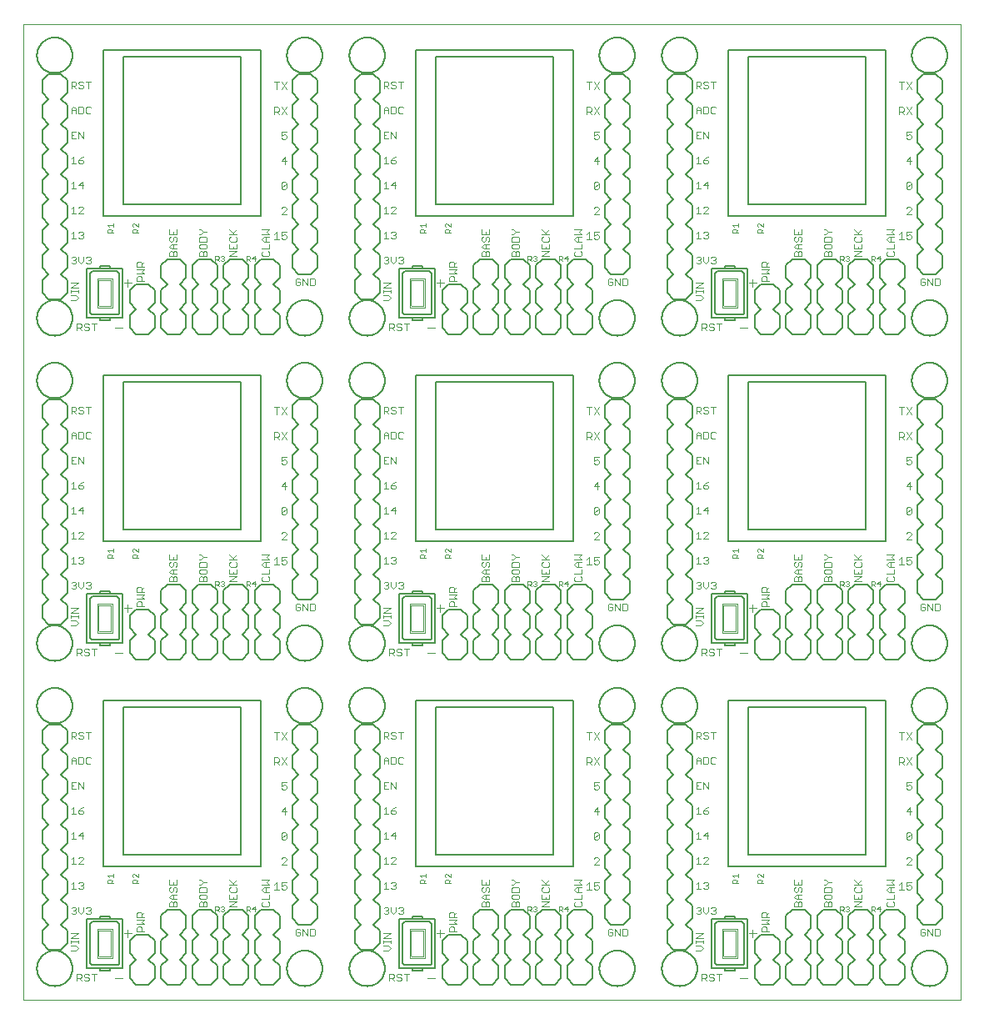
<source format=gto>
G75*
%MOIN*%
%OFA0B0*%
%FSLAX25Y25*%
%IPPOS*%
%LPD*%
%AMOC8*
5,1,8,0,0,1.08239X$1,22.5*
%
%ADD10C,0.00400*%
%ADD11C,0.00300*%
%ADD12C,0.00200*%
%ADD13C,0.00000*%
%ADD14C,0.00800*%
%ADD15C,0.00600*%
%ADD16C,0.00500*%
D10*
X0037596Y0009789D02*
X0040665Y0009789D01*
X0042735Y0026255D02*
X0042735Y0029324D01*
X0041200Y0027789D02*
X0044269Y0027789D01*
X0040665Y0139789D02*
X0037596Y0139789D01*
X0042735Y0156255D02*
X0042735Y0159324D01*
X0041200Y0157789D02*
X0044269Y0157789D01*
X0040665Y0269789D02*
X0037596Y0269789D01*
X0042735Y0286255D02*
X0042735Y0289324D01*
X0041200Y0287789D02*
X0044269Y0287789D01*
X0162596Y0269789D02*
X0165665Y0269789D01*
X0167735Y0286255D02*
X0167735Y0289324D01*
X0166200Y0287789D02*
X0169269Y0287789D01*
X0287596Y0269789D02*
X0290665Y0269789D01*
X0292735Y0286255D02*
X0292735Y0289324D01*
X0291200Y0287789D02*
X0294269Y0287789D01*
X0292735Y0159324D02*
X0292735Y0156255D01*
X0294269Y0157789D02*
X0291200Y0157789D01*
X0290665Y0139789D02*
X0287596Y0139789D01*
X0292735Y0029324D02*
X0292735Y0026255D01*
X0294269Y0027789D02*
X0291200Y0027789D01*
X0290665Y0009789D02*
X0287596Y0009789D01*
X0169269Y0027789D02*
X0166200Y0027789D01*
X0167735Y0029324D02*
X0167735Y0026255D01*
X0165665Y0009789D02*
X0162596Y0009789D01*
X0162596Y0139789D02*
X0165665Y0139789D01*
X0167735Y0156255D02*
X0167735Y0159324D01*
X0166200Y0157789D02*
X0169269Y0157789D01*
D11*
X0171448Y0158437D02*
X0171448Y0159889D01*
X0171931Y0160372D01*
X0172899Y0160372D01*
X0173383Y0159889D01*
X0173383Y0158437D01*
X0174350Y0158437D02*
X0171448Y0158437D01*
X0171448Y0161384D02*
X0174350Y0161384D01*
X0173383Y0162351D01*
X0174350Y0163319D01*
X0171448Y0163319D01*
X0171448Y0164330D02*
X0171448Y0165782D01*
X0171931Y0166265D01*
X0172899Y0166265D01*
X0173383Y0165782D01*
X0173383Y0164330D01*
X0174350Y0164330D02*
X0171448Y0164330D01*
X0173383Y0165298D02*
X0174350Y0166265D01*
X0184448Y0168437D02*
X0184448Y0169889D01*
X0184931Y0170372D01*
X0185415Y0170372D01*
X0185899Y0169889D01*
X0185899Y0168437D01*
X0187350Y0168437D02*
X0187350Y0169889D01*
X0186866Y0170372D01*
X0186383Y0170372D01*
X0185899Y0169889D01*
X0185899Y0171384D02*
X0185899Y0173319D01*
X0185415Y0173319D02*
X0187350Y0173319D01*
X0186866Y0174330D02*
X0187350Y0174814D01*
X0187350Y0175782D01*
X0186866Y0176265D01*
X0186383Y0176265D01*
X0185899Y0175782D01*
X0185899Y0174814D01*
X0185415Y0174330D01*
X0184931Y0174330D01*
X0184448Y0174814D01*
X0184448Y0175782D01*
X0184931Y0176265D01*
X0184448Y0177277D02*
X0187350Y0177277D01*
X0187350Y0179212D01*
X0185899Y0178244D02*
X0185899Y0177277D01*
X0184448Y0177277D02*
X0184448Y0179212D01*
X0185415Y0173319D02*
X0184448Y0172351D01*
X0185415Y0171384D01*
X0187350Y0171384D01*
X0187350Y0168437D02*
X0184448Y0168437D01*
X0196448Y0168437D02*
X0196448Y0169889D01*
X0196931Y0170372D01*
X0197415Y0170372D01*
X0197899Y0169889D01*
X0197899Y0168437D01*
X0199350Y0168437D02*
X0199350Y0169889D01*
X0198866Y0170372D01*
X0198383Y0170372D01*
X0197899Y0169889D01*
X0198866Y0171384D02*
X0199350Y0171868D01*
X0199350Y0172835D01*
X0198866Y0173319D01*
X0196931Y0173319D01*
X0196448Y0172835D01*
X0196448Y0171868D01*
X0196931Y0171384D01*
X0198866Y0171384D01*
X0199350Y0174330D02*
X0199350Y0175782D01*
X0198866Y0176265D01*
X0196931Y0176265D01*
X0196448Y0175782D01*
X0196448Y0174330D01*
X0199350Y0174330D01*
X0196931Y0177277D02*
X0197899Y0178244D01*
X0199350Y0178244D01*
X0197899Y0178244D02*
X0196931Y0179212D01*
X0196448Y0179212D01*
X0196448Y0177277D02*
X0196931Y0177277D01*
X0196448Y0168437D02*
X0199350Y0168437D01*
X0208448Y0168437D02*
X0211350Y0170372D01*
X0208448Y0170372D01*
X0208448Y0171384D02*
X0211350Y0171384D01*
X0211350Y0173319D01*
X0210866Y0174330D02*
X0211350Y0174814D01*
X0211350Y0175782D01*
X0210866Y0176265D01*
X0210383Y0177277D02*
X0208448Y0179212D01*
X0208448Y0177277D02*
X0211350Y0177277D01*
X0209899Y0177761D02*
X0211350Y0179212D01*
X0208931Y0176265D02*
X0208448Y0175782D01*
X0208448Y0174814D01*
X0208931Y0174330D01*
X0210866Y0174330D01*
X0209899Y0172351D02*
X0209899Y0171384D01*
X0208448Y0171384D02*
X0208448Y0173319D01*
X0208448Y0168437D02*
X0211350Y0168437D01*
X0221448Y0168921D02*
X0221931Y0168437D01*
X0223866Y0168437D01*
X0224350Y0168921D01*
X0224350Y0169889D01*
X0223866Y0170372D01*
X0224350Y0171384D02*
X0224350Y0173319D01*
X0224350Y0174330D02*
X0222415Y0174330D01*
X0221448Y0175298D01*
X0222415Y0176265D01*
X0224350Y0176265D01*
X0224350Y0177277D02*
X0221448Y0177277D01*
X0222899Y0176265D02*
X0222899Y0174330D01*
X0221448Y0171384D02*
X0224350Y0171384D01*
X0221931Y0170372D02*
X0221448Y0169889D01*
X0221448Y0168921D01*
X0226257Y0175237D02*
X0228192Y0175237D01*
X0227224Y0175237D02*
X0227224Y0178140D01*
X0226257Y0177172D01*
X0224350Y0177277D02*
X0223383Y0178244D01*
X0224350Y0179212D01*
X0221448Y0179212D01*
X0229203Y0178140D02*
X0229203Y0176689D01*
X0230171Y0177172D01*
X0230655Y0177172D01*
X0231138Y0176689D01*
X0231138Y0175721D01*
X0230655Y0175237D01*
X0229687Y0175237D01*
X0229203Y0175721D01*
X0229203Y0178140D02*
X0231138Y0178140D01*
X0231138Y0185237D02*
X0229203Y0185237D01*
X0231138Y0187172D01*
X0231138Y0187656D01*
X0230655Y0188140D01*
X0229687Y0188140D01*
X0229203Y0187656D01*
X0229687Y0195237D02*
X0229203Y0195721D01*
X0231138Y0197656D01*
X0231138Y0195721D01*
X0230655Y0195237D01*
X0229687Y0195237D01*
X0229203Y0195721D02*
X0229203Y0197656D01*
X0229687Y0198140D01*
X0230655Y0198140D01*
X0231138Y0197656D01*
X0230655Y0205237D02*
X0230655Y0208140D01*
X0229203Y0206689D01*
X0231138Y0206689D01*
X0230655Y0215237D02*
X0229687Y0215237D01*
X0229203Y0215721D01*
X0229203Y0216689D02*
X0230171Y0217172D01*
X0230655Y0217172D01*
X0231138Y0216689D01*
X0231138Y0215721D01*
X0230655Y0215237D01*
X0229203Y0216689D02*
X0229203Y0218140D01*
X0231138Y0218140D01*
X0231138Y0225237D02*
X0229203Y0228140D01*
X0228192Y0227656D02*
X0228192Y0226689D01*
X0227708Y0226205D01*
X0226257Y0226205D01*
X0227224Y0226205D02*
X0228192Y0225237D01*
X0229203Y0225237D02*
X0231138Y0228140D01*
X0228192Y0227656D02*
X0227708Y0228140D01*
X0226257Y0228140D01*
X0226257Y0225237D01*
X0227224Y0235237D02*
X0227224Y0238140D01*
X0226257Y0238140D02*
X0228192Y0238140D01*
X0229203Y0238140D02*
X0231138Y0235237D01*
X0229203Y0235237D02*
X0231138Y0238140D01*
X0270150Y0238340D02*
X0271601Y0238340D01*
X0272085Y0237856D01*
X0272085Y0236889D01*
X0271601Y0236405D01*
X0270150Y0236405D01*
X0271117Y0236405D02*
X0272085Y0235437D01*
X0273097Y0235921D02*
X0273580Y0235437D01*
X0274548Y0235437D01*
X0275031Y0235921D01*
X0275031Y0236405D01*
X0274548Y0236889D01*
X0273580Y0236889D01*
X0273097Y0237372D01*
X0273097Y0237856D01*
X0273580Y0238340D01*
X0274548Y0238340D01*
X0275031Y0237856D01*
X0276043Y0238340D02*
X0277978Y0238340D01*
X0277011Y0238340D02*
X0277011Y0235437D01*
X0270150Y0235437D02*
X0270150Y0238340D01*
X0271117Y0228340D02*
X0272085Y0227372D01*
X0272085Y0225437D01*
X0273097Y0225437D02*
X0274548Y0225437D01*
X0275031Y0225921D01*
X0275031Y0227856D01*
X0274548Y0228340D01*
X0273097Y0228340D01*
X0273097Y0225437D01*
X0272085Y0226889D02*
X0270150Y0226889D01*
X0270150Y0227372D02*
X0271117Y0228340D01*
X0270150Y0227372D02*
X0270150Y0225437D01*
X0276043Y0225921D02*
X0276527Y0225437D01*
X0277494Y0225437D01*
X0277978Y0225921D01*
X0276043Y0225921D02*
X0276043Y0227856D01*
X0276527Y0228340D01*
X0277494Y0228340D01*
X0277978Y0227856D01*
X0275031Y0218340D02*
X0275031Y0215437D01*
X0273097Y0218340D01*
X0273097Y0215437D01*
X0272085Y0215437D02*
X0270150Y0215437D01*
X0270150Y0218340D01*
X0272085Y0218340D01*
X0271117Y0216889D02*
X0270150Y0216889D01*
X0271117Y0208340D02*
X0271117Y0205437D01*
X0270150Y0205437D02*
X0272085Y0205437D01*
X0273097Y0205921D02*
X0273580Y0205437D01*
X0274548Y0205437D01*
X0275031Y0205921D01*
X0275031Y0206405D01*
X0274548Y0206889D01*
X0273097Y0206889D01*
X0273097Y0205921D01*
X0273097Y0206889D02*
X0274064Y0207856D01*
X0275031Y0208340D01*
X0271117Y0208340D02*
X0270150Y0207372D01*
X0271117Y0198340D02*
X0271117Y0195437D01*
X0270150Y0195437D02*
X0272085Y0195437D01*
X0273097Y0196889D02*
X0275031Y0196889D01*
X0274548Y0198340D02*
X0273097Y0196889D01*
X0274548Y0195437D02*
X0274548Y0198340D01*
X0271117Y0198340D02*
X0270150Y0197372D01*
X0271117Y0188340D02*
X0271117Y0185437D01*
X0270150Y0185437D02*
X0272085Y0185437D01*
X0273097Y0185437D02*
X0275031Y0187372D01*
X0275031Y0187856D01*
X0274548Y0188340D01*
X0273580Y0188340D01*
X0273097Y0187856D01*
X0271117Y0188340D02*
X0270150Y0187372D01*
X0273097Y0185437D02*
X0275031Y0185437D01*
X0274548Y0178340D02*
X0275031Y0177856D01*
X0275031Y0177372D01*
X0274548Y0176889D01*
X0275031Y0176405D01*
X0275031Y0175921D01*
X0274548Y0175437D01*
X0273580Y0175437D01*
X0273097Y0175921D01*
X0272085Y0175437D02*
X0270150Y0175437D01*
X0271117Y0175437D02*
X0271117Y0178340D01*
X0270150Y0177372D01*
X0273097Y0177856D02*
X0273580Y0178340D01*
X0274548Y0178340D01*
X0274548Y0176889D02*
X0274064Y0176889D01*
X0275031Y0168340D02*
X0275031Y0166405D01*
X0274064Y0165437D01*
X0273097Y0166405D01*
X0273097Y0168340D01*
X0272085Y0167856D02*
X0272085Y0167372D01*
X0271601Y0166889D01*
X0272085Y0166405D01*
X0272085Y0165921D01*
X0271601Y0165437D01*
X0270634Y0165437D01*
X0270150Y0165921D01*
X0271117Y0166889D02*
X0271601Y0166889D01*
X0272085Y0167856D02*
X0271601Y0168340D01*
X0270634Y0168340D01*
X0270150Y0167856D01*
X0276043Y0167856D02*
X0276527Y0168340D01*
X0277494Y0168340D01*
X0277978Y0167856D01*
X0277978Y0167372D01*
X0277494Y0166889D01*
X0277978Y0166405D01*
X0277978Y0165921D01*
X0277494Y0165437D01*
X0276527Y0165437D01*
X0276043Y0165921D01*
X0277011Y0166889D02*
X0277494Y0166889D01*
X0280469Y0159693D02*
X0286531Y0159693D01*
X0286531Y0147882D01*
X0280469Y0147882D01*
X0280469Y0159693D01*
X0281571Y0159024D02*
X0285429Y0159024D01*
X0285429Y0159023D02*
X0285479Y0159021D01*
X0285529Y0159016D01*
X0285578Y0159006D01*
X0285626Y0158993D01*
X0285673Y0158977D01*
X0285719Y0158957D01*
X0285764Y0158933D01*
X0285806Y0158907D01*
X0285846Y0158877D01*
X0285884Y0158844D01*
X0285919Y0158809D01*
X0285952Y0158771D01*
X0285982Y0158731D01*
X0286008Y0158689D01*
X0286032Y0158644D01*
X0286052Y0158598D01*
X0286068Y0158551D01*
X0286081Y0158503D01*
X0286091Y0158454D01*
X0286096Y0158404D01*
X0286098Y0158354D01*
X0286098Y0149220D01*
X0286096Y0149170D01*
X0286091Y0149120D01*
X0286081Y0149071D01*
X0286068Y0149023D01*
X0286052Y0148976D01*
X0286032Y0148930D01*
X0286008Y0148886D01*
X0285982Y0148843D01*
X0285952Y0148803D01*
X0285919Y0148765D01*
X0285884Y0148730D01*
X0285846Y0148697D01*
X0285806Y0148667D01*
X0285764Y0148641D01*
X0285719Y0148617D01*
X0285673Y0148597D01*
X0285626Y0148581D01*
X0285578Y0148568D01*
X0285529Y0148558D01*
X0285479Y0148553D01*
X0285429Y0148551D01*
X0281571Y0148551D01*
X0281521Y0148553D01*
X0281471Y0148558D01*
X0281422Y0148568D01*
X0281374Y0148581D01*
X0281327Y0148597D01*
X0281281Y0148617D01*
X0281237Y0148641D01*
X0281194Y0148667D01*
X0281154Y0148697D01*
X0281116Y0148730D01*
X0281081Y0148765D01*
X0281048Y0148803D01*
X0281018Y0148843D01*
X0280992Y0148886D01*
X0280968Y0148930D01*
X0280948Y0148976D01*
X0280932Y0149023D01*
X0280919Y0149071D01*
X0280909Y0149120D01*
X0280904Y0149170D01*
X0280902Y0149220D01*
X0280902Y0158354D01*
X0280904Y0158404D01*
X0280909Y0158454D01*
X0280919Y0158503D01*
X0280932Y0158551D01*
X0280948Y0158598D01*
X0280968Y0158644D01*
X0280992Y0158689D01*
X0281018Y0158731D01*
X0281048Y0158771D01*
X0281081Y0158809D01*
X0281116Y0158844D01*
X0281154Y0158877D01*
X0281194Y0158907D01*
X0281237Y0158933D01*
X0281281Y0158957D01*
X0281327Y0158977D01*
X0281374Y0158993D01*
X0281422Y0159006D01*
X0281471Y0159016D01*
X0281521Y0159021D01*
X0281571Y0159023D01*
X0272850Y0157783D02*
X0269948Y0157783D01*
X0269948Y0155848D02*
X0272850Y0157783D01*
X0272850Y0155848D02*
X0269948Y0155848D01*
X0269948Y0154851D02*
X0269948Y0153884D01*
X0269948Y0154368D02*
X0272850Y0154368D01*
X0272850Y0154851D02*
X0272850Y0153884D01*
X0271883Y0152872D02*
X0269948Y0152872D01*
X0271883Y0152872D02*
X0272850Y0151905D01*
X0271883Y0150937D01*
X0269948Y0150937D01*
X0272310Y0141640D02*
X0273762Y0141640D01*
X0274245Y0141156D01*
X0274245Y0140189D01*
X0273762Y0139705D01*
X0272310Y0139705D01*
X0272310Y0138737D02*
X0272310Y0141640D01*
X0273278Y0139705D02*
X0274245Y0138737D01*
X0275257Y0139221D02*
X0275741Y0138737D01*
X0276708Y0138737D01*
X0277192Y0139221D01*
X0277192Y0139705D01*
X0276708Y0140189D01*
X0275741Y0140189D01*
X0275257Y0140672D01*
X0275257Y0141156D01*
X0275741Y0141640D01*
X0276708Y0141640D01*
X0277192Y0141156D01*
X0278203Y0141640D02*
X0280138Y0141640D01*
X0279171Y0141640D02*
X0279171Y0138737D01*
X0296448Y0158437D02*
X0296448Y0159889D01*
X0296931Y0160372D01*
X0297899Y0160372D01*
X0298383Y0159889D01*
X0298383Y0158437D01*
X0299350Y0158437D02*
X0296448Y0158437D01*
X0296448Y0161384D02*
X0299350Y0161384D01*
X0298383Y0162351D01*
X0299350Y0163319D01*
X0296448Y0163319D01*
X0296448Y0164330D02*
X0296448Y0165782D01*
X0296931Y0166265D01*
X0297899Y0166265D01*
X0298383Y0165782D01*
X0298383Y0164330D01*
X0299350Y0164330D02*
X0296448Y0164330D01*
X0298383Y0165298D02*
X0299350Y0166265D01*
X0309448Y0168437D02*
X0309448Y0169889D01*
X0309931Y0170372D01*
X0310415Y0170372D01*
X0310899Y0169889D01*
X0310899Y0168437D01*
X0312350Y0168437D02*
X0312350Y0169889D01*
X0311866Y0170372D01*
X0311383Y0170372D01*
X0310899Y0169889D01*
X0310899Y0171384D02*
X0310899Y0173319D01*
X0310415Y0173319D02*
X0312350Y0173319D01*
X0311866Y0174330D02*
X0312350Y0174814D01*
X0312350Y0175782D01*
X0311866Y0176265D01*
X0311383Y0176265D01*
X0310899Y0175782D01*
X0310899Y0174814D01*
X0310415Y0174330D01*
X0309931Y0174330D01*
X0309448Y0174814D01*
X0309448Y0175782D01*
X0309931Y0176265D01*
X0309448Y0177277D02*
X0312350Y0177277D01*
X0312350Y0179212D01*
X0310899Y0178244D02*
X0310899Y0177277D01*
X0309448Y0177277D02*
X0309448Y0179212D01*
X0310415Y0173319D02*
X0309448Y0172351D01*
X0310415Y0171384D01*
X0312350Y0171384D01*
X0312350Y0168437D02*
X0309448Y0168437D01*
X0321448Y0168437D02*
X0321448Y0169889D01*
X0321931Y0170372D01*
X0322415Y0170372D01*
X0322899Y0169889D01*
X0322899Y0168437D01*
X0324350Y0168437D02*
X0321448Y0168437D01*
X0322899Y0169889D02*
X0323383Y0170372D01*
X0323866Y0170372D01*
X0324350Y0169889D01*
X0324350Y0168437D01*
X0323866Y0171384D02*
X0324350Y0171868D01*
X0324350Y0172835D01*
X0323866Y0173319D01*
X0321931Y0173319D01*
X0321448Y0172835D01*
X0321448Y0171868D01*
X0321931Y0171384D01*
X0323866Y0171384D01*
X0324350Y0174330D02*
X0321448Y0174330D01*
X0321448Y0175782D01*
X0321931Y0176265D01*
X0323866Y0176265D01*
X0324350Y0175782D01*
X0324350Y0174330D01*
X0321931Y0177277D02*
X0322899Y0178244D01*
X0324350Y0178244D01*
X0322899Y0178244D02*
X0321931Y0179212D01*
X0321448Y0179212D01*
X0321448Y0177277D02*
X0321931Y0177277D01*
X0333448Y0177277D02*
X0336350Y0177277D01*
X0335383Y0177277D02*
X0333448Y0179212D01*
X0334899Y0177761D02*
X0336350Y0179212D01*
X0335866Y0176265D02*
X0336350Y0175782D01*
X0336350Y0174814D01*
X0335866Y0174330D01*
X0333931Y0174330D01*
X0333448Y0174814D01*
X0333448Y0175782D01*
X0333931Y0176265D01*
X0333448Y0173319D02*
X0333448Y0171384D01*
X0336350Y0171384D01*
X0336350Y0173319D01*
X0334899Y0172351D02*
X0334899Y0171384D01*
X0336350Y0170372D02*
X0333448Y0170372D01*
X0333448Y0168437D02*
X0336350Y0170372D01*
X0336350Y0168437D02*
X0333448Y0168437D01*
X0346448Y0168921D02*
X0346931Y0168437D01*
X0348866Y0168437D01*
X0349350Y0168921D01*
X0349350Y0169889D01*
X0348866Y0170372D01*
X0349350Y0171384D02*
X0349350Y0173319D01*
X0349350Y0174330D02*
X0347415Y0174330D01*
X0346448Y0175298D01*
X0347415Y0176265D01*
X0349350Y0176265D01*
X0349350Y0177277D02*
X0346448Y0177277D01*
X0347899Y0176265D02*
X0347899Y0174330D01*
X0346448Y0171384D02*
X0349350Y0171384D01*
X0346931Y0170372D02*
X0346448Y0169889D01*
X0346448Y0168921D01*
X0351257Y0175237D02*
X0353192Y0175237D01*
X0352224Y0175237D02*
X0352224Y0178140D01*
X0351257Y0177172D01*
X0349350Y0177277D02*
X0348383Y0178244D01*
X0349350Y0179212D01*
X0346448Y0179212D01*
X0354203Y0178140D02*
X0354203Y0176689D01*
X0355171Y0177172D01*
X0355655Y0177172D01*
X0356138Y0176689D01*
X0356138Y0175721D01*
X0355655Y0175237D01*
X0354687Y0175237D01*
X0354203Y0175721D01*
X0354203Y0178140D02*
X0356138Y0178140D01*
X0356138Y0185237D02*
X0354203Y0185237D01*
X0356138Y0187172D01*
X0356138Y0187656D01*
X0355655Y0188140D01*
X0354687Y0188140D01*
X0354203Y0187656D01*
X0354687Y0195237D02*
X0354203Y0195721D01*
X0356138Y0197656D01*
X0356138Y0195721D01*
X0355655Y0195237D01*
X0354687Y0195237D01*
X0354203Y0195721D02*
X0354203Y0197656D01*
X0354687Y0198140D01*
X0355655Y0198140D01*
X0356138Y0197656D01*
X0355655Y0205237D02*
X0355655Y0208140D01*
X0354203Y0206689D01*
X0356138Y0206689D01*
X0355655Y0215237D02*
X0354687Y0215237D01*
X0354203Y0215721D01*
X0354203Y0216689D02*
X0355171Y0217172D01*
X0355655Y0217172D01*
X0356138Y0216689D01*
X0356138Y0215721D01*
X0355655Y0215237D01*
X0354203Y0216689D02*
X0354203Y0218140D01*
X0356138Y0218140D01*
X0356138Y0225237D02*
X0354203Y0228140D01*
X0353192Y0227656D02*
X0353192Y0226689D01*
X0352708Y0226205D01*
X0351257Y0226205D01*
X0352224Y0226205D02*
X0353192Y0225237D01*
X0354203Y0225237D02*
X0356138Y0228140D01*
X0353192Y0227656D02*
X0352708Y0228140D01*
X0351257Y0228140D01*
X0351257Y0225237D01*
X0352224Y0235237D02*
X0352224Y0238140D01*
X0351257Y0238140D02*
X0353192Y0238140D01*
X0354203Y0238140D02*
X0356138Y0235237D01*
X0354203Y0235237D02*
X0356138Y0238140D01*
X0360294Y0286737D02*
X0361262Y0286737D01*
X0361745Y0287221D01*
X0361745Y0288189D01*
X0360778Y0288189D01*
X0361745Y0289156D02*
X0361262Y0289640D01*
X0360294Y0289640D01*
X0359810Y0289156D01*
X0359810Y0287221D01*
X0360294Y0286737D01*
X0362757Y0286737D02*
X0362757Y0289640D01*
X0364692Y0286737D01*
X0364692Y0289640D01*
X0365703Y0289640D02*
X0367155Y0289640D01*
X0367638Y0289156D01*
X0367638Y0287221D01*
X0367155Y0286737D01*
X0365703Y0286737D01*
X0365703Y0289640D01*
X0355655Y0305237D02*
X0354687Y0305237D01*
X0354203Y0305721D01*
X0354203Y0306689D02*
X0355171Y0307172D01*
X0355655Y0307172D01*
X0356138Y0306689D01*
X0356138Y0305721D01*
X0355655Y0305237D01*
X0354203Y0306689D02*
X0354203Y0308140D01*
X0356138Y0308140D01*
X0352224Y0308140D02*
X0352224Y0305237D01*
X0351257Y0305237D02*
X0353192Y0305237D01*
X0351257Y0307172D02*
X0352224Y0308140D01*
X0349350Y0307277D02*
X0348383Y0308244D01*
X0349350Y0309212D01*
X0346448Y0309212D01*
X0346448Y0307277D02*
X0349350Y0307277D01*
X0349350Y0306265D02*
X0347415Y0306265D01*
X0346448Y0305298D01*
X0347415Y0304330D01*
X0349350Y0304330D01*
X0349350Y0303319D02*
X0349350Y0301384D01*
X0346448Y0301384D01*
X0346931Y0300372D02*
X0346448Y0299889D01*
X0346448Y0298921D01*
X0346931Y0298437D01*
X0348866Y0298437D01*
X0349350Y0298921D01*
X0349350Y0299889D01*
X0348866Y0300372D01*
X0347899Y0304330D02*
X0347899Y0306265D01*
X0354203Y0315237D02*
X0356138Y0317172D01*
X0356138Y0317656D01*
X0355655Y0318140D01*
X0354687Y0318140D01*
X0354203Y0317656D01*
X0354203Y0315237D02*
X0356138Y0315237D01*
X0355655Y0325237D02*
X0354687Y0325237D01*
X0354203Y0325721D01*
X0356138Y0327656D01*
X0356138Y0325721D01*
X0355655Y0325237D01*
X0354203Y0325721D02*
X0354203Y0327656D01*
X0354687Y0328140D01*
X0355655Y0328140D01*
X0356138Y0327656D01*
X0355655Y0335237D02*
X0355655Y0338140D01*
X0354203Y0336689D01*
X0356138Y0336689D01*
X0355655Y0345237D02*
X0354687Y0345237D01*
X0354203Y0345721D01*
X0354203Y0346689D02*
X0355171Y0347172D01*
X0355655Y0347172D01*
X0356138Y0346689D01*
X0356138Y0345721D01*
X0355655Y0345237D01*
X0354203Y0346689D02*
X0354203Y0348140D01*
X0356138Y0348140D01*
X0356138Y0355237D02*
X0354203Y0358140D01*
X0353192Y0357656D02*
X0353192Y0356689D01*
X0352708Y0356205D01*
X0351257Y0356205D01*
X0352224Y0356205D02*
X0353192Y0355237D01*
X0354203Y0355237D02*
X0356138Y0358140D01*
X0353192Y0357656D02*
X0352708Y0358140D01*
X0351257Y0358140D01*
X0351257Y0355237D01*
X0352224Y0365237D02*
X0352224Y0368140D01*
X0351257Y0368140D02*
X0353192Y0368140D01*
X0354203Y0368140D02*
X0356138Y0365237D01*
X0354203Y0365237D02*
X0356138Y0368140D01*
X0336350Y0309212D02*
X0334899Y0307761D01*
X0335383Y0307277D02*
X0333448Y0309212D01*
X0333448Y0307277D02*
X0336350Y0307277D01*
X0335866Y0306265D02*
X0336350Y0305782D01*
X0336350Y0304814D01*
X0335866Y0304330D01*
X0333931Y0304330D01*
X0333448Y0304814D01*
X0333448Y0305782D01*
X0333931Y0306265D01*
X0333448Y0303319D02*
X0333448Y0301384D01*
X0336350Y0301384D01*
X0336350Y0303319D01*
X0334899Y0302351D02*
X0334899Y0301384D01*
X0336350Y0300372D02*
X0333448Y0300372D01*
X0333448Y0298437D02*
X0336350Y0300372D01*
X0336350Y0298437D02*
X0333448Y0298437D01*
X0324350Y0298437D02*
X0324350Y0299889D01*
X0323866Y0300372D01*
X0323383Y0300372D01*
X0322899Y0299889D01*
X0322899Y0298437D01*
X0324350Y0298437D02*
X0321448Y0298437D01*
X0321448Y0299889D01*
X0321931Y0300372D01*
X0322415Y0300372D01*
X0322899Y0299889D01*
X0323866Y0301384D02*
X0324350Y0301868D01*
X0324350Y0302835D01*
X0323866Y0303319D01*
X0321931Y0303319D01*
X0321448Y0302835D01*
X0321448Y0301868D01*
X0321931Y0301384D01*
X0323866Y0301384D01*
X0324350Y0304330D02*
X0321448Y0304330D01*
X0321448Y0305782D01*
X0321931Y0306265D01*
X0323866Y0306265D01*
X0324350Y0305782D01*
X0324350Y0304330D01*
X0321931Y0307277D02*
X0322899Y0308244D01*
X0324350Y0308244D01*
X0322899Y0308244D02*
X0321931Y0309212D01*
X0321448Y0309212D01*
X0321448Y0307277D02*
X0321931Y0307277D01*
X0312350Y0307277D02*
X0312350Y0309212D01*
X0310899Y0308244D02*
X0310899Y0307277D01*
X0311383Y0306265D02*
X0311866Y0306265D01*
X0312350Y0305782D01*
X0312350Y0304814D01*
X0311866Y0304330D01*
X0310899Y0304814D02*
X0310899Y0305782D01*
X0311383Y0306265D01*
X0312350Y0307277D02*
X0309448Y0307277D01*
X0309448Y0309212D01*
X0309931Y0306265D02*
X0309448Y0305782D01*
X0309448Y0304814D01*
X0309931Y0304330D01*
X0310415Y0304330D01*
X0310899Y0304814D01*
X0310899Y0303319D02*
X0310899Y0301384D01*
X0310415Y0301384D02*
X0309448Y0302351D01*
X0310415Y0303319D01*
X0312350Y0303319D01*
X0312350Y0301384D02*
X0310415Y0301384D01*
X0310415Y0300372D02*
X0310899Y0299889D01*
X0310899Y0298437D01*
X0312350Y0298437D02*
X0312350Y0299889D01*
X0311866Y0300372D01*
X0311383Y0300372D01*
X0310899Y0299889D01*
X0310415Y0300372D02*
X0309931Y0300372D01*
X0309448Y0299889D01*
X0309448Y0298437D01*
X0312350Y0298437D01*
X0299350Y0296265D02*
X0298383Y0295298D01*
X0298383Y0295782D02*
X0298383Y0294330D01*
X0299350Y0294330D02*
X0296448Y0294330D01*
X0296448Y0295782D01*
X0296931Y0296265D01*
X0297899Y0296265D01*
X0298383Y0295782D01*
X0299350Y0293319D02*
X0296448Y0293319D01*
X0296448Y0291384D02*
X0299350Y0291384D01*
X0298383Y0292351D01*
X0299350Y0293319D01*
X0297899Y0290372D02*
X0298383Y0289889D01*
X0298383Y0288437D01*
X0299350Y0288437D02*
X0296448Y0288437D01*
X0296448Y0289889D01*
X0296931Y0290372D01*
X0297899Y0290372D01*
X0286531Y0289693D02*
X0286531Y0277882D01*
X0280469Y0277882D01*
X0280469Y0289693D01*
X0286531Y0289693D01*
X0285429Y0289024D02*
X0281571Y0289024D01*
X0281571Y0289023D02*
X0281521Y0289021D01*
X0281471Y0289016D01*
X0281422Y0289006D01*
X0281374Y0288993D01*
X0281327Y0288977D01*
X0281281Y0288957D01*
X0281237Y0288933D01*
X0281194Y0288907D01*
X0281154Y0288877D01*
X0281116Y0288844D01*
X0281081Y0288809D01*
X0281048Y0288771D01*
X0281018Y0288731D01*
X0280992Y0288689D01*
X0280968Y0288644D01*
X0280948Y0288598D01*
X0280932Y0288551D01*
X0280919Y0288503D01*
X0280909Y0288454D01*
X0280904Y0288404D01*
X0280902Y0288354D01*
X0280902Y0279220D01*
X0280904Y0279170D01*
X0280909Y0279120D01*
X0280919Y0279071D01*
X0280932Y0279023D01*
X0280948Y0278976D01*
X0280968Y0278930D01*
X0280992Y0278886D01*
X0281018Y0278843D01*
X0281048Y0278803D01*
X0281081Y0278765D01*
X0281116Y0278730D01*
X0281154Y0278697D01*
X0281194Y0278667D01*
X0281237Y0278641D01*
X0281281Y0278617D01*
X0281327Y0278597D01*
X0281374Y0278581D01*
X0281422Y0278568D01*
X0281471Y0278558D01*
X0281521Y0278553D01*
X0281571Y0278551D01*
X0285429Y0278551D01*
X0285479Y0278553D01*
X0285529Y0278558D01*
X0285578Y0278568D01*
X0285626Y0278581D01*
X0285673Y0278597D01*
X0285719Y0278617D01*
X0285764Y0278641D01*
X0285806Y0278667D01*
X0285846Y0278697D01*
X0285884Y0278730D01*
X0285919Y0278765D01*
X0285952Y0278803D01*
X0285982Y0278843D01*
X0286008Y0278886D01*
X0286032Y0278930D01*
X0286052Y0278976D01*
X0286068Y0279023D01*
X0286081Y0279071D01*
X0286091Y0279120D01*
X0286096Y0279170D01*
X0286098Y0279220D01*
X0286098Y0288354D01*
X0286096Y0288404D01*
X0286091Y0288454D01*
X0286081Y0288503D01*
X0286068Y0288551D01*
X0286052Y0288598D01*
X0286032Y0288644D01*
X0286008Y0288689D01*
X0285982Y0288731D01*
X0285952Y0288771D01*
X0285919Y0288809D01*
X0285884Y0288844D01*
X0285846Y0288877D01*
X0285806Y0288907D01*
X0285764Y0288933D01*
X0285719Y0288957D01*
X0285673Y0288977D01*
X0285626Y0288993D01*
X0285578Y0289006D01*
X0285529Y0289016D01*
X0285479Y0289021D01*
X0285429Y0289023D01*
X0277978Y0295921D02*
X0277494Y0295437D01*
X0276527Y0295437D01*
X0276043Y0295921D01*
X0275031Y0296405D02*
X0275031Y0298340D01*
X0276043Y0297856D02*
X0276527Y0298340D01*
X0277494Y0298340D01*
X0277978Y0297856D01*
X0277978Y0297372D01*
X0277494Y0296889D01*
X0277978Y0296405D01*
X0277978Y0295921D01*
X0277494Y0296889D02*
X0277011Y0296889D01*
X0275031Y0296405D02*
X0274064Y0295437D01*
X0273097Y0296405D01*
X0273097Y0298340D01*
X0272085Y0297856D02*
X0271601Y0298340D01*
X0270634Y0298340D01*
X0270150Y0297856D01*
X0271117Y0296889D02*
X0271601Y0296889D01*
X0272085Y0296405D01*
X0272085Y0295921D01*
X0271601Y0295437D01*
X0270634Y0295437D01*
X0270150Y0295921D01*
X0271601Y0296889D02*
X0272085Y0297372D01*
X0272085Y0297856D01*
X0272085Y0305437D02*
X0270150Y0305437D01*
X0271117Y0305437D02*
X0271117Y0308340D01*
X0270150Y0307372D01*
X0273097Y0307856D02*
X0273580Y0308340D01*
X0274548Y0308340D01*
X0275031Y0307856D01*
X0275031Y0307372D01*
X0274548Y0306889D01*
X0275031Y0306405D01*
X0275031Y0305921D01*
X0274548Y0305437D01*
X0273580Y0305437D01*
X0273097Y0305921D01*
X0274064Y0306889D02*
X0274548Y0306889D01*
X0275031Y0315437D02*
X0273097Y0315437D01*
X0275031Y0317372D01*
X0275031Y0317856D01*
X0274548Y0318340D01*
X0273580Y0318340D01*
X0273097Y0317856D01*
X0271117Y0318340D02*
X0271117Y0315437D01*
X0270150Y0315437D02*
X0272085Y0315437D01*
X0270150Y0317372D02*
X0271117Y0318340D01*
X0271117Y0325437D02*
X0271117Y0328340D01*
X0270150Y0327372D01*
X0270150Y0325437D02*
X0272085Y0325437D01*
X0273097Y0326889D02*
X0275031Y0326889D01*
X0274548Y0328340D02*
X0273097Y0326889D01*
X0274548Y0325437D02*
X0274548Y0328340D01*
X0274548Y0335437D02*
X0275031Y0335921D01*
X0275031Y0336405D01*
X0274548Y0336889D01*
X0273097Y0336889D01*
X0273097Y0335921D01*
X0273580Y0335437D01*
X0274548Y0335437D01*
X0273097Y0336889D02*
X0274064Y0337856D01*
X0275031Y0338340D01*
X0271117Y0338340D02*
X0271117Y0335437D01*
X0270150Y0335437D02*
X0272085Y0335437D01*
X0270150Y0337372D02*
X0271117Y0338340D01*
X0270150Y0345437D02*
X0272085Y0345437D01*
X0273097Y0345437D02*
X0273097Y0348340D01*
X0275031Y0345437D01*
X0275031Y0348340D01*
X0272085Y0348340D02*
X0270150Y0348340D01*
X0270150Y0345437D01*
X0270150Y0346889D02*
X0271117Y0346889D01*
X0270150Y0355437D02*
X0270150Y0357372D01*
X0271117Y0358340D01*
X0272085Y0357372D01*
X0272085Y0355437D01*
X0273097Y0355437D02*
X0274548Y0355437D01*
X0275031Y0355921D01*
X0275031Y0357856D01*
X0274548Y0358340D01*
X0273097Y0358340D01*
X0273097Y0355437D01*
X0272085Y0356889D02*
X0270150Y0356889D01*
X0276043Y0357856D02*
X0276043Y0355921D01*
X0276527Y0355437D01*
X0277494Y0355437D01*
X0277978Y0355921D01*
X0277978Y0357856D02*
X0277494Y0358340D01*
X0276527Y0358340D01*
X0276043Y0357856D01*
X0277011Y0365437D02*
X0277011Y0368340D01*
X0277978Y0368340D02*
X0276043Y0368340D01*
X0275031Y0367856D02*
X0274548Y0368340D01*
X0273580Y0368340D01*
X0273097Y0367856D01*
X0273097Y0367372D01*
X0273580Y0366889D01*
X0274548Y0366889D01*
X0275031Y0366405D01*
X0275031Y0365921D01*
X0274548Y0365437D01*
X0273580Y0365437D01*
X0273097Y0365921D01*
X0272085Y0365437D02*
X0271117Y0366405D01*
X0271601Y0366405D02*
X0270150Y0366405D01*
X0270150Y0365437D02*
X0270150Y0368340D01*
X0271601Y0368340D01*
X0272085Y0367856D01*
X0272085Y0366889D01*
X0271601Y0366405D01*
X0231138Y0365237D02*
X0229203Y0368140D01*
X0228192Y0368140D02*
X0226257Y0368140D01*
X0227224Y0368140D02*
X0227224Y0365237D01*
X0229203Y0365237D02*
X0231138Y0368140D01*
X0231138Y0358140D02*
X0229203Y0355237D01*
X0228192Y0355237D02*
X0227224Y0356205D01*
X0227708Y0356205D02*
X0226257Y0356205D01*
X0226257Y0355237D02*
X0226257Y0358140D01*
X0227708Y0358140D01*
X0228192Y0357656D01*
X0228192Y0356689D01*
X0227708Y0356205D01*
X0229203Y0358140D02*
X0231138Y0355237D01*
X0231138Y0348140D02*
X0229203Y0348140D01*
X0229203Y0346689D01*
X0230171Y0347172D01*
X0230655Y0347172D01*
X0231138Y0346689D01*
X0231138Y0345721D01*
X0230655Y0345237D01*
X0229687Y0345237D01*
X0229203Y0345721D01*
X0230655Y0338140D02*
X0229203Y0336689D01*
X0231138Y0336689D01*
X0230655Y0338140D02*
X0230655Y0335237D01*
X0230655Y0328140D02*
X0229687Y0328140D01*
X0229203Y0327656D01*
X0229203Y0325721D01*
X0231138Y0327656D01*
X0231138Y0325721D01*
X0230655Y0325237D01*
X0229687Y0325237D01*
X0229203Y0325721D01*
X0231138Y0327656D02*
X0230655Y0328140D01*
X0230655Y0318140D02*
X0229687Y0318140D01*
X0229203Y0317656D01*
X0230655Y0318140D02*
X0231138Y0317656D01*
X0231138Y0317172D01*
X0229203Y0315237D01*
X0231138Y0315237D01*
X0231138Y0308140D02*
X0229203Y0308140D01*
X0229203Y0306689D01*
X0230171Y0307172D01*
X0230655Y0307172D01*
X0231138Y0306689D01*
X0231138Y0305721D01*
X0230655Y0305237D01*
X0229687Y0305237D01*
X0229203Y0305721D01*
X0228192Y0305237D02*
X0226257Y0305237D01*
X0227224Y0305237D02*
X0227224Y0308140D01*
X0226257Y0307172D01*
X0224350Y0307277D02*
X0223383Y0308244D01*
X0224350Y0309212D01*
X0221448Y0309212D01*
X0221448Y0307277D02*
X0224350Y0307277D01*
X0224350Y0306265D02*
X0222415Y0306265D01*
X0221448Y0305298D01*
X0222415Y0304330D01*
X0224350Y0304330D01*
X0224350Y0303319D02*
X0224350Y0301384D01*
X0221448Y0301384D01*
X0221931Y0300372D02*
X0221448Y0299889D01*
X0221448Y0298921D01*
X0221931Y0298437D01*
X0223866Y0298437D01*
X0224350Y0298921D01*
X0224350Y0299889D01*
X0223866Y0300372D01*
X0222899Y0304330D02*
X0222899Y0306265D01*
X0211350Y0305782D02*
X0210866Y0306265D01*
X0211350Y0305782D02*
X0211350Y0304814D01*
X0210866Y0304330D01*
X0208931Y0304330D01*
X0208448Y0304814D01*
X0208448Y0305782D01*
X0208931Y0306265D01*
X0208448Y0307277D02*
X0211350Y0307277D01*
X0210383Y0307277D02*
X0208448Y0309212D01*
X0209899Y0307761D02*
X0211350Y0309212D01*
X0211350Y0303319D02*
X0211350Y0301384D01*
X0208448Y0301384D01*
X0208448Y0303319D01*
X0209899Y0302351D02*
X0209899Y0301384D01*
X0211350Y0300372D02*
X0208448Y0300372D01*
X0208448Y0298437D02*
X0211350Y0300372D01*
X0211350Y0298437D02*
X0208448Y0298437D01*
X0199350Y0298437D02*
X0199350Y0299889D01*
X0198866Y0300372D01*
X0198383Y0300372D01*
X0197899Y0299889D01*
X0197899Y0298437D01*
X0199350Y0298437D02*
X0196448Y0298437D01*
X0196448Y0299889D01*
X0196931Y0300372D01*
X0197415Y0300372D01*
X0197899Y0299889D01*
X0198866Y0301384D02*
X0199350Y0301868D01*
X0199350Y0302835D01*
X0198866Y0303319D01*
X0196931Y0303319D01*
X0196448Y0302835D01*
X0196448Y0301868D01*
X0196931Y0301384D01*
X0198866Y0301384D01*
X0199350Y0304330D02*
X0199350Y0305782D01*
X0198866Y0306265D01*
X0196931Y0306265D01*
X0196448Y0305782D01*
X0196448Y0304330D01*
X0199350Y0304330D01*
X0196931Y0307277D02*
X0197899Y0308244D01*
X0199350Y0308244D01*
X0197899Y0308244D02*
X0196931Y0309212D01*
X0196448Y0309212D01*
X0196448Y0307277D02*
X0196931Y0307277D01*
X0187350Y0307277D02*
X0187350Y0309212D01*
X0185899Y0308244D02*
X0185899Y0307277D01*
X0186383Y0306265D02*
X0186866Y0306265D01*
X0187350Y0305782D01*
X0187350Y0304814D01*
X0186866Y0304330D01*
X0185899Y0304814D02*
X0185899Y0305782D01*
X0186383Y0306265D01*
X0187350Y0307277D02*
X0184448Y0307277D01*
X0184448Y0309212D01*
X0184931Y0306265D02*
X0184448Y0305782D01*
X0184448Y0304814D01*
X0184931Y0304330D01*
X0185415Y0304330D01*
X0185899Y0304814D01*
X0185899Y0303319D02*
X0185899Y0301384D01*
X0185415Y0301384D02*
X0184448Y0302351D01*
X0185415Y0303319D01*
X0187350Y0303319D01*
X0187350Y0301384D02*
X0185415Y0301384D01*
X0185415Y0300372D02*
X0185899Y0299889D01*
X0185899Y0298437D01*
X0187350Y0298437D02*
X0187350Y0299889D01*
X0186866Y0300372D01*
X0186383Y0300372D01*
X0185899Y0299889D01*
X0185415Y0300372D02*
X0184931Y0300372D01*
X0184448Y0299889D01*
X0184448Y0298437D01*
X0187350Y0298437D01*
X0174350Y0296265D02*
X0173383Y0295298D01*
X0173383Y0295782D02*
X0173383Y0294330D01*
X0174350Y0294330D02*
X0171448Y0294330D01*
X0171448Y0295782D01*
X0171931Y0296265D01*
X0172899Y0296265D01*
X0173383Y0295782D01*
X0174350Y0293319D02*
X0171448Y0293319D01*
X0171448Y0291384D02*
X0174350Y0291384D01*
X0173383Y0292351D01*
X0174350Y0293319D01*
X0172899Y0290372D02*
X0173383Y0289889D01*
X0173383Y0288437D01*
X0174350Y0288437D02*
X0171448Y0288437D01*
X0171448Y0289889D01*
X0171931Y0290372D01*
X0172899Y0290372D01*
X0161531Y0289693D02*
X0161531Y0277882D01*
X0155469Y0277882D01*
X0155469Y0289693D01*
X0161531Y0289693D01*
X0160429Y0289024D02*
X0156571Y0289024D01*
X0156571Y0289023D02*
X0156521Y0289021D01*
X0156471Y0289016D01*
X0156422Y0289006D01*
X0156374Y0288993D01*
X0156327Y0288977D01*
X0156281Y0288957D01*
X0156237Y0288933D01*
X0156194Y0288907D01*
X0156154Y0288877D01*
X0156116Y0288844D01*
X0156081Y0288809D01*
X0156048Y0288771D01*
X0156018Y0288731D01*
X0155992Y0288689D01*
X0155968Y0288644D01*
X0155948Y0288598D01*
X0155932Y0288551D01*
X0155919Y0288503D01*
X0155909Y0288454D01*
X0155904Y0288404D01*
X0155902Y0288354D01*
X0155902Y0279220D01*
X0155904Y0279170D01*
X0155909Y0279120D01*
X0155919Y0279071D01*
X0155932Y0279023D01*
X0155948Y0278976D01*
X0155968Y0278930D01*
X0155992Y0278886D01*
X0156018Y0278843D01*
X0156048Y0278803D01*
X0156081Y0278765D01*
X0156116Y0278730D01*
X0156154Y0278697D01*
X0156194Y0278667D01*
X0156237Y0278641D01*
X0156281Y0278617D01*
X0156327Y0278597D01*
X0156374Y0278581D01*
X0156422Y0278568D01*
X0156471Y0278558D01*
X0156521Y0278553D01*
X0156571Y0278551D01*
X0160429Y0278551D01*
X0160479Y0278553D01*
X0160529Y0278558D01*
X0160578Y0278568D01*
X0160626Y0278581D01*
X0160673Y0278597D01*
X0160719Y0278617D01*
X0160764Y0278641D01*
X0160806Y0278667D01*
X0160846Y0278697D01*
X0160884Y0278730D01*
X0160919Y0278765D01*
X0160952Y0278803D01*
X0160982Y0278843D01*
X0161008Y0278886D01*
X0161032Y0278930D01*
X0161052Y0278976D01*
X0161068Y0279023D01*
X0161081Y0279071D01*
X0161091Y0279120D01*
X0161096Y0279170D01*
X0161098Y0279220D01*
X0161098Y0288354D01*
X0161096Y0288404D01*
X0161091Y0288454D01*
X0161081Y0288503D01*
X0161068Y0288551D01*
X0161052Y0288598D01*
X0161032Y0288644D01*
X0161008Y0288689D01*
X0160982Y0288731D01*
X0160952Y0288771D01*
X0160919Y0288809D01*
X0160884Y0288844D01*
X0160846Y0288877D01*
X0160806Y0288907D01*
X0160764Y0288933D01*
X0160719Y0288957D01*
X0160673Y0288977D01*
X0160626Y0288993D01*
X0160578Y0289006D01*
X0160529Y0289016D01*
X0160479Y0289021D01*
X0160429Y0289023D01*
X0152978Y0295921D02*
X0152494Y0295437D01*
X0151527Y0295437D01*
X0151043Y0295921D01*
X0150031Y0296405D02*
X0150031Y0298340D01*
X0151043Y0297856D02*
X0151527Y0298340D01*
X0152494Y0298340D01*
X0152978Y0297856D01*
X0152978Y0297372D01*
X0152494Y0296889D01*
X0152978Y0296405D01*
X0152978Y0295921D01*
X0152494Y0296889D02*
X0152011Y0296889D01*
X0150031Y0296405D02*
X0149064Y0295437D01*
X0148097Y0296405D01*
X0148097Y0298340D01*
X0147085Y0297856D02*
X0147085Y0297372D01*
X0146601Y0296889D01*
X0147085Y0296405D01*
X0147085Y0295921D01*
X0146601Y0295437D01*
X0145634Y0295437D01*
X0145150Y0295921D01*
X0146117Y0296889D02*
X0146601Y0296889D01*
X0147085Y0297856D02*
X0146601Y0298340D01*
X0145634Y0298340D01*
X0145150Y0297856D01*
X0145150Y0305437D02*
X0147085Y0305437D01*
X0146117Y0305437D02*
X0146117Y0308340D01*
X0145150Y0307372D01*
X0148097Y0307856D02*
X0148580Y0308340D01*
X0149548Y0308340D01*
X0150031Y0307856D01*
X0150031Y0307372D01*
X0149548Y0306889D01*
X0150031Y0306405D01*
X0150031Y0305921D01*
X0149548Y0305437D01*
X0148580Y0305437D01*
X0148097Y0305921D01*
X0149064Y0306889D02*
X0149548Y0306889D01*
X0150031Y0315437D02*
X0148097Y0315437D01*
X0150031Y0317372D01*
X0150031Y0317856D01*
X0149548Y0318340D01*
X0148580Y0318340D01*
X0148097Y0317856D01*
X0146117Y0318340D02*
X0146117Y0315437D01*
X0145150Y0315437D02*
X0147085Y0315437D01*
X0145150Y0317372D02*
X0146117Y0318340D01*
X0146117Y0325437D02*
X0146117Y0328340D01*
X0145150Y0327372D01*
X0145150Y0325437D02*
X0147085Y0325437D01*
X0148097Y0326889D02*
X0150031Y0326889D01*
X0149548Y0328340D02*
X0148097Y0326889D01*
X0149548Y0325437D02*
X0149548Y0328340D01*
X0149548Y0335437D02*
X0150031Y0335921D01*
X0150031Y0336405D01*
X0149548Y0336889D01*
X0148097Y0336889D01*
X0148097Y0335921D01*
X0148580Y0335437D01*
X0149548Y0335437D01*
X0148097Y0336889D02*
X0149064Y0337856D01*
X0150031Y0338340D01*
X0146117Y0338340D02*
X0146117Y0335437D01*
X0145150Y0335437D02*
X0147085Y0335437D01*
X0145150Y0337372D02*
X0146117Y0338340D01*
X0145150Y0345437D02*
X0147085Y0345437D01*
X0148097Y0345437D02*
X0148097Y0348340D01*
X0150031Y0345437D01*
X0150031Y0348340D01*
X0147085Y0348340D02*
X0145150Y0348340D01*
X0145150Y0345437D01*
X0145150Y0346889D02*
X0146117Y0346889D01*
X0145150Y0355437D02*
X0145150Y0357372D01*
X0146117Y0358340D01*
X0147085Y0357372D01*
X0147085Y0355437D01*
X0148097Y0355437D02*
X0149548Y0355437D01*
X0150031Y0355921D01*
X0150031Y0357856D01*
X0149548Y0358340D01*
X0148097Y0358340D01*
X0148097Y0355437D01*
X0147085Y0356889D02*
X0145150Y0356889D01*
X0151043Y0357856D02*
X0151043Y0355921D01*
X0151527Y0355437D01*
X0152494Y0355437D01*
X0152978Y0355921D01*
X0152978Y0357856D02*
X0152494Y0358340D01*
X0151527Y0358340D01*
X0151043Y0357856D01*
X0152011Y0365437D02*
X0152011Y0368340D01*
X0152978Y0368340D02*
X0151043Y0368340D01*
X0150031Y0367856D02*
X0149548Y0368340D01*
X0148580Y0368340D01*
X0148097Y0367856D01*
X0148097Y0367372D01*
X0148580Y0366889D01*
X0149548Y0366889D01*
X0150031Y0366405D01*
X0150031Y0365921D01*
X0149548Y0365437D01*
X0148580Y0365437D01*
X0148097Y0365921D01*
X0147085Y0365437D02*
X0146117Y0366405D01*
X0146601Y0366405D02*
X0145150Y0366405D01*
X0145150Y0365437D02*
X0145150Y0368340D01*
X0146601Y0368340D01*
X0147085Y0367856D01*
X0147085Y0366889D01*
X0146601Y0366405D01*
X0106138Y0365237D02*
X0104203Y0368140D01*
X0103192Y0368140D02*
X0101257Y0368140D01*
X0102224Y0368140D02*
X0102224Y0365237D01*
X0104203Y0365237D02*
X0106138Y0368140D01*
X0106138Y0358140D02*
X0104203Y0355237D01*
X0103192Y0355237D02*
X0102224Y0356205D01*
X0102708Y0356205D02*
X0101257Y0356205D01*
X0101257Y0355237D02*
X0101257Y0358140D01*
X0102708Y0358140D01*
X0103192Y0357656D01*
X0103192Y0356689D01*
X0102708Y0356205D01*
X0104203Y0358140D02*
X0106138Y0355237D01*
X0106138Y0348140D02*
X0104203Y0348140D01*
X0104203Y0346689D01*
X0105171Y0347172D01*
X0105655Y0347172D01*
X0106138Y0346689D01*
X0106138Y0345721D01*
X0105655Y0345237D01*
X0104687Y0345237D01*
X0104203Y0345721D01*
X0105655Y0338140D02*
X0104203Y0336689D01*
X0106138Y0336689D01*
X0105655Y0338140D02*
X0105655Y0335237D01*
X0105655Y0328140D02*
X0104687Y0328140D01*
X0104203Y0327656D01*
X0104203Y0325721D01*
X0106138Y0327656D01*
X0106138Y0325721D01*
X0105655Y0325237D01*
X0104687Y0325237D01*
X0104203Y0325721D01*
X0106138Y0327656D02*
X0105655Y0328140D01*
X0105655Y0318140D02*
X0104687Y0318140D01*
X0104203Y0317656D01*
X0105655Y0318140D02*
X0106138Y0317656D01*
X0106138Y0317172D01*
X0104203Y0315237D01*
X0106138Y0315237D01*
X0106138Y0308140D02*
X0104203Y0308140D01*
X0104203Y0306689D01*
X0105171Y0307172D01*
X0105655Y0307172D01*
X0106138Y0306689D01*
X0106138Y0305721D01*
X0105655Y0305237D01*
X0104687Y0305237D01*
X0104203Y0305721D01*
X0103192Y0305237D02*
X0101257Y0305237D01*
X0102224Y0305237D02*
X0102224Y0308140D01*
X0101257Y0307172D01*
X0099350Y0307277D02*
X0098383Y0308244D01*
X0099350Y0309212D01*
X0096448Y0309212D01*
X0096448Y0307277D02*
X0099350Y0307277D01*
X0099350Y0306265D02*
X0097415Y0306265D01*
X0096448Y0305298D01*
X0097415Y0304330D01*
X0099350Y0304330D01*
X0099350Y0303319D02*
X0099350Y0301384D01*
X0096448Y0301384D01*
X0096931Y0300372D02*
X0096448Y0299889D01*
X0096448Y0298921D01*
X0096931Y0298437D01*
X0098866Y0298437D01*
X0099350Y0298921D01*
X0099350Y0299889D01*
X0098866Y0300372D01*
X0097899Y0304330D02*
X0097899Y0306265D01*
X0086350Y0305782D02*
X0085866Y0306265D01*
X0086350Y0305782D02*
X0086350Y0304814D01*
X0085866Y0304330D01*
X0083931Y0304330D01*
X0083448Y0304814D01*
X0083448Y0305782D01*
X0083931Y0306265D01*
X0083448Y0307277D02*
X0086350Y0307277D01*
X0085383Y0307277D02*
X0083448Y0309212D01*
X0084899Y0307761D02*
X0086350Y0309212D01*
X0086350Y0303319D02*
X0086350Y0301384D01*
X0083448Y0301384D01*
X0083448Y0303319D01*
X0084899Y0302351D02*
X0084899Y0301384D01*
X0086350Y0300372D02*
X0083448Y0300372D01*
X0083448Y0298437D02*
X0086350Y0300372D01*
X0086350Y0298437D02*
X0083448Y0298437D01*
X0074350Y0298437D02*
X0074350Y0299889D01*
X0073866Y0300372D01*
X0073383Y0300372D01*
X0072899Y0299889D01*
X0072899Y0298437D01*
X0074350Y0298437D02*
X0071448Y0298437D01*
X0071448Y0299889D01*
X0071931Y0300372D01*
X0072415Y0300372D01*
X0072899Y0299889D01*
X0073866Y0301384D02*
X0074350Y0301868D01*
X0074350Y0302835D01*
X0073866Y0303319D01*
X0071931Y0303319D01*
X0071448Y0302835D01*
X0071448Y0301868D01*
X0071931Y0301384D01*
X0073866Y0301384D01*
X0074350Y0304330D02*
X0071448Y0304330D01*
X0071448Y0305782D01*
X0071931Y0306265D01*
X0073866Y0306265D01*
X0074350Y0305782D01*
X0074350Y0304330D01*
X0071931Y0307277D02*
X0071448Y0307277D01*
X0071931Y0307277D02*
X0072899Y0308244D01*
X0074350Y0308244D01*
X0072899Y0308244D02*
X0071931Y0309212D01*
X0071448Y0309212D01*
X0062350Y0309212D02*
X0062350Y0307277D01*
X0059448Y0307277D01*
X0059448Y0309212D01*
X0060899Y0308244D02*
X0060899Y0307277D01*
X0061383Y0306265D02*
X0061866Y0306265D01*
X0062350Y0305782D01*
X0062350Y0304814D01*
X0061866Y0304330D01*
X0060899Y0304814D02*
X0060899Y0305782D01*
X0061383Y0306265D01*
X0059931Y0306265D02*
X0059448Y0305782D01*
X0059448Y0304814D01*
X0059931Y0304330D01*
X0060415Y0304330D01*
X0060899Y0304814D01*
X0060899Y0303319D02*
X0060899Y0301384D01*
X0060415Y0301384D02*
X0059448Y0302351D01*
X0060415Y0303319D01*
X0062350Y0303319D01*
X0062350Y0301384D02*
X0060415Y0301384D01*
X0060415Y0300372D02*
X0060899Y0299889D01*
X0060899Y0298437D01*
X0062350Y0298437D02*
X0062350Y0299889D01*
X0061866Y0300372D01*
X0061383Y0300372D01*
X0060899Y0299889D01*
X0060415Y0300372D02*
X0059931Y0300372D01*
X0059448Y0299889D01*
X0059448Y0298437D01*
X0062350Y0298437D01*
X0049350Y0296265D02*
X0048383Y0295298D01*
X0048383Y0295782D02*
X0048383Y0294330D01*
X0049350Y0294330D02*
X0046448Y0294330D01*
X0046448Y0295782D01*
X0046931Y0296265D01*
X0047899Y0296265D01*
X0048383Y0295782D01*
X0049350Y0293319D02*
X0046448Y0293319D01*
X0046448Y0291384D02*
X0049350Y0291384D01*
X0048383Y0292351D01*
X0049350Y0293319D01*
X0047899Y0290372D02*
X0048383Y0289889D01*
X0048383Y0288437D01*
X0049350Y0288437D02*
X0046448Y0288437D01*
X0046448Y0289889D01*
X0046931Y0290372D01*
X0047899Y0290372D01*
X0036531Y0289693D02*
X0036531Y0277882D01*
X0030469Y0277882D01*
X0030469Y0289693D01*
X0036531Y0289693D01*
X0035429Y0289024D02*
X0031571Y0289024D01*
X0031571Y0289023D02*
X0031521Y0289021D01*
X0031471Y0289016D01*
X0031422Y0289006D01*
X0031374Y0288993D01*
X0031327Y0288977D01*
X0031281Y0288957D01*
X0031237Y0288933D01*
X0031194Y0288907D01*
X0031154Y0288877D01*
X0031116Y0288844D01*
X0031081Y0288809D01*
X0031048Y0288771D01*
X0031018Y0288731D01*
X0030992Y0288689D01*
X0030968Y0288644D01*
X0030948Y0288598D01*
X0030932Y0288551D01*
X0030919Y0288503D01*
X0030909Y0288454D01*
X0030904Y0288404D01*
X0030902Y0288354D01*
X0030902Y0279220D01*
X0030904Y0279170D01*
X0030909Y0279120D01*
X0030919Y0279071D01*
X0030932Y0279023D01*
X0030948Y0278976D01*
X0030968Y0278930D01*
X0030992Y0278886D01*
X0031018Y0278843D01*
X0031048Y0278803D01*
X0031081Y0278765D01*
X0031116Y0278730D01*
X0031154Y0278697D01*
X0031194Y0278667D01*
X0031237Y0278641D01*
X0031281Y0278617D01*
X0031327Y0278597D01*
X0031374Y0278581D01*
X0031422Y0278568D01*
X0031471Y0278558D01*
X0031521Y0278553D01*
X0031571Y0278551D01*
X0035429Y0278551D01*
X0035479Y0278553D01*
X0035529Y0278558D01*
X0035578Y0278568D01*
X0035626Y0278581D01*
X0035673Y0278597D01*
X0035719Y0278617D01*
X0035764Y0278641D01*
X0035806Y0278667D01*
X0035846Y0278697D01*
X0035884Y0278730D01*
X0035919Y0278765D01*
X0035952Y0278803D01*
X0035982Y0278843D01*
X0036008Y0278886D01*
X0036032Y0278930D01*
X0036052Y0278976D01*
X0036068Y0279023D01*
X0036081Y0279071D01*
X0036091Y0279120D01*
X0036096Y0279170D01*
X0036098Y0279220D01*
X0036098Y0288354D01*
X0036096Y0288404D01*
X0036091Y0288454D01*
X0036081Y0288503D01*
X0036068Y0288551D01*
X0036052Y0288598D01*
X0036032Y0288644D01*
X0036008Y0288689D01*
X0035982Y0288731D01*
X0035952Y0288771D01*
X0035919Y0288809D01*
X0035884Y0288844D01*
X0035846Y0288877D01*
X0035806Y0288907D01*
X0035764Y0288933D01*
X0035719Y0288957D01*
X0035673Y0288977D01*
X0035626Y0288993D01*
X0035578Y0289006D01*
X0035529Y0289016D01*
X0035479Y0289021D01*
X0035429Y0289023D01*
X0027978Y0295921D02*
X0027494Y0295437D01*
X0026527Y0295437D01*
X0026043Y0295921D01*
X0025031Y0296405D02*
X0025031Y0298340D01*
X0026043Y0297856D02*
X0026527Y0298340D01*
X0027494Y0298340D01*
X0027978Y0297856D01*
X0027978Y0297372D01*
X0027494Y0296889D01*
X0027978Y0296405D01*
X0027978Y0295921D01*
X0027494Y0296889D02*
X0027011Y0296889D01*
X0025031Y0296405D02*
X0024064Y0295437D01*
X0023097Y0296405D01*
X0023097Y0298340D01*
X0022085Y0297856D02*
X0022085Y0297372D01*
X0021601Y0296889D01*
X0022085Y0296405D01*
X0022085Y0295921D01*
X0021601Y0295437D01*
X0020634Y0295437D01*
X0020150Y0295921D01*
X0021117Y0296889D02*
X0021601Y0296889D01*
X0022085Y0297856D02*
X0021601Y0298340D01*
X0020634Y0298340D01*
X0020150Y0297856D01*
X0020150Y0305437D02*
X0022085Y0305437D01*
X0021117Y0305437D02*
X0021117Y0308340D01*
X0020150Y0307372D01*
X0023097Y0307856D02*
X0023580Y0308340D01*
X0024548Y0308340D01*
X0025031Y0307856D01*
X0025031Y0307372D01*
X0024548Y0306889D01*
X0025031Y0306405D01*
X0025031Y0305921D01*
X0024548Y0305437D01*
X0023580Y0305437D01*
X0023097Y0305921D01*
X0024064Y0306889D02*
X0024548Y0306889D01*
X0025031Y0315437D02*
X0023097Y0315437D01*
X0025031Y0317372D01*
X0025031Y0317856D01*
X0024548Y0318340D01*
X0023580Y0318340D01*
X0023097Y0317856D01*
X0021117Y0318340D02*
X0021117Y0315437D01*
X0020150Y0315437D02*
X0022085Y0315437D01*
X0020150Y0317372D02*
X0021117Y0318340D01*
X0021117Y0325437D02*
X0021117Y0328340D01*
X0020150Y0327372D01*
X0020150Y0325437D02*
X0022085Y0325437D01*
X0023097Y0326889D02*
X0025031Y0326889D01*
X0024548Y0328340D02*
X0023097Y0326889D01*
X0024548Y0325437D02*
X0024548Y0328340D01*
X0024548Y0335437D02*
X0025031Y0335921D01*
X0025031Y0336405D01*
X0024548Y0336889D01*
X0023097Y0336889D01*
X0023097Y0335921D01*
X0023580Y0335437D01*
X0024548Y0335437D01*
X0023097Y0336889D02*
X0024064Y0337856D01*
X0025031Y0338340D01*
X0021117Y0338340D02*
X0021117Y0335437D01*
X0020150Y0335437D02*
X0022085Y0335437D01*
X0020150Y0337372D02*
X0021117Y0338340D01*
X0020150Y0345437D02*
X0022085Y0345437D01*
X0023097Y0345437D02*
X0023097Y0348340D01*
X0025031Y0345437D01*
X0025031Y0348340D01*
X0022085Y0348340D02*
X0020150Y0348340D01*
X0020150Y0345437D01*
X0020150Y0346889D02*
X0021117Y0346889D01*
X0020150Y0355437D02*
X0020150Y0357372D01*
X0021117Y0358340D01*
X0022085Y0357372D01*
X0022085Y0355437D01*
X0023097Y0355437D02*
X0023097Y0358340D01*
X0024548Y0358340D01*
X0025031Y0357856D01*
X0025031Y0355921D01*
X0024548Y0355437D01*
X0023097Y0355437D01*
X0022085Y0356889D02*
X0020150Y0356889D01*
X0026043Y0357856D02*
X0026043Y0355921D01*
X0026527Y0355437D01*
X0027494Y0355437D01*
X0027978Y0355921D01*
X0027978Y0357856D02*
X0027494Y0358340D01*
X0026527Y0358340D01*
X0026043Y0357856D01*
X0027011Y0365437D02*
X0027011Y0368340D01*
X0027978Y0368340D02*
X0026043Y0368340D01*
X0025031Y0367856D02*
X0024548Y0368340D01*
X0023580Y0368340D01*
X0023097Y0367856D01*
X0023097Y0367372D01*
X0023580Y0366889D01*
X0024548Y0366889D01*
X0025031Y0366405D01*
X0025031Y0365921D01*
X0024548Y0365437D01*
X0023580Y0365437D01*
X0023097Y0365921D01*
X0022085Y0365437D02*
X0021117Y0366405D01*
X0021601Y0366405D02*
X0020150Y0366405D01*
X0020150Y0365437D02*
X0020150Y0368340D01*
X0021601Y0368340D01*
X0022085Y0367856D01*
X0022085Y0366889D01*
X0021601Y0366405D01*
X0022850Y0287783D02*
X0019948Y0287783D01*
X0019948Y0285848D02*
X0022850Y0287783D01*
X0022850Y0285848D02*
X0019948Y0285848D01*
X0019948Y0284851D02*
X0019948Y0283884D01*
X0019948Y0284368D02*
X0022850Y0284368D01*
X0022850Y0284851D02*
X0022850Y0283884D01*
X0021883Y0282872D02*
X0022850Y0281905D01*
X0021883Y0280937D01*
X0019948Y0280937D01*
X0019948Y0282872D02*
X0021883Y0282872D01*
X0022310Y0271640D02*
X0023762Y0271640D01*
X0024245Y0271156D01*
X0024245Y0270189D01*
X0023762Y0269705D01*
X0022310Y0269705D01*
X0022310Y0268737D02*
X0022310Y0271640D01*
X0023278Y0269705D02*
X0024245Y0268737D01*
X0025257Y0269221D02*
X0025741Y0268737D01*
X0026708Y0268737D01*
X0027192Y0269221D01*
X0027192Y0269705D01*
X0026708Y0270189D01*
X0025741Y0270189D01*
X0025257Y0270672D01*
X0025257Y0271156D01*
X0025741Y0271640D01*
X0026708Y0271640D01*
X0027192Y0271156D01*
X0028203Y0271640D02*
X0030138Y0271640D01*
X0029171Y0271640D02*
X0029171Y0268737D01*
X0027978Y0238340D02*
X0026043Y0238340D01*
X0027011Y0238340D02*
X0027011Y0235437D01*
X0025031Y0235921D02*
X0024548Y0235437D01*
X0023580Y0235437D01*
X0023097Y0235921D01*
X0023580Y0236889D02*
X0024548Y0236889D01*
X0025031Y0236405D01*
X0025031Y0235921D01*
X0023580Y0236889D02*
X0023097Y0237372D01*
X0023097Y0237856D01*
X0023580Y0238340D01*
X0024548Y0238340D01*
X0025031Y0237856D01*
X0022085Y0237856D02*
X0022085Y0236889D01*
X0021601Y0236405D01*
X0020150Y0236405D01*
X0021117Y0236405D02*
X0022085Y0235437D01*
X0020150Y0235437D02*
X0020150Y0238340D01*
X0021601Y0238340D01*
X0022085Y0237856D01*
X0021117Y0228340D02*
X0022085Y0227372D01*
X0022085Y0225437D01*
X0023097Y0225437D02*
X0023097Y0228340D01*
X0024548Y0228340D01*
X0025031Y0227856D01*
X0025031Y0225921D01*
X0024548Y0225437D01*
X0023097Y0225437D01*
X0022085Y0226889D02*
X0020150Y0226889D01*
X0020150Y0227372D02*
X0021117Y0228340D01*
X0020150Y0227372D02*
X0020150Y0225437D01*
X0026043Y0225921D02*
X0026043Y0227856D01*
X0026527Y0228340D01*
X0027494Y0228340D01*
X0027978Y0227856D01*
X0027978Y0225921D02*
X0027494Y0225437D01*
X0026527Y0225437D01*
X0026043Y0225921D01*
X0025031Y0218340D02*
X0025031Y0215437D01*
X0023097Y0218340D01*
X0023097Y0215437D01*
X0022085Y0215437D02*
X0020150Y0215437D01*
X0020150Y0218340D01*
X0022085Y0218340D01*
X0021117Y0216889D02*
X0020150Y0216889D01*
X0021117Y0208340D02*
X0021117Y0205437D01*
X0020150Y0205437D02*
X0022085Y0205437D01*
X0023097Y0205921D02*
X0023580Y0205437D01*
X0024548Y0205437D01*
X0025031Y0205921D01*
X0025031Y0206405D01*
X0024548Y0206889D01*
X0023097Y0206889D01*
X0023097Y0205921D01*
X0023097Y0206889D02*
X0024064Y0207856D01*
X0025031Y0208340D01*
X0021117Y0208340D02*
X0020150Y0207372D01*
X0021117Y0198340D02*
X0021117Y0195437D01*
X0020150Y0195437D02*
X0022085Y0195437D01*
X0023097Y0196889D02*
X0025031Y0196889D01*
X0024548Y0198340D02*
X0023097Y0196889D01*
X0024548Y0195437D02*
X0024548Y0198340D01*
X0021117Y0198340D02*
X0020150Y0197372D01*
X0021117Y0188340D02*
X0021117Y0185437D01*
X0020150Y0185437D02*
X0022085Y0185437D01*
X0023097Y0185437D02*
X0025031Y0187372D01*
X0025031Y0187856D01*
X0024548Y0188340D01*
X0023580Y0188340D01*
X0023097Y0187856D01*
X0021117Y0188340D02*
X0020150Y0187372D01*
X0023097Y0185437D02*
X0025031Y0185437D01*
X0024548Y0178340D02*
X0025031Y0177856D01*
X0025031Y0177372D01*
X0024548Y0176889D01*
X0025031Y0176405D01*
X0025031Y0175921D01*
X0024548Y0175437D01*
X0023580Y0175437D01*
X0023097Y0175921D01*
X0022085Y0175437D02*
X0020150Y0175437D01*
X0021117Y0175437D02*
X0021117Y0178340D01*
X0020150Y0177372D01*
X0023097Y0177856D02*
X0023580Y0178340D01*
X0024548Y0178340D01*
X0024548Y0176889D02*
X0024064Y0176889D01*
X0025031Y0168340D02*
X0025031Y0166405D01*
X0024064Y0165437D01*
X0023097Y0166405D01*
X0023097Y0168340D01*
X0022085Y0167856D02*
X0022085Y0167372D01*
X0021601Y0166889D01*
X0022085Y0166405D01*
X0022085Y0165921D01*
X0021601Y0165437D01*
X0020634Y0165437D01*
X0020150Y0165921D01*
X0021117Y0166889D02*
X0021601Y0166889D01*
X0022085Y0167856D02*
X0021601Y0168340D01*
X0020634Y0168340D01*
X0020150Y0167856D01*
X0026043Y0167856D02*
X0026527Y0168340D01*
X0027494Y0168340D01*
X0027978Y0167856D01*
X0027978Y0167372D01*
X0027494Y0166889D01*
X0027978Y0166405D01*
X0027978Y0165921D01*
X0027494Y0165437D01*
X0026527Y0165437D01*
X0026043Y0165921D01*
X0027011Y0166889D02*
X0027494Y0166889D01*
X0030469Y0159693D02*
X0036531Y0159693D01*
X0036531Y0147882D01*
X0030469Y0147882D01*
X0030469Y0159693D01*
X0031571Y0159024D02*
X0035429Y0159024D01*
X0035429Y0159023D02*
X0035479Y0159021D01*
X0035529Y0159016D01*
X0035578Y0159006D01*
X0035626Y0158993D01*
X0035673Y0158977D01*
X0035719Y0158957D01*
X0035764Y0158933D01*
X0035806Y0158907D01*
X0035846Y0158877D01*
X0035884Y0158844D01*
X0035919Y0158809D01*
X0035952Y0158771D01*
X0035982Y0158731D01*
X0036008Y0158689D01*
X0036032Y0158644D01*
X0036052Y0158598D01*
X0036068Y0158551D01*
X0036081Y0158503D01*
X0036091Y0158454D01*
X0036096Y0158404D01*
X0036098Y0158354D01*
X0036098Y0149220D01*
X0036096Y0149170D01*
X0036091Y0149120D01*
X0036081Y0149071D01*
X0036068Y0149023D01*
X0036052Y0148976D01*
X0036032Y0148930D01*
X0036008Y0148886D01*
X0035982Y0148843D01*
X0035952Y0148803D01*
X0035919Y0148765D01*
X0035884Y0148730D01*
X0035846Y0148697D01*
X0035806Y0148667D01*
X0035764Y0148641D01*
X0035719Y0148617D01*
X0035673Y0148597D01*
X0035626Y0148581D01*
X0035578Y0148568D01*
X0035529Y0148558D01*
X0035479Y0148553D01*
X0035429Y0148551D01*
X0031571Y0148551D01*
X0031521Y0148553D01*
X0031471Y0148558D01*
X0031422Y0148568D01*
X0031374Y0148581D01*
X0031327Y0148597D01*
X0031281Y0148617D01*
X0031237Y0148641D01*
X0031194Y0148667D01*
X0031154Y0148697D01*
X0031116Y0148730D01*
X0031081Y0148765D01*
X0031048Y0148803D01*
X0031018Y0148843D01*
X0030992Y0148886D01*
X0030968Y0148930D01*
X0030948Y0148976D01*
X0030932Y0149023D01*
X0030919Y0149071D01*
X0030909Y0149120D01*
X0030904Y0149170D01*
X0030902Y0149220D01*
X0030902Y0158354D01*
X0030904Y0158404D01*
X0030909Y0158454D01*
X0030919Y0158503D01*
X0030932Y0158551D01*
X0030948Y0158598D01*
X0030968Y0158644D01*
X0030992Y0158689D01*
X0031018Y0158731D01*
X0031048Y0158771D01*
X0031081Y0158809D01*
X0031116Y0158844D01*
X0031154Y0158877D01*
X0031194Y0158907D01*
X0031237Y0158933D01*
X0031281Y0158957D01*
X0031327Y0158977D01*
X0031374Y0158993D01*
X0031422Y0159006D01*
X0031471Y0159016D01*
X0031521Y0159021D01*
X0031571Y0159023D01*
X0022850Y0157783D02*
X0019948Y0157783D01*
X0019948Y0155848D02*
X0022850Y0157783D01*
X0022850Y0155848D02*
X0019948Y0155848D01*
X0019948Y0154851D02*
X0019948Y0153884D01*
X0019948Y0154368D02*
X0022850Y0154368D01*
X0022850Y0154851D02*
X0022850Y0153884D01*
X0021883Y0152872D02*
X0019948Y0152872D01*
X0021883Y0152872D02*
X0022850Y0151905D01*
X0021883Y0150937D01*
X0019948Y0150937D01*
X0022310Y0141640D02*
X0023762Y0141640D01*
X0024245Y0141156D01*
X0024245Y0140189D01*
X0023762Y0139705D01*
X0022310Y0139705D01*
X0022310Y0138737D02*
X0022310Y0141640D01*
X0023278Y0139705D02*
X0024245Y0138737D01*
X0025257Y0139221D02*
X0025741Y0138737D01*
X0026708Y0138737D01*
X0027192Y0139221D01*
X0027192Y0139705D01*
X0026708Y0140189D01*
X0025741Y0140189D01*
X0025257Y0140672D01*
X0025257Y0141156D01*
X0025741Y0141640D01*
X0026708Y0141640D01*
X0027192Y0141156D01*
X0028203Y0141640D02*
X0030138Y0141640D01*
X0029171Y0141640D02*
X0029171Y0138737D01*
X0046448Y0158437D02*
X0046448Y0159889D01*
X0046931Y0160372D01*
X0047899Y0160372D01*
X0048383Y0159889D01*
X0048383Y0158437D01*
X0049350Y0158437D02*
X0046448Y0158437D01*
X0046448Y0161384D02*
X0049350Y0161384D01*
X0048383Y0162351D01*
X0049350Y0163319D01*
X0046448Y0163319D01*
X0046448Y0164330D02*
X0046448Y0165782D01*
X0046931Y0166265D01*
X0047899Y0166265D01*
X0048383Y0165782D01*
X0048383Y0164330D01*
X0049350Y0164330D02*
X0046448Y0164330D01*
X0048383Y0165298D02*
X0049350Y0166265D01*
X0059448Y0168437D02*
X0059448Y0169889D01*
X0059931Y0170372D01*
X0060415Y0170372D01*
X0060899Y0169889D01*
X0060899Y0168437D01*
X0062350Y0168437D02*
X0062350Y0169889D01*
X0061866Y0170372D01*
X0061383Y0170372D01*
X0060899Y0169889D01*
X0060899Y0171384D02*
X0060899Y0173319D01*
X0060415Y0173319D02*
X0062350Y0173319D01*
X0061866Y0174330D02*
X0062350Y0174814D01*
X0062350Y0175782D01*
X0061866Y0176265D01*
X0061383Y0176265D01*
X0060899Y0175782D01*
X0060899Y0174814D01*
X0060415Y0174330D01*
X0059931Y0174330D01*
X0059448Y0174814D01*
X0059448Y0175782D01*
X0059931Y0176265D01*
X0059448Y0177277D02*
X0062350Y0177277D01*
X0062350Y0179212D01*
X0060899Y0178244D02*
X0060899Y0177277D01*
X0059448Y0177277D02*
X0059448Y0179212D01*
X0060415Y0173319D02*
X0059448Y0172351D01*
X0060415Y0171384D01*
X0062350Y0171384D01*
X0062350Y0168437D02*
X0059448Y0168437D01*
X0071448Y0168437D02*
X0071448Y0169889D01*
X0071931Y0170372D01*
X0072415Y0170372D01*
X0072899Y0169889D01*
X0072899Y0168437D01*
X0074350Y0168437D02*
X0074350Y0169889D01*
X0073866Y0170372D01*
X0073383Y0170372D01*
X0072899Y0169889D01*
X0073866Y0171384D02*
X0074350Y0171868D01*
X0074350Y0172835D01*
X0073866Y0173319D01*
X0071931Y0173319D01*
X0071448Y0172835D01*
X0071448Y0171868D01*
X0071931Y0171384D01*
X0073866Y0171384D01*
X0074350Y0174330D02*
X0071448Y0174330D01*
X0071448Y0175782D01*
X0071931Y0176265D01*
X0073866Y0176265D01*
X0074350Y0175782D01*
X0074350Y0174330D01*
X0071931Y0177277D02*
X0071448Y0177277D01*
X0071931Y0177277D02*
X0072899Y0178244D01*
X0074350Y0178244D01*
X0072899Y0178244D02*
X0071931Y0179212D01*
X0071448Y0179212D01*
X0071448Y0168437D02*
X0074350Y0168437D01*
X0083448Y0168437D02*
X0086350Y0170372D01*
X0083448Y0170372D01*
X0083448Y0171384D02*
X0086350Y0171384D01*
X0086350Y0173319D01*
X0085866Y0174330D02*
X0086350Y0174814D01*
X0086350Y0175782D01*
X0085866Y0176265D01*
X0085383Y0177277D02*
X0083448Y0179212D01*
X0083448Y0177277D02*
X0086350Y0177277D01*
X0084899Y0177761D02*
X0086350Y0179212D01*
X0083931Y0176265D02*
X0083448Y0175782D01*
X0083448Y0174814D01*
X0083931Y0174330D01*
X0085866Y0174330D01*
X0084899Y0172351D02*
X0084899Y0171384D01*
X0083448Y0171384D02*
X0083448Y0173319D01*
X0083448Y0168437D02*
X0086350Y0168437D01*
X0096448Y0168921D02*
X0096931Y0168437D01*
X0098866Y0168437D01*
X0099350Y0168921D01*
X0099350Y0169889D01*
X0098866Y0170372D01*
X0099350Y0171384D02*
X0099350Y0173319D01*
X0099350Y0174330D02*
X0097415Y0174330D01*
X0096448Y0175298D01*
X0097415Y0176265D01*
X0099350Y0176265D01*
X0099350Y0177277D02*
X0096448Y0177277D01*
X0097899Y0176265D02*
X0097899Y0174330D01*
X0096448Y0171384D02*
X0099350Y0171384D01*
X0096931Y0170372D02*
X0096448Y0169889D01*
X0096448Y0168921D01*
X0101257Y0175237D02*
X0103192Y0175237D01*
X0102224Y0175237D02*
X0102224Y0178140D01*
X0101257Y0177172D01*
X0099350Y0177277D02*
X0098383Y0178244D01*
X0099350Y0179212D01*
X0096448Y0179212D01*
X0104203Y0178140D02*
X0104203Y0176689D01*
X0105171Y0177172D01*
X0105655Y0177172D01*
X0106138Y0176689D01*
X0106138Y0175721D01*
X0105655Y0175237D01*
X0104687Y0175237D01*
X0104203Y0175721D01*
X0104203Y0178140D02*
X0106138Y0178140D01*
X0106138Y0185237D02*
X0104203Y0185237D01*
X0106138Y0187172D01*
X0106138Y0187656D01*
X0105655Y0188140D01*
X0104687Y0188140D01*
X0104203Y0187656D01*
X0104687Y0195237D02*
X0104203Y0195721D01*
X0106138Y0197656D01*
X0106138Y0195721D01*
X0105655Y0195237D01*
X0104687Y0195237D01*
X0104203Y0195721D02*
X0104203Y0197656D01*
X0104687Y0198140D01*
X0105655Y0198140D01*
X0106138Y0197656D01*
X0105655Y0205237D02*
X0105655Y0208140D01*
X0104203Y0206689D01*
X0106138Y0206689D01*
X0105655Y0215237D02*
X0104687Y0215237D01*
X0104203Y0215721D01*
X0104203Y0216689D02*
X0105171Y0217172D01*
X0105655Y0217172D01*
X0106138Y0216689D01*
X0106138Y0215721D01*
X0105655Y0215237D01*
X0104203Y0216689D02*
X0104203Y0218140D01*
X0106138Y0218140D01*
X0106138Y0225237D02*
X0104203Y0228140D01*
X0103192Y0227656D02*
X0103192Y0226689D01*
X0102708Y0226205D01*
X0101257Y0226205D01*
X0102224Y0226205D02*
X0103192Y0225237D01*
X0104203Y0225237D02*
X0106138Y0228140D01*
X0103192Y0227656D02*
X0102708Y0228140D01*
X0101257Y0228140D01*
X0101257Y0225237D01*
X0102224Y0235237D02*
X0102224Y0238140D01*
X0101257Y0238140D02*
X0103192Y0238140D01*
X0104203Y0238140D02*
X0106138Y0235237D01*
X0104203Y0235237D02*
X0106138Y0238140D01*
X0145150Y0238340D02*
X0146601Y0238340D01*
X0147085Y0237856D01*
X0147085Y0236889D01*
X0146601Y0236405D01*
X0145150Y0236405D01*
X0146117Y0236405D02*
X0147085Y0235437D01*
X0148097Y0235921D02*
X0148580Y0235437D01*
X0149548Y0235437D01*
X0150031Y0235921D01*
X0150031Y0236405D01*
X0149548Y0236889D01*
X0148580Y0236889D01*
X0148097Y0237372D01*
X0148097Y0237856D01*
X0148580Y0238340D01*
X0149548Y0238340D01*
X0150031Y0237856D01*
X0151043Y0238340D02*
X0152978Y0238340D01*
X0152011Y0238340D02*
X0152011Y0235437D01*
X0145150Y0235437D02*
X0145150Y0238340D01*
X0146117Y0228340D02*
X0147085Y0227372D01*
X0147085Y0225437D01*
X0148097Y0225437D02*
X0149548Y0225437D01*
X0150031Y0225921D01*
X0150031Y0227856D01*
X0149548Y0228340D01*
X0148097Y0228340D01*
X0148097Y0225437D01*
X0147085Y0226889D02*
X0145150Y0226889D01*
X0145150Y0227372D02*
X0146117Y0228340D01*
X0145150Y0227372D02*
X0145150Y0225437D01*
X0151043Y0225921D02*
X0151527Y0225437D01*
X0152494Y0225437D01*
X0152978Y0225921D01*
X0151043Y0225921D02*
X0151043Y0227856D01*
X0151527Y0228340D01*
X0152494Y0228340D01*
X0152978Y0227856D01*
X0150031Y0218340D02*
X0150031Y0215437D01*
X0148097Y0218340D01*
X0148097Y0215437D01*
X0147085Y0215437D02*
X0145150Y0215437D01*
X0145150Y0218340D01*
X0147085Y0218340D01*
X0146117Y0216889D02*
X0145150Y0216889D01*
X0146117Y0208340D02*
X0146117Y0205437D01*
X0145150Y0205437D02*
X0147085Y0205437D01*
X0148097Y0205921D02*
X0148580Y0205437D01*
X0149548Y0205437D01*
X0150031Y0205921D01*
X0150031Y0206405D01*
X0149548Y0206889D01*
X0148097Y0206889D01*
X0148097Y0205921D01*
X0148097Y0206889D02*
X0149064Y0207856D01*
X0150031Y0208340D01*
X0146117Y0208340D02*
X0145150Y0207372D01*
X0146117Y0198340D02*
X0146117Y0195437D01*
X0145150Y0195437D02*
X0147085Y0195437D01*
X0148097Y0196889D02*
X0150031Y0196889D01*
X0149548Y0198340D02*
X0148097Y0196889D01*
X0149548Y0195437D02*
X0149548Y0198340D01*
X0146117Y0198340D02*
X0145150Y0197372D01*
X0146117Y0188340D02*
X0146117Y0185437D01*
X0145150Y0185437D02*
X0147085Y0185437D01*
X0148097Y0185437D02*
X0150031Y0187372D01*
X0150031Y0187856D01*
X0149548Y0188340D01*
X0148580Y0188340D01*
X0148097Y0187856D01*
X0146117Y0188340D02*
X0145150Y0187372D01*
X0148097Y0185437D02*
X0150031Y0185437D01*
X0149548Y0178340D02*
X0150031Y0177856D01*
X0150031Y0177372D01*
X0149548Y0176889D01*
X0150031Y0176405D01*
X0150031Y0175921D01*
X0149548Y0175437D01*
X0148580Y0175437D01*
X0148097Y0175921D01*
X0147085Y0175437D02*
X0145150Y0175437D01*
X0146117Y0175437D02*
X0146117Y0178340D01*
X0145150Y0177372D01*
X0148097Y0177856D02*
X0148580Y0178340D01*
X0149548Y0178340D01*
X0149548Y0176889D02*
X0149064Y0176889D01*
X0150031Y0168340D02*
X0150031Y0166405D01*
X0149064Y0165437D01*
X0148097Y0166405D01*
X0148097Y0168340D01*
X0147085Y0167856D02*
X0147085Y0167372D01*
X0146601Y0166889D01*
X0147085Y0166405D01*
X0147085Y0165921D01*
X0146601Y0165437D01*
X0145634Y0165437D01*
X0145150Y0165921D01*
X0146117Y0166889D02*
X0146601Y0166889D01*
X0147085Y0167856D02*
X0146601Y0168340D01*
X0145634Y0168340D01*
X0145150Y0167856D01*
X0151043Y0167856D02*
X0151527Y0168340D01*
X0152494Y0168340D01*
X0152978Y0167856D01*
X0152978Y0167372D01*
X0152494Y0166889D01*
X0152978Y0166405D01*
X0152978Y0165921D01*
X0152494Y0165437D01*
X0151527Y0165437D01*
X0151043Y0165921D01*
X0152011Y0166889D02*
X0152494Y0166889D01*
X0155469Y0159693D02*
X0161531Y0159693D01*
X0161531Y0147882D01*
X0155469Y0147882D01*
X0155469Y0159693D01*
X0156571Y0159024D02*
X0160429Y0159024D01*
X0160429Y0159023D02*
X0160479Y0159021D01*
X0160529Y0159016D01*
X0160578Y0159006D01*
X0160626Y0158993D01*
X0160673Y0158977D01*
X0160719Y0158957D01*
X0160764Y0158933D01*
X0160806Y0158907D01*
X0160846Y0158877D01*
X0160884Y0158844D01*
X0160919Y0158809D01*
X0160952Y0158771D01*
X0160982Y0158731D01*
X0161008Y0158689D01*
X0161032Y0158644D01*
X0161052Y0158598D01*
X0161068Y0158551D01*
X0161081Y0158503D01*
X0161091Y0158454D01*
X0161096Y0158404D01*
X0161098Y0158354D01*
X0161098Y0149220D01*
X0161096Y0149170D01*
X0161091Y0149120D01*
X0161081Y0149071D01*
X0161068Y0149023D01*
X0161052Y0148976D01*
X0161032Y0148930D01*
X0161008Y0148886D01*
X0160982Y0148843D01*
X0160952Y0148803D01*
X0160919Y0148765D01*
X0160884Y0148730D01*
X0160846Y0148697D01*
X0160806Y0148667D01*
X0160764Y0148641D01*
X0160719Y0148617D01*
X0160673Y0148597D01*
X0160626Y0148581D01*
X0160578Y0148568D01*
X0160529Y0148558D01*
X0160479Y0148553D01*
X0160429Y0148551D01*
X0156571Y0148551D01*
X0156521Y0148553D01*
X0156471Y0148558D01*
X0156422Y0148568D01*
X0156374Y0148581D01*
X0156327Y0148597D01*
X0156281Y0148617D01*
X0156237Y0148641D01*
X0156194Y0148667D01*
X0156154Y0148697D01*
X0156116Y0148730D01*
X0156081Y0148765D01*
X0156048Y0148803D01*
X0156018Y0148843D01*
X0155992Y0148886D01*
X0155968Y0148930D01*
X0155948Y0148976D01*
X0155932Y0149023D01*
X0155919Y0149071D01*
X0155909Y0149120D01*
X0155904Y0149170D01*
X0155902Y0149220D01*
X0155902Y0158354D01*
X0155904Y0158404D01*
X0155909Y0158454D01*
X0155919Y0158503D01*
X0155932Y0158551D01*
X0155948Y0158598D01*
X0155968Y0158644D01*
X0155992Y0158689D01*
X0156018Y0158731D01*
X0156048Y0158771D01*
X0156081Y0158809D01*
X0156116Y0158844D01*
X0156154Y0158877D01*
X0156194Y0158907D01*
X0156237Y0158933D01*
X0156281Y0158957D01*
X0156327Y0158977D01*
X0156374Y0158993D01*
X0156422Y0159006D01*
X0156471Y0159016D01*
X0156521Y0159021D01*
X0156571Y0159023D01*
X0147850Y0157783D02*
X0144948Y0157783D01*
X0144948Y0155848D02*
X0147850Y0157783D01*
X0147850Y0155848D02*
X0144948Y0155848D01*
X0144948Y0154851D02*
X0144948Y0153884D01*
X0144948Y0154368D02*
X0147850Y0154368D01*
X0147850Y0154851D02*
X0147850Y0153884D01*
X0146883Y0152872D02*
X0144948Y0152872D01*
X0146883Y0152872D02*
X0147850Y0151905D01*
X0146883Y0150937D01*
X0144948Y0150937D01*
X0147310Y0141640D02*
X0148762Y0141640D01*
X0149245Y0141156D01*
X0149245Y0140189D01*
X0148762Y0139705D01*
X0147310Y0139705D01*
X0147310Y0138737D02*
X0147310Y0141640D01*
X0148278Y0139705D02*
X0149245Y0138737D01*
X0150257Y0139221D02*
X0150741Y0138737D01*
X0151708Y0138737D01*
X0152192Y0139221D01*
X0152192Y0139705D01*
X0151708Y0140189D01*
X0150741Y0140189D01*
X0150257Y0140672D01*
X0150257Y0141156D01*
X0150741Y0141640D01*
X0151708Y0141640D01*
X0152192Y0141156D01*
X0153203Y0141640D02*
X0155138Y0141640D01*
X0154171Y0141640D02*
X0154171Y0138737D01*
X0152978Y0108340D02*
X0151043Y0108340D01*
X0152011Y0108340D02*
X0152011Y0105437D01*
X0150031Y0105921D02*
X0149548Y0105437D01*
X0148580Y0105437D01*
X0148097Y0105921D01*
X0148580Y0106889D02*
X0149548Y0106889D01*
X0150031Y0106405D01*
X0150031Y0105921D01*
X0148580Y0106889D02*
X0148097Y0107372D01*
X0148097Y0107856D01*
X0148580Y0108340D01*
X0149548Y0108340D01*
X0150031Y0107856D01*
X0147085Y0107856D02*
X0147085Y0106889D01*
X0146601Y0106405D01*
X0145150Y0106405D01*
X0146117Y0106405D02*
X0147085Y0105437D01*
X0145150Y0105437D02*
X0145150Y0108340D01*
X0146601Y0108340D01*
X0147085Y0107856D01*
X0146117Y0098340D02*
X0147085Y0097372D01*
X0147085Y0095437D01*
X0148097Y0095437D02*
X0149548Y0095437D01*
X0150031Y0095921D01*
X0150031Y0097856D01*
X0149548Y0098340D01*
X0148097Y0098340D01*
X0148097Y0095437D01*
X0147085Y0096889D02*
X0145150Y0096889D01*
X0145150Y0097372D02*
X0146117Y0098340D01*
X0145150Y0097372D02*
X0145150Y0095437D01*
X0151043Y0095921D02*
X0151527Y0095437D01*
X0152494Y0095437D01*
X0152978Y0095921D01*
X0151043Y0095921D02*
X0151043Y0097856D01*
X0151527Y0098340D01*
X0152494Y0098340D01*
X0152978Y0097856D01*
X0150031Y0088340D02*
X0150031Y0085437D01*
X0148097Y0088340D01*
X0148097Y0085437D01*
X0147085Y0085437D02*
X0145150Y0085437D01*
X0145150Y0088340D01*
X0147085Y0088340D01*
X0146117Y0086889D02*
X0145150Y0086889D01*
X0146117Y0078340D02*
X0146117Y0075437D01*
X0145150Y0075437D02*
X0147085Y0075437D01*
X0148097Y0075921D02*
X0148580Y0075437D01*
X0149548Y0075437D01*
X0150031Y0075921D01*
X0150031Y0076405D01*
X0149548Y0076889D01*
X0148097Y0076889D01*
X0148097Y0075921D01*
X0148097Y0076889D02*
X0149064Y0077856D01*
X0150031Y0078340D01*
X0146117Y0078340D02*
X0145150Y0077372D01*
X0146117Y0068340D02*
X0146117Y0065437D01*
X0145150Y0065437D02*
X0147085Y0065437D01*
X0148097Y0066889D02*
X0150031Y0066889D01*
X0149548Y0068340D02*
X0148097Y0066889D01*
X0149548Y0065437D02*
X0149548Y0068340D01*
X0146117Y0068340D02*
X0145150Y0067372D01*
X0146117Y0058340D02*
X0146117Y0055437D01*
X0145150Y0055437D02*
X0147085Y0055437D01*
X0148097Y0055437D02*
X0150031Y0057372D01*
X0150031Y0057856D01*
X0149548Y0058340D01*
X0148580Y0058340D01*
X0148097Y0057856D01*
X0146117Y0058340D02*
X0145150Y0057372D01*
X0148097Y0055437D02*
X0150031Y0055437D01*
X0149548Y0048340D02*
X0150031Y0047856D01*
X0150031Y0047372D01*
X0149548Y0046889D01*
X0150031Y0046405D01*
X0150031Y0045921D01*
X0149548Y0045437D01*
X0148580Y0045437D01*
X0148097Y0045921D01*
X0147085Y0045437D02*
X0145150Y0045437D01*
X0146117Y0045437D02*
X0146117Y0048340D01*
X0145150Y0047372D01*
X0148097Y0047856D02*
X0148580Y0048340D01*
X0149548Y0048340D01*
X0149548Y0046889D02*
X0149064Y0046889D01*
X0150031Y0038340D02*
X0150031Y0036405D01*
X0149064Y0035437D01*
X0148097Y0036405D01*
X0148097Y0038340D01*
X0147085Y0037856D02*
X0147085Y0037372D01*
X0146601Y0036889D01*
X0147085Y0036405D01*
X0147085Y0035921D01*
X0146601Y0035437D01*
X0145634Y0035437D01*
X0145150Y0035921D01*
X0146117Y0036889D02*
X0146601Y0036889D01*
X0147085Y0037856D02*
X0146601Y0038340D01*
X0145634Y0038340D01*
X0145150Y0037856D01*
X0151043Y0037856D02*
X0151527Y0038340D01*
X0152494Y0038340D01*
X0152978Y0037856D01*
X0152978Y0037372D01*
X0152494Y0036889D01*
X0152978Y0036405D01*
X0152978Y0035921D01*
X0152494Y0035437D01*
X0151527Y0035437D01*
X0151043Y0035921D01*
X0152011Y0036889D02*
X0152494Y0036889D01*
X0155469Y0029693D02*
X0161531Y0029693D01*
X0161531Y0017882D01*
X0155469Y0017882D01*
X0155469Y0029693D01*
X0156571Y0029024D02*
X0160429Y0029024D01*
X0160429Y0029023D02*
X0160479Y0029021D01*
X0160529Y0029016D01*
X0160578Y0029006D01*
X0160626Y0028993D01*
X0160673Y0028977D01*
X0160719Y0028957D01*
X0160764Y0028933D01*
X0160806Y0028907D01*
X0160846Y0028877D01*
X0160884Y0028844D01*
X0160919Y0028809D01*
X0160952Y0028771D01*
X0160982Y0028731D01*
X0161008Y0028689D01*
X0161032Y0028644D01*
X0161052Y0028598D01*
X0161068Y0028551D01*
X0161081Y0028503D01*
X0161091Y0028454D01*
X0161096Y0028404D01*
X0161098Y0028354D01*
X0161098Y0019220D01*
X0161096Y0019170D01*
X0161091Y0019120D01*
X0161081Y0019071D01*
X0161068Y0019023D01*
X0161052Y0018976D01*
X0161032Y0018930D01*
X0161008Y0018886D01*
X0160982Y0018843D01*
X0160952Y0018803D01*
X0160919Y0018765D01*
X0160884Y0018730D01*
X0160846Y0018697D01*
X0160806Y0018667D01*
X0160764Y0018641D01*
X0160719Y0018617D01*
X0160673Y0018597D01*
X0160626Y0018581D01*
X0160578Y0018568D01*
X0160529Y0018558D01*
X0160479Y0018553D01*
X0160429Y0018551D01*
X0156571Y0018551D01*
X0156521Y0018553D01*
X0156471Y0018558D01*
X0156422Y0018568D01*
X0156374Y0018581D01*
X0156327Y0018597D01*
X0156281Y0018617D01*
X0156237Y0018641D01*
X0156194Y0018667D01*
X0156154Y0018697D01*
X0156116Y0018730D01*
X0156081Y0018765D01*
X0156048Y0018803D01*
X0156018Y0018843D01*
X0155992Y0018886D01*
X0155968Y0018930D01*
X0155948Y0018976D01*
X0155932Y0019023D01*
X0155919Y0019071D01*
X0155909Y0019120D01*
X0155904Y0019170D01*
X0155902Y0019220D01*
X0155902Y0028354D01*
X0155904Y0028404D01*
X0155909Y0028454D01*
X0155919Y0028503D01*
X0155932Y0028551D01*
X0155948Y0028598D01*
X0155968Y0028644D01*
X0155992Y0028689D01*
X0156018Y0028731D01*
X0156048Y0028771D01*
X0156081Y0028809D01*
X0156116Y0028844D01*
X0156154Y0028877D01*
X0156194Y0028907D01*
X0156237Y0028933D01*
X0156281Y0028957D01*
X0156327Y0028977D01*
X0156374Y0028993D01*
X0156422Y0029006D01*
X0156471Y0029016D01*
X0156521Y0029021D01*
X0156571Y0029023D01*
X0147850Y0027783D02*
X0144948Y0027783D01*
X0144948Y0025848D02*
X0147850Y0027783D01*
X0147850Y0025848D02*
X0144948Y0025848D01*
X0144948Y0024851D02*
X0144948Y0023884D01*
X0144948Y0024368D02*
X0147850Y0024368D01*
X0147850Y0024851D02*
X0147850Y0023884D01*
X0146883Y0022872D02*
X0144948Y0022872D01*
X0146883Y0022872D02*
X0147850Y0021905D01*
X0146883Y0020937D01*
X0144948Y0020937D01*
X0147310Y0011640D02*
X0148762Y0011640D01*
X0149245Y0011156D01*
X0149245Y0010189D01*
X0148762Y0009705D01*
X0147310Y0009705D01*
X0147310Y0008737D02*
X0147310Y0011640D01*
X0148278Y0009705D02*
X0149245Y0008737D01*
X0150257Y0009221D02*
X0150741Y0008737D01*
X0151708Y0008737D01*
X0152192Y0009221D01*
X0152192Y0009705D01*
X0151708Y0010189D01*
X0150741Y0010189D01*
X0150257Y0010672D01*
X0150257Y0011156D01*
X0150741Y0011640D01*
X0151708Y0011640D01*
X0152192Y0011156D01*
X0153203Y0011640D02*
X0155138Y0011640D01*
X0154171Y0011640D02*
X0154171Y0008737D01*
X0171448Y0028437D02*
X0171448Y0029889D01*
X0171931Y0030372D01*
X0172899Y0030372D01*
X0173383Y0029889D01*
X0173383Y0028437D01*
X0174350Y0028437D02*
X0171448Y0028437D01*
X0171448Y0031384D02*
X0174350Y0031384D01*
X0173383Y0032351D01*
X0174350Y0033319D01*
X0171448Y0033319D01*
X0171448Y0034330D02*
X0171448Y0035782D01*
X0171931Y0036265D01*
X0172899Y0036265D01*
X0173383Y0035782D01*
X0173383Y0034330D01*
X0174350Y0034330D02*
X0171448Y0034330D01*
X0173383Y0035298D02*
X0174350Y0036265D01*
X0184448Y0038437D02*
X0184448Y0039889D01*
X0184931Y0040372D01*
X0185415Y0040372D01*
X0185899Y0039889D01*
X0185899Y0038437D01*
X0187350Y0038437D02*
X0187350Y0039889D01*
X0186866Y0040372D01*
X0186383Y0040372D01*
X0185899Y0039889D01*
X0185899Y0041384D02*
X0185899Y0043319D01*
X0185415Y0043319D02*
X0187350Y0043319D01*
X0186866Y0044330D02*
X0187350Y0044814D01*
X0187350Y0045782D01*
X0186866Y0046265D01*
X0186383Y0046265D01*
X0185899Y0045782D01*
X0185899Y0044814D01*
X0185415Y0044330D01*
X0184931Y0044330D01*
X0184448Y0044814D01*
X0184448Y0045782D01*
X0184931Y0046265D01*
X0184448Y0047277D02*
X0187350Y0047277D01*
X0187350Y0049212D01*
X0185899Y0048244D02*
X0185899Y0047277D01*
X0184448Y0047277D02*
X0184448Y0049212D01*
X0185415Y0043319D02*
X0184448Y0042351D01*
X0185415Y0041384D01*
X0187350Y0041384D01*
X0187350Y0038437D02*
X0184448Y0038437D01*
X0196448Y0038437D02*
X0196448Y0039889D01*
X0196931Y0040372D01*
X0197415Y0040372D01*
X0197899Y0039889D01*
X0197899Y0038437D01*
X0199350Y0038437D02*
X0199350Y0039889D01*
X0198866Y0040372D01*
X0198383Y0040372D01*
X0197899Y0039889D01*
X0198866Y0041384D02*
X0199350Y0041868D01*
X0199350Y0042835D01*
X0198866Y0043319D01*
X0196931Y0043319D01*
X0196448Y0042835D01*
X0196448Y0041868D01*
X0196931Y0041384D01*
X0198866Y0041384D01*
X0199350Y0044330D02*
X0199350Y0045782D01*
X0198866Y0046265D01*
X0196931Y0046265D01*
X0196448Y0045782D01*
X0196448Y0044330D01*
X0199350Y0044330D01*
X0196931Y0047277D02*
X0197899Y0048244D01*
X0199350Y0048244D01*
X0197899Y0048244D02*
X0196931Y0049212D01*
X0196448Y0049212D01*
X0196448Y0047277D02*
X0196931Y0047277D01*
X0196448Y0038437D02*
X0199350Y0038437D01*
X0208448Y0038437D02*
X0211350Y0040372D01*
X0208448Y0040372D01*
X0208448Y0041384D02*
X0211350Y0041384D01*
X0211350Y0043319D01*
X0210866Y0044330D02*
X0211350Y0044814D01*
X0211350Y0045782D01*
X0210866Y0046265D01*
X0210383Y0047277D02*
X0208448Y0049212D01*
X0208448Y0047277D02*
X0211350Y0047277D01*
X0209899Y0047761D02*
X0211350Y0049212D01*
X0208931Y0046265D02*
X0208448Y0045782D01*
X0208448Y0044814D01*
X0208931Y0044330D01*
X0210866Y0044330D01*
X0209899Y0042351D02*
X0209899Y0041384D01*
X0208448Y0041384D02*
X0208448Y0043319D01*
X0208448Y0038437D02*
X0211350Y0038437D01*
X0221448Y0038921D02*
X0221931Y0038437D01*
X0223866Y0038437D01*
X0224350Y0038921D01*
X0224350Y0039889D01*
X0223866Y0040372D01*
X0224350Y0041384D02*
X0224350Y0043319D01*
X0224350Y0044330D02*
X0222415Y0044330D01*
X0221448Y0045298D01*
X0222415Y0046265D01*
X0224350Y0046265D01*
X0224350Y0047277D02*
X0221448Y0047277D01*
X0222899Y0046265D02*
X0222899Y0044330D01*
X0221448Y0041384D02*
X0224350Y0041384D01*
X0221931Y0040372D02*
X0221448Y0039889D01*
X0221448Y0038921D01*
X0226257Y0045237D02*
X0228192Y0045237D01*
X0227224Y0045237D02*
X0227224Y0048140D01*
X0226257Y0047172D01*
X0224350Y0047277D02*
X0223383Y0048244D01*
X0224350Y0049212D01*
X0221448Y0049212D01*
X0229203Y0048140D02*
X0229203Y0046689D01*
X0230171Y0047172D01*
X0230655Y0047172D01*
X0231138Y0046689D01*
X0231138Y0045721D01*
X0230655Y0045237D01*
X0229687Y0045237D01*
X0229203Y0045721D01*
X0229203Y0048140D02*
X0231138Y0048140D01*
X0231138Y0055237D02*
X0229203Y0055237D01*
X0231138Y0057172D01*
X0231138Y0057656D01*
X0230655Y0058140D01*
X0229687Y0058140D01*
X0229203Y0057656D01*
X0229687Y0065237D02*
X0229203Y0065721D01*
X0231138Y0067656D01*
X0231138Y0065721D01*
X0230655Y0065237D01*
X0229687Y0065237D01*
X0229203Y0065721D02*
X0229203Y0067656D01*
X0229687Y0068140D01*
X0230655Y0068140D01*
X0231138Y0067656D01*
X0230655Y0075237D02*
X0230655Y0078140D01*
X0229203Y0076689D01*
X0231138Y0076689D01*
X0230655Y0085237D02*
X0229687Y0085237D01*
X0229203Y0085721D01*
X0229203Y0086689D02*
X0230171Y0087172D01*
X0230655Y0087172D01*
X0231138Y0086689D01*
X0231138Y0085721D01*
X0230655Y0085237D01*
X0229203Y0086689D02*
X0229203Y0088140D01*
X0231138Y0088140D01*
X0231138Y0095237D02*
X0229203Y0098140D01*
X0228192Y0097656D02*
X0227708Y0098140D01*
X0226257Y0098140D01*
X0226257Y0095237D01*
X0226257Y0096205D02*
X0227708Y0096205D01*
X0228192Y0096689D01*
X0228192Y0097656D01*
X0227224Y0096205D02*
X0228192Y0095237D01*
X0229203Y0095237D02*
X0231138Y0098140D01*
X0231138Y0105237D02*
X0229203Y0108140D01*
X0228192Y0108140D02*
X0226257Y0108140D01*
X0227224Y0108140D02*
X0227224Y0105237D01*
X0229203Y0105237D02*
X0231138Y0108140D01*
X0270150Y0108340D02*
X0270150Y0105437D01*
X0270150Y0106405D02*
X0271601Y0106405D01*
X0272085Y0106889D01*
X0272085Y0107856D01*
X0271601Y0108340D01*
X0270150Y0108340D01*
X0271117Y0106405D02*
X0272085Y0105437D01*
X0273097Y0105921D02*
X0273580Y0105437D01*
X0274548Y0105437D01*
X0275031Y0105921D01*
X0275031Y0106405D01*
X0274548Y0106889D01*
X0273580Y0106889D01*
X0273097Y0107372D01*
X0273097Y0107856D01*
X0273580Y0108340D01*
X0274548Y0108340D01*
X0275031Y0107856D01*
X0276043Y0108340D02*
X0277978Y0108340D01*
X0277011Y0108340D02*
X0277011Y0105437D01*
X0277494Y0098340D02*
X0276527Y0098340D01*
X0276043Y0097856D01*
X0276043Y0095921D01*
X0276527Y0095437D01*
X0277494Y0095437D01*
X0277978Y0095921D01*
X0277978Y0097856D02*
X0277494Y0098340D01*
X0275031Y0097856D02*
X0274548Y0098340D01*
X0273097Y0098340D01*
X0273097Y0095437D01*
X0274548Y0095437D01*
X0275031Y0095921D01*
X0275031Y0097856D01*
X0272085Y0097372D02*
X0272085Y0095437D01*
X0272085Y0096889D02*
X0270150Y0096889D01*
X0270150Y0097372D02*
X0271117Y0098340D01*
X0272085Y0097372D01*
X0270150Y0097372D02*
X0270150Y0095437D01*
X0270150Y0088340D02*
X0270150Y0085437D01*
X0272085Y0085437D01*
X0273097Y0085437D02*
X0273097Y0088340D01*
X0275031Y0085437D01*
X0275031Y0088340D01*
X0272085Y0088340D02*
X0270150Y0088340D01*
X0270150Y0086889D02*
X0271117Y0086889D01*
X0271117Y0078340D02*
X0271117Y0075437D01*
X0270150Y0075437D02*
X0272085Y0075437D01*
X0273097Y0075921D02*
X0273580Y0075437D01*
X0274548Y0075437D01*
X0275031Y0075921D01*
X0275031Y0076405D01*
X0274548Y0076889D01*
X0273097Y0076889D01*
X0273097Y0075921D01*
X0273097Y0076889D02*
X0274064Y0077856D01*
X0275031Y0078340D01*
X0271117Y0078340D02*
X0270150Y0077372D01*
X0271117Y0068340D02*
X0271117Y0065437D01*
X0270150Y0065437D02*
X0272085Y0065437D01*
X0273097Y0066889D02*
X0275031Y0066889D01*
X0274548Y0068340D02*
X0273097Y0066889D01*
X0274548Y0065437D02*
X0274548Y0068340D01*
X0271117Y0068340D02*
X0270150Y0067372D01*
X0271117Y0058340D02*
X0271117Y0055437D01*
X0270150Y0055437D02*
X0272085Y0055437D01*
X0273097Y0055437D02*
X0275031Y0057372D01*
X0275031Y0057856D01*
X0274548Y0058340D01*
X0273580Y0058340D01*
X0273097Y0057856D01*
X0271117Y0058340D02*
X0270150Y0057372D01*
X0273097Y0055437D02*
X0275031Y0055437D01*
X0274548Y0048340D02*
X0275031Y0047856D01*
X0275031Y0047372D01*
X0274548Y0046889D01*
X0275031Y0046405D01*
X0275031Y0045921D01*
X0274548Y0045437D01*
X0273580Y0045437D01*
X0273097Y0045921D01*
X0272085Y0045437D02*
X0270150Y0045437D01*
X0271117Y0045437D02*
X0271117Y0048340D01*
X0270150Y0047372D01*
X0273097Y0047856D02*
X0273580Y0048340D01*
X0274548Y0048340D01*
X0274548Y0046889D02*
X0274064Y0046889D01*
X0275031Y0038340D02*
X0275031Y0036405D01*
X0274064Y0035437D01*
X0273097Y0036405D01*
X0273097Y0038340D01*
X0272085Y0037856D02*
X0272085Y0037372D01*
X0271601Y0036889D01*
X0272085Y0036405D01*
X0272085Y0035921D01*
X0271601Y0035437D01*
X0270634Y0035437D01*
X0270150Y0035921D01*
X0271117Y0036889D02*
X0271601Y0036889D01*
X0272085Y0037856D02*
X0271601Y0038340D01*
X0270634Y0038340D01*
X0270150Y0037856D01*
X0276043Y0037856D02*
X0276527Y0038340D01*
X0277494Y0038340D01*
X0277978Y0037856D01*
X0277978Y0037372D01*
X0277494Y0036889D01*
X0277978Y0036405D01*
X0277978Y0035921D01*
X0277494Y0035437D01*
X0276527Y0035437D01*
X0276043Y0035921D01*
X0277011Y0036889D02*
X0277494Y0036889D01*
X0280469Y0029693D02*
X0286531Y0029693D01*
X0286531Y0017882D01*
X0280469Y0017882D01*
X0280469Y0029693D01*
X0281571Y0029024D02*
X0285429Y0029024D01*
X0285429Y0029023D02*
X0285479Y0029021D01*
X0285529Y0029016D01*
X0285578Y0029006D01*
X0285626Y0028993D01*
X0285673Y0028977D01*
X0285719Y0028957D01*
X0285764Y0028933D01*
X0285806Y0028907D01*
X0285846Y0028877D01*
X0285884Y0028844D01*
X0285919Y0028809D01*
X0285952Y0028771D01*
X0285982Y0028731D01*
X0286008Y0028689D01*
X0286032Y0028644D01*
X0286052Y0028598D01*
X0286068Y0028551D01*
X0286081Y0028503D01*
X0286091Y0028454D01*
X0286096Y0028404D01*
X0286098Y0028354D01*
X0286098Y0019220D01*
X0286096Y0019170D01*
X0286091Y0019120D01*
X0286081Y0019071D01*
X0286068Y0019023D01*
X0286052Y0018976D01*
X0286032Y0018930D01*
X0286008Y0018886D01*
X0285982Y0018843D01*
X0285952Y0018803D01*
X0285919Y0018765D01*
X0285884Y0018730D01*
X0285846Y0018697D01*
X0285806Y0018667D01*
X0285764Y0018641D01*
X0285719Y0018617D01*
X0285673Y0018597D01*
X0285626Y0018581D01*
X0285578Y0018568D01*
X0285529Y0018558D01*
X0285479Y0018553D01*
X0285429Y0018551D01*
X0281571Y0018551D01*
X0281521Y0018553D01*
X0281471Y0018558D01*
X0281422Y0018568D01*
X0281374Y0018581D01*
X0281327Y0018597D01*
X0281281Y0018617D01*
X0281237Y0018641D01*
X0281194Y0018667D01*
X0281154Y0018697D01*
X0281116Y0018730D01*
X0281081Y0018765D01*
X0281048Y0018803D01*
X0281018Y0018843D01*
X0280992Y0018886D01*
X0280968Y0018930D01*
X0280948Y0018976D01*
X0280932Y0019023D01*
X0280919Y0019071D01*
X0280909Y0019120D01*
X0280904Y0019170D01*
X0280902Y0019220D01*
X0280902Y0028354D01*
X0280904Y0028404D01*
X0280909Y0028454D01*
X0280919Y0028503D01*
X0280932Y0028551D01*
X0280948Y0028598D01*
X0280968Y0028644D01*
X0280992Y0028689D01*
X0281018Y0028731D01*
X0281048Y0028771D01*
X0281081Y0028809D01*
X0281116Y0028844D01*
X0281154Y0028877D01*
X0281194Y0028907D01*
X0281237Y0028933D01*
X0281281Y0028957D01*
X0281327Y0028977D01*
X0281374Y0028993D01*
X0281422Y0029006D01*
X0281471Y0029016D01*
X0281521Y0029021D01*
X0281571Y0029023D01*
X0272850Y0027783D02*
X0269948Y0027783D01*
X0269948Y0025848D02*
X0272850Y0027783D01*
X0272850Y0025848D02*
X0269948Y0025848D01*
X0269948Y0024851D02*
X0269948Y0023884D01*
X0269948Y0024368D02*
X0272850Y0024368D01*
X0272850Y0024851D02*
X0272850Y0023884D01*
X0271883Y0022872D02*
X0269948Y0022872D01*
X0271883Y0022872D02*
X0272850Y0021905D01*
X0271883Y0020937D01*
X0269948Y0020937D01*
X0272310Y0011640D02*
X0273762Y0011640D01*
X0274245Y0011156D01*
X0274245Y0010189D01*
X0273762Y0009705D01*
X0272310Y0009705D01*
X0272310Y0008737D02*
X0272310Y0011640D01*
X0273278Y0009705D02*
X0274245Y0008737D01*
X0275257Y0009221D02*
X0275741Y0008737D01*
X0276708Y0008737D01*
X0277192Y0009221D01*
X0277192Y0009705D01*
X0276708Y0010189D01*
X0275741Y0010189D01*
X0275257Y0010672D01*
X0275257Y0011156D01*
X0275741Y0011640D01*
X0276708Y0011640D01*
X0277192Y0011156D01*
X0278203Y0011640D02*
X0280138Y0011640D01*
X0279171Y0011640D02*
X0279171Y0008737D01*
X0296448Y0028437D02*
X0296448Y0029889D01*
X0296931Y0030372D01*
X0297899Y0030372D01*
X0298383Y0029889D01*
X0298383Y0028437D01*
X0299350Y0028437D02*
X0296448Y0028437D01*
X0296448Y0031384D02*
X0299350Y0031384D01*
X0298383Y0032351D01*
X0299350Y0033319D01*
X0296448Y0033319D01*
X0296448Y0034330D02*
X0296448Y0035782D01*
X0296931Y0036265D01*
X0297899Y0036265D01*
X0298383Y0035782D01*
X0298383Y0034330D01*
X0299350Y0034330D02*
X0296448Y0034330D01*
X0298383Y0035298D02*
X0299350Y0036265D01*
X0309448Y0038437D02*
X0309448Y0039889D01*
X0309931Y0040372D01*
X0310415Y0040372D01*
X0310899Y0039889D01*
X0310899Y0038437D01*
X0312350Y0038437D02*
X0312350Y0039889D01*
X0311866Y0040372D01*
X0311383Y0040372D01*
X0310899Y0039889D01*
X0310899Y0041384D02*
X0310899Y0043319D01*
X0310415Y0043319D02*
X0312350Y0043319D01*
X0311866Y0044330D02*
X0312350Y0044814D01*
X0312350Y0045782D01*
X0311866Y0046265D01*
X0311383Y0046265D01*
X0310899Y0045782D01*
X0310899Y0044814D01*
X0310415Y0044330D01*
X0309931Y0044330D01*
X0309448Y0044814D01*
X0309448Y0045782D01*
X0309931Y0046265D01*
X0309448Y0047277D02*
X0312350Y0047277D01*
X0312350Y0049212D01*
X0310899Y0048244D02*
X0310899Y0047277D01*
X0309448Y0047277D02*
X0309448Y0049212D01*
X0310415Y0043319D02*
X0309448Y0042351D01*
X0310415Y0041384D01*
X0312350Y0041384D01*
X0312350Y0038437D02*
X0309448Y0038437D01*
X0321448Y0038437D02*
X0321448Y0039889D01*
X0321931Y0040372D01*
X0322415Y0040372D01*
X0322899Y0039889D01*
X0322899Y0038437D01*
X0324350Y0038437D02*
X0321448Y0038437D01*
X0322899Y0039889D02*
X0323383Y0040372D01*
X0323866Y0040372D01*
X0324350Y0039889D01*
X0324350Y0038437D01*
X0323866Y0041384D02*
X0324350Y0041868D01*
X0324350Y0042835D01*
X0323866Y0043319D01*
X0321931Y0043319D01*
X0321448Y0042835D01*
X0321448Y0041868D01*
X0321931Y0041384D01*
X0323866Y0041384D01*
X0324350Y0044330D02*
X0321448Y0044330D01*
X0321448Y0045782D01*
X0321931Y0046265D01*
X0323866Y0046265D01*
X0324350Y0045782D01*
X0324350Y0044330D01*
X0321931Y0047277D02*
X0322899Y0048244D01*
X0324350Y0048244D01*
X0322899Y0048244D02*
X0321931Y0049212D01*
X0321448Y0049212D01*
X0321448Y0047277D02*
X0321931Y0047277D01*
X0333448Y0047277D02*
X0336350Y0047277D01*
X0335383Y0047277D02*
X0333448Y0049212D01*
X0334899Y0047761D02*
X0336350Y0049212D01*
X0335866Y0046265D02*
X0336350Y0045782D01*
X0336350Y0044814D01*
X0335866Y0044330D01*
X0333931Y0044330D01*
X0333448Y0044814D01*
X0333448Y0045782D01*
X0333931Y0046265D01*
X0333448Y0043319D02*
X0333448Y0041384D01*
X0336350Y0041384D01*
X0336350Y0043319D01*
X0334899Y0042351D02*
X0334899Y0041384D01*
X0336350Y0040372D02*
X0333448Y0040372D01*
X0333448Y0038437D02*
X0336350Y0040372D01*
X0336350Y0038437D02*
X0333448Y0038437D01*
X0346448Y0038921D02*
X0346931Y0038437D01*
X0348866Y0038437D01*
X0349350Y0038921D01*
X0349350Y0039889D01*
X0348866Y0040372D01*
X0349350Y0041384D02*
X0349350Y0043319D01*
X0349350Y0044330D02*
X0347415Y0044330D01*
X0346448Y0045298D01*
X0347415Y0046265D01*
X0349350Y0046265D01*
X0349350Y0047277D02*
X0346448Y0047277D01*
X0347899Y0046265D02*
X0347899Y0044330D01*
X0346448Y0041384D02*
X0349350Y0041384D01*
X0346931Y0040372D02*
X0346448Y0039889D01*
X0346448Y0038921D01*
X0351257Y0045237D02*
X0353192Y0045237D01*
X0352224Y0045237D02*
X0352224Y0048140D01*
X0351257Y0047172D01*
X0349350Y0047277D02*
X0348383Y0048244D01*
X0349350Y0049212D01*
X0346448Y0049212D01*
X0354203Y0048140D02*
X0354203Y0046689D01*
X0355171Y0047172D01*
X0355655Y0047172D01*
X0356138Y0046689D01*
X0356138Y0045721D01*
X0355655Y0045237D01*
X0354687Y0045237D01*
X0354203Y0045721D01*
X0354203Y0048140D02*
X0356138Y0048140D01*
X0356138Y0055237D02*
X0354203Y0055237D01*
X0356138Y0057172D01*
X0356138Y0057656D01*
X0355655Y0058140D01*
X0354687Y0058140D01*
X0354203Y0057656D01*
X0354687Y0065237D02*
X0354203Y0065721D01*
X0356138Y0067656D01*
X0356138Y0065721D01*
X0355655Y0065237D01*
X0354687Y0065237D01*
X0354203Y0065721D02*
X0354203Y0067656D01*
X0354687Y0068140D01*
X0355655Y0068140D01*
X0356138Y0067656D01*
X0355655Y0075237D02*
X0355655Y0078140D01*
X0354203Y0076689D01*
X0356138Y0076689D01*
X0355655Y0085237D02*
X0354687Y0085237D01*
X0354203Y0085721D01*
X0354203Y0086689D02*
X0355171Y0087172D01*
X0355655Y0087172D01*
X0356138Y0086689D01*
X0356138Y0085721D01*
X0355655Y0085237D01*
X0354203Y0086689D02*
X0354203Y0088140D01*
X0356138Y0088140D01*
X0356138Y0095237D02*
X0354203Y0098140D01*
X0353192Y0097656D02*
X0352708Y0098140D01*
X0351257Y0098140D01*
X0351257Y0095237D01*
X0351257Y0096205D02*
X0352708Y0096205D01*
X0353192Y0096689D01*
X0353192Y0097656D01*
X0352224Y0096205D02*
X0353192Y0095237D01*
X0354203Y0095237D02*
X0356138Y0098140D01*
X0356138Y0105237D02*
X0354203Y0108140D01*
X0353192Y0108140D02*
X0351257Y0108140D01*
X0352224Y0108140D02*
X0352224Y0105237D01*
X0354203Y0105237D02*
X0356138Y0108140D01*
X0360294Y0156737D02*
X0361262Y0156737D01*
X0361745Y0157221D01*
X0361745Y0158189D01*
X0360778Y0158189D01*
X0361745Y0159156D02*
X0361262Y0159640D01*
X0360294Y0159640D01*
X0359810Y0159156D01*
X0359810Y0157221D01*
X0360294Y0156737D01*
X0362757Y0156737D02*
X0362757Y0159640D01*
X0364692Y0156737D01*
X0364692Y0159640D01*
X0365703Y0159640D02*
X0365703Y0156737D01*
X0367155Y0156737D01*
X0367638Y0157221D01*
X0367638Y0159156D01*
X0367155Y0159640D01*
X0365703Y0159640D01*
X0279171Y0268737D02*
X0279171Y0271640D01*
X0280138Y0271640D02*
X0278203Y0271640D01*
X0277192Y0271156D02*
X0276708Y0271640D01*
X0275741Y0271640D01*
X0275257Y0271156D01*
X0275257Y0270672D01*
X0275741Y0270189D01*
X0276708Y0270189D01*
X0277192Y0269705D01*
X0277192Y0269221D01*
X0276708Y0268737D01*
X0275741Y0268737D01*
X0275257Y0269221D01*
X0274245Y0268737D02*
X0273278Y0269705D01*
X0273762Y0269705D02*
X0272310Y0269705D01*
X0272310Y0268737D02*
X0272310Y0271640D01*
X0273762Y0271640D01*
X0274245Y0271156D01*
X0274245Y0270189D01*
X0273762Y0269705D01*
X0271883Y0280937D02*
X0269948Y0280937D01*
X0271883Y0280937D02*
X0272850Y0281905D01*
X0271883Y0282872D01*
X0269948Y0282872D01*
X0269948Y0283884D02*
X0269948Y0284851D01*
X0269948Y0284368D02*
X0272850Y0284368D01*
X0272850Y0284851D02*
X0272850Y0283884D01*
X0272850Y0285848D02*
X0269948Y0285848D01*
X0272850Y0287783D01*
X0269948Y0287783D01*
X0242638Y0287221D02*
X0242638Y0289156D01*
X0242155Y0289640D01*
X0240703Y0289640D01*
X0240703Y0286737D01*
X0242155Y0286737D01*
X0242638Y0287221D01*
X0239692Y0286737D02*
X0239692Y0289640D01*
X0237757Y0289640D02*
X0239692Y0286737D01*
X0237757Y0286737D02*
X0237757Y0289640D01*
X0236745Y0289156D02*
X0236262Y0289640D01*
X0235294Y0289640D01*
X0234810Y0289156D01*
X0234810Y0287221D01*
X0235294Y0286737D01*
X0236262Y0286737D01*
X0236745Y0287221D01*
X0236745Y0288189D01*
X0235778Y0288189D01*
X0155138Y0271640D02*
X0153203Y0271640D01*
X0154171Y0271640D02*
X0154171Y0268737D01*
X0152192Y0269221D02*
X0151708Y0268737D01*
X0150741Y0268737D01*
X0150257Y0269221D01*
X0150741Y0270189D02*
X0151708Y0270189D01*
X0152192Y0269705D01*
X0152192Y0269221D01*
X0150741Y0270189D02*
X0150257Y0270672D01*
X0150257Y0271156D01*
X0150741Y0271640D01*
X0151708Y0271640D01*
X0152192Y0271156D01*
X0149245Y0271156D02*
X0149245Y0270189D01*
X0148762Y0269705D01*
X0147310Y0269705D01*
X0147310Y0268737D02*
X0147310Y0271640D01*
X0148762Y0271640D01*
X0149245Y0271156D01*
X0148278Y0269705D02*
X0149245Y0268737D01*
X0146883Y0280937D02*
X0147850Y0281905D01*
X0146883Y0282872D01*
X0144948Y0282872D01*
X0144948Y0283884D02*
X0144948Y0284851D01*
X0144948Y0284368D02*
X0147850Y0284368D01*
X0147850Y0284851D02*
X0147850Y0283884D01*
X0147850Y0285848D02*
X0144948Y0285848D01*
X0147850Y0287783D01*
X0144948Y0287783D01*
X0144948Y0280937D02*
X0146883Y0280937D01*
X0117638Y0287221D02*
X0117638Y0289156D01*
X0117155Y0289640D01*
X0115703Y0289640D01*
X0115703Y0286737D01*
X0117155Y0286737D01*
X0117638Y0287221D01*
X0114692Y0286737D02*
X0114692Y0289640D01*
X0112757Y0289640D02*
X0114692Y0286737D01*
X0112757Y0286737D02*
X0112757Y0289640D01*
X0111745Y0289156D02*
X0111262Y0289640D01*
X0110294Y0289640D01*
X0109810Y0289156D01*
X0109810Y0287221D01*
X0110294Y0286737D01*
X0111262Y0286737D01*
X0111745Y0287221D01*
X0111745Y0288189D01*
X0110778Y0288189D01*
X0111262Y0159640D02*
X0110294Y0159640D01*
X0109810Y0159156D01*
X0109810Y0157221D01*
X0110294Y0156737D01*
X0111262Y0156737D01*
X0111745Y0157221D01*
X0111745Y0158189D01*
X0110778Y0158189D01*
X0111745Y0159156D02*
X0111262Y0159640D01*
X0112757Y0159640D02*
X0114692Y0156737D01*
X0114692Y0159640D01*
X0115703Y0159640D02*
X0117155Y0159640D01*
X0117638Y0159156D01*
X0117638Y0157221D01*
X0117155Y0156737D01*
X0115703Y0156737D01*
X0115703Y0159640D01*
X0112757Y0159640D02*
X0112757Y0156737D01*
X0106138Y0108140D02*
X0104203Y0105237D01*
X0106138Y0105237D02*
X0104203Y0108140D01*
X0103192Y0108140D02*
X0101257Y0108140D01*
X0102224Y0108140D02*
X0102224Y0105237D01*
X0102708Y0098140D02*
X0101257Y0098140D01*
X0101257Y0095237D01*
X0101257Y0096205D02*
X0102708Y0096205D01*
X0103192Y0096689D01*
X0103192Y0097656D01*
X0102708Y0098140D01*
X0104203Y0098140D02*
X0106138Y0095237D01*
X0104203Y0095237D02*
X0106138Y0098140D01*
X0103192Y0095237D02*
X0102224Y0096205D01*
X0104203Y0088140D02*
X0104203Y0086689D01*
X0105171Y0087172D01*
X0105655Y0087172D01*
X0106138Y0086689D01*
X0106138Y0085721D01*
X0105655Y0085237D01*
X0104687Y0085237D01*
X0104203Y0085721D01*
X0104203Y0088140D02*
X0106138Y0088140D01*
X0105655Y0078140D02*
X0104203Y0076689D01*
X0106138Y0076689D01*
X0105655Y0078140D02*
X0105655Y0075237D01*
X0105655Y0068140D02*
X0104687Y0068140D01*
X0104203Y0067656D01*
X0104203Y0065721D01*
X0106138Y0067656D01*
X0106138Y0065721D01*
X0105655Y0065237D01*
X0104687Y0065237D01*
X0104203Y0065721D01*
X0106138Y0067656D02*
X0105655Y0068140D01*
X0105655Y0058140D02*
X0104687Y0058140D01*
X0104203Y0057656D01*
X0105655Y0058140D02*
X0106138Y0057656D01*
X0106138Y0057172D01*
X0104203Y0055237D01*
X0106138Y0055237D01*
X0106138Y0048140D02*
X0104203Y0048140D01*
X0104203Y0046689D01*
X0105171Y0047172D01*
X0105655Y0047172D01*
X0106138Y0046689D01*
X0106138Y0045721D01*
X0105655Y0045237D01*
X0104687Y0045237D01*
X0104203Y0045721D01*
X0103192Y0045237D02*
X0101257Y0045237D01*
X0102224Y0045237D02*
X0102224Y0048140D01*
X0101257Y0047172D01*
X0099350Y0047277D02*
X0098383Y0048244D01*
X0099350Y0049212D01*
X0096448Y0049212D01*
X0096448Y0047277D02*
X0099350Y0047277D01*
X0099350Y0046265D02*
X0097415Y0046265D01*
X0096448Y0045298D01*
X0097415Y0044330D01*
X0099350Y0044330D01*
X0099350Y0043319D02*
X0099350Y0041384D01*
X0096448Y0041384D01*
X0096931Y0040372D02*
X0096448Y0039889D01*
X0096448Y0038921D01*
X0096931Y0038437D01*
X0098866Y0038437D01*
X0099350Y0038921D01*
X0099350Y0039889D01*
X0098866Y0040372D01*
X0097899Y0044330D02*
X0097899Y0046265D01*
X0086350Y0045782D02*
X0085866Y0046265D01*
X0086350Y0045782D02*
X0086350Y0044814D01*
X0085866Y0044330D01*
X0083931Y0044330D01*
X0083448Y0044814D01*
X0083448Y0045782D01*
X0083931Y0046265D01*
X0083448Y0047277D02*
X0086350Y0047277D01*
X0085383Y0047277D02*
X0083448Y0049212D01*
X0084899Y0047761D02*
X0086350Y0049212D01*
X0086350Y0043319D02*
X0086350Y0041384D01*
X0083448Y0041384D01*
X0083448Y0043319D01*
X0084899Y0042351D02*
X0084899Y0041384D01*
X0086350Y0040372D02*
X0083448Y0040372D01*
X0083448Y0038437D02*
X0086350Y0040372D01*
X0086350Y0038437D02*
X0083448Y0038437D01*
X0074350Y0038437D02*
X0074350Y0039889D01*
X0073866Y0040372D01*
X0073383Y0040372D01*
X0072899Y0039889D01*
X0072899Y0038437D01*
X0074350Y0038437D02*
X0071448Y0038437D01*
X0071448Y0039889D01*
X0071931Y0040372D01*
X0072415Y0040372D01*
X0072899Y0039889D01*
X0073866Y0041384D02*
X0074350Y0041868D01*
X0074350Y0042835D01*
X0073866Y0043319D01*
X0071931Y0043319D01*
X0071448Y0042835D01*
X0071448Y0041868D01*
X0071931Y0041384D01*
X0073866Y0041384D01*
X0074350Y0044330D02*
X0071448Y0044330D01*
X0071448Y0045782D01*
X0071931Y0046265D01*
X0073866Y0046265D01*
X0074350Y0045782D01*
X0074350Y0044330D01*
X0071931Y0047277D02*
X0071448Y0047277D01*
X0071931Y0047277D02*
X0072899Y0048244D01*
X0074350Y0048244D01*
X0072899Y0048244D02*
X0071931Y0049212D01*
X0071448Y0049212D01*
X0062350Y0049212D02*
X0062350Y0047277D01*
X0059448Y0047277D01*
X0059448Y0049212D01*
X0060899Y0048244D02*
X0060899Y0047277D01*
X0061383Y0046265D02*
X0061866Y0046265D01*
X0062350Y0045782D01*
X0062350Y0044814D01*
X0061866Y0044330D01*
X0060899Y0044814D02*
X0060899Y0045782D01*
X0061383Y0046265D01*
X0059931Y0046265D02*
X0059448Y0045782D01*
X0059448Y0044814D01*
X0059931Y0044330D01*
X0060415Y0044330D01*
X0060899Y0044814D01*
X0060899Y0043319D02*
X0060899Y0041384D01*
X0060415Y0041384D02*
X0059448Y0042351D01*
X0060415Y0043319D01*
X0062350Y0043319D01*
X0062350Y0041384D02*
X0060415Y0041384D01*
X0060415Y0040372D02*
X0060899Y0039889D01*
X0060899Y0038437D01*
X0062350Y0038437D02*
X0062350Y0039889D01*
X0061866Y0040372D01*
X0061383Y0040372D01*
X0060899Y0039889D01*
X0060415Y0040372D02*
X0059931Y0040372D01*
X0059448Y0039889D01*
X0059448Y0038437D01*
X0062350Y0038437D01*
X0049350Y0036265D02*
X0048383Y0035298D01*
X0048383Y0035782D02*
X0048383Y0034330D01*
X0049350Y0034330D02*
X0046448Y0034330D01*
X0046448Y0035782D01*
X0046931Y0036265D01*
X0047899Y0036265D01*
X0048383Y0035782D01*
X0049350Y0033319D02*
X0046448Y0033319D01*
X0046448Y0031384D02*
X0049350Y0031384D01*
X0048383Y0032351D01*
X0049350Y0033319D01*
X0047899Y0030372D02*
X0048383Y0029889D01*
X0048383Y0028437D01*
X0049350Y0028437D02*
X0046448Y0028437D01*
X0046448Y0029889D01*
X0046931Y0030372D01*
X0047899Y0030372D01*
X0036531Y0029693D02*
X0036531Y0017882D01*
X0030469Y0017882D01*
X0030469Y0029693D01*
X0036531Y0029693D01*
X0035429Y0029024D02*
X0031571Y0029024D01*
X0031571Y0029023D02*
X0031521Y0029021D01*
X0031471Y0029016D01*
X0031422Y0029006D01*
X0031374Y0028993D01*
X0031327Y0028977D01*
X0031281Y0028957D01*
X0031237Y0028933D01*
X0031194Y0028907D01*
X0031154Y0028877D01*
X0031116Y0028844D01*
X0031081Y0028809D01*
X0031048Y0028771D01*
X0031018Y0028731D01*
X0030992Y0028689D01*
X0030968Y0028644D01*
X0030948Y0028598D01*
X0030932Y0028551D01*
X0030919Y0028503D01*
X0030909Y0028454D01*
X0030904Y0028404D01*
X0030902Y0028354D01*
X0030902Y0019220D01*
X0030904Y0019170D01*
X0030909Y0019120D01*
X0030919Y0019071D01*
X0030932Y0019023D01*
X0030948Y0018976D01*
X0030968Y0018930D01*
X0030992Y0018886D01*
X0031018Y0018843D01*
X0031048Y0018803D01*
X0031081Y0018765D01*
X0031116Y0018730D01*
X0031154Y0018697D01*
X0031194Y0018667D01*
X0031237Y0018641D01*
X0031281Y0018617D01*
X0031327Y0018597D01*
X0031374Y0018581D01*
X0031422Y0018568D01*
X0031471Y0018558D01*
X0031521Y0018553D01*
X0031571Y0018551D01*
X0035429Y0018551D01*
X0035479Y0018553D01*
X0035529Y0018558D01*
X0035578Y0018568D01*
X0035626Y0018581D01*
X0035673Y0018597D01*
X0035719Y0018617D01*
X0035764Y0018641D01*
X0035806Y0018667D01*
X0035846Y0018697D01*
X0035884Y0018730D01*
X0035919Y0018765D01*
X0035952Y0018803D01*
X0035982Y0018843D01*
X0036008Y0018886D01*
X0036032Y0018930D01*
X0036052Y0018976D01*
X0036068Y0019023D01*
X0036081Y0019071D01*
X0036091Y0019120D01*
X0036096Y0019170D01*
X0036098Y0019220D01*
X0036098Y0028354D01*
X0036096Y0028404D01*
X0036091Y0028454D01*
X0036081Y0028503D01*
X0036068Y0028551D01*
X0036052Y0028598D01*
X0036032Y0028644D01*
X0036008Y0028689D01*
X0035982Y0028731D01*
X0035952Y0028771D01*
X0035919Y0028809D01*
X0035884Y0028844D01*
X0035846Y0028877D01*
X0035806Y0028907D01*
X0035764Y0028933D01*
X0035719Y0028957D01*
X0035673Y0028977D01*
X0035626Y0028993D01*
X0035578Y0029006D01*
X0035529Y0029016D01*
X0035479Y0029021D01*
X0035429Y0029023D01*
X0027978Y0035921D02*
X0027494Y0035437D01*
X0026527Y0035437D01*
X0026043Y0035921D01*
X0025031Y0036405D02*
X0025031Y0038340D01*
X0026043Y0037856D02*
X0026527Y0038340D01*
X0027494Y0038340D01*
X0027978Y0037856D01*
X0027978Y0037372D01*
X0027494Y0036889D01*
X0027978Y0036405D01*
X0027978Y0035921D01*
X0027494Y0036889D02*
X0027011Y0036889D01*
X0025031Y0036405D02*
X0024064Y0035437D01*
X0023097Y0036405D01*
X0023097Y0038340D01*
X0022085Y0037856D02*
X0022085Y0037372D01*
X0021601Y0036889D01*
X0022085Y0036405D01*
X0022085Y0035921D01*
X0021601Y0035437D01*
X0020634Y0035437D01*
X0020150Y0035921D01*
X0021117Y0036889D02*
X0021601Y0036889D01*
X0022085Y0037856D02*
X0021601Y0038340D01*
X0020634Y0038340D01*
X0020150Y0037856D01*
X0020150Y0045437D02*
X0022085Y0045437D01*
X0021117Y0045437D02*
X0021117Y0048340D01*
X0020150Y0047372D01*
X0023097Y0047856D02*
X0023580Y0048340D01*
X0024548Y0048340D01*
X0025031Y0047856D01*
X0025031Y0047372D01*
X0024548Y0046889D01*
X0025031Y0046405D01*
X0025031Y0045921D01*
X0024548Y0045437D01*
X0023580Y0045437D01*
X0023097Y0045921D01*
X0024064Y0046889D02*
X0024548Y0046889D01*
X0025031Y0055437D02*
X0023097Y0055437D01*
X0025031Y0057372D01*
X0025031Y0057856D01*
X0024548Y0058340D01*
X0023580Y0058340D01*
X0023097Y0057856D01*
X0021117Y0058340D02*
X0021117Y0055437D01*
X0020150Y0055437D02*
X0022085Y0055437D01*
X0020150Y0057372D02*
X0021117Y0058340D01*
X0021117Y0065437D02*
X0021117Y0068340D01*
X0020150Y0067372D01*
X0020150Y0065437D02*
X0022085Y0065437D01*
X0023097Y0066889D02*
X0025031Y0066889D01*
X0024548Y0068340D02*
X0023097Y0066889D01*
X0024548Y0065437D02*
X0024548Y0068340D01*
X0024548Y0075437D02*
X0025031Y0075921D01*
X0025031Y0076405D01*
X0024548Y0076889D01*
X0023097Y0076889D01*
X0023097Y0075921D01*
X0023580Y0075437D01*
X0024548Y0075437D01*
X0023097Y0076889D02*
X0024064Y0077856D01*
X0025031Y0078340D01*
X0021117Y0078340D02*
X0021117Y0075437D01*
X0020150Y0075437D02*
X0022085Y0075437D01*
X0020150Y0077372D02*
X0021117Y0078340D01*
X0020150Y0085437D02*
X0022085Y0085437D01*
X0023097Y0085437D02*
X0023097Y0088340D01*
X0025031Y0085437D01*
X0025031Y0088340D01*
X0022085Y0088340D02*
X0020150Y0088340D01*
X0020150Y0085437D01*
X0020150Y0086889D02*
X0021117Y0086889D01*
X0020150Y0095437D02*
X0020150Y0097372D01*
X0021117Y0098340D01*
X0022085Y0097372D01*
X0022085Y0095437D01*
X0023097Y0095437D02*
X0023097Y0098340D01*
X0024548Y0098340D01*
X0025031Y0097856D01*
X0025031Y0095921D01*
X0024548Y0095437D01*
X0023097Y0095437D01*
X0022085Y0096889D02*
X0020150Y0096889D01*
X0026043Y0097856D02*
X0026043Y0095921D01*
X0026527Y0095437D01*
X0027494Y0095437D01*
X0027978Y0095921D01*
X0027978Y0097856D02*
X0027494Y0098340D01*
X0026527Y0098340D01*
X0026043Y0097856D01*
X0027011Y0105437D02*
X0027011Y0108340D01*
X0027978Y0108340D02*
X0026043Y0108340D01*
X0025031Y0107856D02*
X0024548Y0108340D01*
X0023580Y0108340D01*
X0023097Y0107856D01*
X0023097Y0107372D01*
X0023580Y0106889D01*
X0024548Y0106889D01*
X0025031Y0106405D01*
X0025031Y0105921D01*
X0024548Y0105437D01*
X0023580Y0105437D01*
X0023097Y0105921D01*
X0022085Y0105437D02*
X0021117Y0106405D01*
X0021601Y0106405D02*
X0020150Y0106405D01*
X0020150Y0105437D02*
X0020150Y0108340D01*
X0021601Y0108340D01*
X0022085Y0107856D01*
X0022085Y0106889D01*
X0021601Y0106405D01*
X0022850Y0027783D02*
X0019948Y0027783D01*
X0019948Y0025848D02*
X0022850Y0027783D01*
X0022850Y0025848D02*
X0019948Y0025848D01*
X0019948Y0024851D02*
X0019948Y0023884D01*
X0019948Y0024368D02*
X0022850Y0024368D01*
X0022850Y0024851D02*
X0022850Y0023884D01*
X0021883Y0022872D02*
X0019948Y0022872D01*
X0021883Y0022872D02*
X0022850Y0021905D01*
X0021883Y0020937D01*
X0019948Y0020937D01*
X0022310Y0011640D02*
X0023762Y0011640D01*
X0024245Y0011156D01*
X0024245Y0010189D01*
X0023762Y0009705D01*
X0022310Y0009705D01*
X0022310Y0008737D02*
X0022310Y0011640D01*
X0023278Y0009705D02*
X0024245Y0008737D01*
X0025257Y0009221D02*
X0025741Y0008737D01*
X0026708Y0008737D01*
X0027192Y0009221D01*
X0027192Y0009705D01*
X0026708Y0010189D01*
X0025741Y0010189D01*
X0025257Y0010672D01*
X0025257Y0011156D01*
X0025741Y0011640D01*
X0026708Y0011640D01*
X0027192Y0011156D01*
X0028203Y0011640D02*
X0030138Y0011640D01*
X0029171Y0011640D02*
X0029171Y0008737D01*
X0109810Y0027221D02*
X0110294Y0026737D01*
X0111262Y0026737D01*
X0111745Y0027221D01*
X0111745Y0028189D01*
X0110778Y0028189D01*
X0111745Y0029156D02*
X0111262Y0029640D01*
X0110294Y0029640D01*
X0109810Y0029156D01*
X0109810Y0027221D01*
X0112757Y0026737D02*
X0112757Y0029640D01*
X0114692Y0026737D01*
X0114692Y0029640D01*
X0115703Y0029640D02*
X0117155Y0029640D01*
X0117638Y0029156D01*
X0117638Y0027221D01*
X0117155Y0026737D01*
X0115703Y0026737D01*
X0115703Y0029640D01*
X0234810Y0029156D02*
X0234810Y0027221D01*
X0235294Y0026737D01*
X0236262Y0026737D01*
X0236745Y0027221D01*
X0236745Y0028189D01*
X0235778Y0028189D01*
X0236745Y0029156D02*
X0236262Y0029640D01*
X0235294Y0029640D01*
X0234810Y0029156D01*
X0237757Y0029640D02*
X0239692Y0026737D01*
X0239692Y0029640D01*
X0240703Y0029640D02*
X0242155Y0029640D01*
X0242638Y0029156D01*
X0242638Y0027221D01*
X0242155Y0026737D01*
X0240703Y0026737D01*
X0240703Y0029640D01*
X0237757Y0029640D02*
X0237757Y0026737D01*
X0359810Y0027221D02*
X0360294Y0026737D01*
X0361262Y0026737D01*
X0361745Y0027221D01*
X0361745Y0028189D01*
X0360778Y0028189D01*
X0361745Y0029156D02*
X0361262Y0029640D01*
X0360294Y0029640D01*
X0359810Y0029156D01*
X0359810Y0027221D01*
X0362757Y0026737D02*
X0362757Y0029640D01*
X0364692Y0026737D01*
X0364692Y0029640D01*
X0365703Y0029640D02*
X0365703Y0026737D01*
X0367155Y0026737D01*
X0367638Y0027221D01*
X0367638Y0029156D01*
X0367155Y0029640D01*
X0365703Y0029640D01*
X0242155Y0156737D02*
X0242638Y0157221D01*
X0242638Y0159156D01*
X0242155Y0159640D01*
X0240703Y0159640D01*
X0240703Y0156737D01*
X0242155Y0156737D01*
X0239692Y0156737D02*
X0239692Y0159640D01*
X0237757Y0159640D02*
X0239692Y0156737D01*
X0237757Y0156737D02*
X0237757Y0159640D01*
X0236745Y0159156D02*
X0236262Y0159640D01*
X0235294Y0159640D01*
X0234810Y0159156D01*
X0234810Y0157221D01*
X0235294Y0156737D01*
X0236262Y0156737D01*
X0236745Y0157221D01*
X0236745Y0158189D01*
X0235778Y0158189D01*
D12*
X0218858Y0167588D02*
X0217390Y0167588D01*
X0218491Y0168689D01*
X0218491Y0166487D01*
X0216648Y0166487D02*
X0215914Y0167221D01*
X0216281Y0167221D02*
X0215180Y0167221D01*
X0215180Y0166487D02*
X0215180Y0168689D01*
X0216281Y0168689D01*
X0216648Y0168322D01*
X0216648Y0167588D01*
X0216281Y0167221D01*
X0206358Y0167221D02*
X0206358Y0166854D01*
X0205991Y0166487D01*
X0205257Y0166487D01*
X0204890Y0166854D01*
X0204148Y0166487D02*
X0203414Y0167221D01*
X0203781Y0167221D02*
X0202680Y0167221D01*
X0202680Y0166487D02*
X0202680Y0168689D01*
X0203781Y0168689D01*
X0204148Y0168322D01*
X0204148Y0167588D01*
X0203781Y0167221D01*
X0204890Y0168322D02*
X0205257Y0168689D01*
X0205991Y0168689D01*
X0206358Y0168322D01*
X0206358Y0167955D01*
X0205991Y0167588D01*
X0206358Y0167221D01*
X0205991Y0167588D02*
X0205624Y0167588D01*
X0171900Y0177887D02*
X0169698Y0177887D01*
X0169698Y0178988D01*
X0170065Y0179355D01*
X0170799Y0179355D01*
X0171166Y0178988D01*
X0171166Y0177887D01*
X0171166Y0178621D02*
X0171900Y0179355D01*
X0171900Y0180097D02*
X0170432Y0181565D01*
X0170065Y0181565D01*
X0169698Y0181198D01*
X0169698Y0180464D01*
X0170065Y0180097D01*
X0171900Y0180097D02*
X0171900Y0181565D01*
X0161900Y0181565D02*
X0161900Y0180097D01*
X0161900Y0180831D02*
X0159698Y0180831D01*
X0160432Y0180097D01*
X0160065Y0179355D02*
X0160799Y0179355D01*
X0161166Y0178988D01*
X0161166Y0177887D01*
X0161900Y0177887D02*
X0159698Y0177887D01*
X0159698Y0178988D01*
X0160065Y0179355D01*
X0161166Y0178621D02*
X0161900Y0179355D01*
X0093858Y0167588D02*
X0092390Y0167588D01*
X0093491Y0168689D01*
X0093491Y0166487D01*
X0091648Y0166487D02*
X0090914Y0167221D01*
X0091281Y0167221D02*
X0090180Y0167221D01*
X0090180Y0166487D02*
X0090180Y0168689D01*
X0091281Y0168689D01*
X0091648Y0168322D01*
X0091648Y0167588D01*
X0091281Y0167221D01*
X0081358Y0167221D02*
X0081358Y0166854D01*
X0080991Y0166487D01*
X0080257Y0166487D01*
X0079890Y0166854D01*
X0079148Y0166487D02*
X0078414Y0167221D01*
X0078781Y0167221D02*
X0077680Y0167221D01*
X0077680Y0166487D02*
X0077680Y0168689D01*
X0078781Y0168689D01*
X0079148Y0168322D01*
X0079148Y0167588D01*
X0078781Y0167221D01*
X0079890Y0168322D02*
X0080257Y0168689D01*
X0080991Y0168689D01*
X0081358Y0168322D01*
X0081358Y0167955D01*
X0080991Y0167588D01*
X0081358Y0167221D01*
X0080991Y0167588D02*
X0080624Y0167588D01*
X0046900Y0177887D02*
X0044698Y0177887D01*
X0044698Y0178988D01*
X0045065Y0179355D01*
X0045799Y0179355D01*
X0046166Y0178988D01*
X0046166Y0177887D01*
X0046166Y0178621D02*
X0046900Y0179355D01*
X0046900Y0180097D02*
X0045432Y0181565D01*
X0045065Y0181565D01*
X0044698Y0181198D01*
X0044698Y0180464D01*
X0045065Y0180097D01*
X0046900Y0180097D02*
X0046900Y0181565D01*
X0036900Y0181565D02*
X0036900Y0180097D01*
X0036900Y0180831D02*
X0034698Y0180831D01*
X0035432Y0180097D01*
X0035065Y0179355D02*
X0035799Y0179355D01*
X0036166Y0178988D01*
X0036166Y0177887D01*
X0036900Y0177887D02*
X0034698Y0177887D01*
X0034698Y0178988D01*
X0035065Y0179355D01*
X0036166Y0178621D02*
X0036900Y0179355D01*
X0077680Y0296487D02*
X0077680Y0298689D01*
X0078781Y0298689D01*
X0079148Y0298322D01*
X0079148Y0297588D01*
X0078781Y0297221D01*
X0077680Y0297221D01*
X0078414Y0297221D02*
X0079148Y0296487D01*
X0079890Y0296854D02*
X0080257Y0296487D01*
X0080991Y0296487D01*
X0081358Y0296854D01*
X0081358Y0297221D01*
X0080991Y0297588D01*
X0080624Y0297588D01*
X0080991Y0297588D02*
X0081358Y0297955D01*
X0081358Y0298322D01*
X0080991Y0298689D01*
X0080257Y0298689D01*
X0079890Y0298322D01*
X0090180Y0298689D02*
X0090180Y0296487D01*
X0090180Y0297221D02*
X0091281Y0297221D01*
X0091648Y0297588D01*
X0091648Y0298322D01*
X0091281Y0298689D01*
X0090180Y0298689D01*
X0090914Y0297221D02*
X0091648Y0296487D01*
X0092390Y0297588D02*
X0093858Y0297588D01*
X0093491Y0296487D02*
X0093491Y0298689D01*
X0092390Y0297588D01*
X0046900Y0307887D02*
X0044698Y0307887D01*
X0044698Y0308988D01*
X0045065Y0309355D01*
X0045799Y0309355D01*
X0046166Y0308988D01*
X0046166Y0307887D01*
X0046166Y0308621D02*
X0046900Y0309355D01*
X0046900Y0310097D02*
X0045432Y0311565D01*
X0045065Y0311565D01*
X0044698Y0311198D01*
X0044698Y0310464D01*
X0045065Y0310097D01*
X0046900Y0310097D02*
X0046900Y0311565D01*
X0036900Y0311565D02*
X0036900Y0310097D01*
X0036900Y0310831D02*
X0034698Y0310831D01*
X0035432Y0310097D01*
X0035065Y0309355D02*
X0035799Y0309355D01*
X0036166Y0308988D01*
X0036166Y0307887D01*
X0036900Y0307887D02*
X0034698Y0307887D01*
X0034698Y0308988D01*
X0035065Y0309355D01*
X0036166Y0308621D02*
X0036900Y0309355D01*
X0159698Y0308988D02*
X0160065Y0309355D01*
X0160799Y0309355D01*
X0161166Y0308988D01*
X0161166Y0307887D01*
X0161900Y0307887D02*
X0159698Y0307887D01*
X0159698Y0308988D01*
X0160432Y0310097D02*
X0159698Y0310831D01*
X0161900Y0310831D01*
X0161900Y0310097D02*
X0161900Y0311565D01*
X0161900Y0309355D02*
X0161166Y0308621D01*
X0169698Y0308988D02*
X0170065Y0309355D01*
X0170799Y0309355D01*
X0171166Y0308988D01*
X0171166Y0307887D01*
X0171900Y0307887D02*
X0169698Y0307887D01*
X0169698Y0308988D01*
X0170065Y0310097D02*
X0169698Y0310464D01*
X0169698Y0311198D01*
X0170065Y0311565D01*
X0170432Y0311565D01*
X0171900Y0310097D01*
X0171900Y0311565D01*
X0171900Y0309355D02*
X0171166Y0308621D01*
X0202680Y0298689D02*
X0202680Y0296487D01*
X0202680Y0297221D02*
X0203781Y0297221D01*
X0204148Y0297588D01*
X0204148Y0298322D01*
X0203781Y0298689D01*
X0202680Y0298689D01*
X0203414Y0297221D02*
X0204148Y0296487D01*
X0204890Y0296854D02*
X0205257Y0296487D01*
X0205991Y0296487D01*
X0206358Y0296854D01*
X0206358Y0297221D01*
X0205991Y0297588D01*
X0205624Y0297588D01*
X0205991Y0297588D02*
X0206358Y0297955D01*
X0206358Y0298322D01*
X0205991Y0298689D01*
X0205257Y0298689D01*
X0204890Y0298322D01*
X0215180Y0298689D02*
X0215180Y0296487D01*
X0215180Y0297221D02*
X0216281Y0297221D01*
X0216648Y0297588D01*
X0216648Y0298322D01*
X0216281Y0298689D01*
X0215180Y0298689D01*
X0215914Y0297221D02*
X0216648Y0296487D01*
X0217390Y0297588D02*
X0218858Y0297588D01*
X0218491Y0296487D02*
X0218491Y0298689D01*
X0217390Y0297588D01*
X0284698Y0307887D02*
X0284698Y0308988D01*
X0285065Y0309355D01*
X0285799Y0309355D01*
X0286166Y0308988D01*
X0286166Y0307887D01*
X0286900Y0307887D02*
X0284698Y0307887D01*
X0286166Y0308621D02*
X0286900Y0309355D01*
X0286900Y0310097D02*
X0286900Y0311565D01*
X0286900Y0310831D02*
X0284698Y0310831D01*
X0285432Y0310097D01*
X0294698Y0310464D02*
X0295065Y0310097D01*
X0294698Y0310464D02*
X0294698Y0311198D01*
X0295065Y0311565D01*
X0295432Y0311565D01*
X0296900Y0310097D01*
X0296900Y0311565D01*
X0296900Y0309355D02*
X0296166Y0308621D01*
X0296166Y0308988D02*
X0296166Y0307887D01*
X0296900Y0307887D02*
X0294698Y0307887D01*
X0294698Y0308988D01*
X0295065Y0309355D01*
X0295799Y0309355D01*
X0296166Y0308988D01*
X0327680Y0298689D02*
X0327680Y0296487D01*
X0327680Y0297221D02*
X0328781Y0297221D01*
X0329148Y0297588D01*
X0329148Y0298322D01*
X0328781Y0298689D01*
X0327680Y0298689D01*
X0328414Y0297221D02*
X0329148Y0296487D01*
X0329890Y0296854D02*
X0330257Y0296487D01*
X0330991Y0296487D01*
X0331358Y0296854D01*
X0331358Y0297221D01*
X0330991Y0297588D01*
X0330624Y0297588D01*
X0330991Y0297588D02*
X0331358Y0297955D01*
X0331358Y0298322D01*
X0330991Y0298689D01*
X0330257Y0298689D01*
X0329890Y0298322D01*
X0340180Y0298689D02*
X0340180Y0296487D01*
X0340180Y0297221D02*
X0341281Y0297221D01*
X0341648Y0297588D01*
X0341648Y0298322D01*
X0341281Y0298689D01*
X0340180Y0298689D01*
X0340914Y0297221D02*
X0341648Y0296487D01*
X0342390Y0297588D02*
X0343858Y0297588D01*
X0343491Y0296487D02*
X0343491Y0298689D01*
X0342390Y0297588D01*
X0296900Y0181565D02*
X0296900Y0180097D01*
X0295432Y0181565D01*
X0295065Y0181565D01*
X0294698Y0181198D01*
X0294698Y0180464D01*
X0295065Y0180097D01*
X0295065Y0179355D02*
X0295799Y0179355D01*
X0296166Y0178988D01*
X0296166Y0177887D01*
X0296900Y0177887D02*
X0294698Y0177887D01*
X0294698Y0178988D01*
X0295065Y0179355D01*
X0296166Y0178621D02*
X0296900Y0179355D01*
X0286900Y0179355D02*
X0286166Y0178621D01*
X0286166Y0178988D02*
X0286166Y0177887D01*
X0286900Y0177887D02*
X0284698Y0177887D01*
X0284698Y0178988D01*
X0285065Y0179355D01*
X0285799Y0179355D01*
X0286166Y0178988D01*
X0285432Y0180097D02*
X0284698Y0180831D01*
X0286900Y0180831D01*
X0286900Y0180097D02*
X0286900Y0181565D01*
X0327680Y0168689D02*
X0327680Y0166487D01*
X0327680Y0167221D02*
X0328781Y0167221D01*
X0329148Y0167588D01*
X0329148Y0168322D01*
X0328781Y0168689D01*
X0327680Y0168689D01*
X0328414Y0167221D02*
X0329148Y0166487D01*
X0329890Y0166854D02*
X0330257Y0166487D01*
X0330991Y0166487D01*
X0331358Y0166854D01*
X0331358Y0167221D01*
X0330991Y0167588D01*
X0330624Y0167588D01*
X0330991Y0167588D02*
X0331358Y0167955D01*
X0331358Y0168322D01*
X0330991Y0168689D01*
X0330257Y0168689D01*
X0329890Y0168322D01*
X0340180Y0168689D02*
X0340180Y0166487D01*
X0340180Y0167221D02*
X0341281Y0167221D01*
X0341648Y0167588D01*
X0341648Y0168322D01*
X0341281Y0168689D01*
X0340180Y0168689D01*
X0340914Y0167221D02*
X0341648Y0166487D01*
X0342390Y0167588D02*
X0343858Y0167588D01*
X0343491Y0166487D02*
X0343491Y0168689D01*
X0342390Y0167588D01*
X0296900Y0051565D02*
X0296900Y0050097D01*
X0295432Y0051565D01*
X0295065Y0051565D01*
X0294698Y0051198D01*
X0294698Y0050464D01*
X0295065Y0050097D01*
X0295065Y0049355D02*
X0295799Y0049355D01*
X0296166Y0048988D01*
X0296166Y0047887D01*
X0296900Y0047887D02*
X0294698Y0047887D01*
X0294698Y0048988D01*
X0295065Y0049355D01*
X0296166Y0048621D02*
X0296900Y0049355D01*
X0286900Y0049355D02*
X0286166Y0048621D01*
X0286166Y0048988D02*
X0286166Y0047887D01*
X0286900Y0047887D02*
X0284698Y0047887D01*
X0284698Y0048988D01*
X0285065Y0049355D01*
X0285799Y0049355D01*
X0286166Y0048988D01*
X0285432Y0050097D02*
X0284698Y0050831D01*
X0286900Y0050831D01*
X0286900Y0050097D02*
X0286900Y0051565D01*
X0327680Y0038689D02*
X0328781Y0038689D01*
X0329148Y0038322D01*
X0329148Y0037588D01*
X0328781Y0037221D01*
X0327680Y0037221D01*
X0327680Y0036487D02*
X0327680Y0038689D01*
X0328414Y0037221D02*
X0329148Y0036487D01*
X0329890Y0036854D02*
X0330257Y0036487D01*
X0330991Y0036487D01*
X0331358Y0036854D01*
X0331358Y0037221D01*
X0330991Y0037588D01*
X0330624Y0037588D01*
X0330991Y0037588D02*
X0331358Y0037955D01*
X0331358Y0038322D01*
X0330991Y0038689D01*
X0330257Y0038689D01*
X0329890Y0038322D01*
X0340180Y0038689D02*
X0341281Y0038689D01*
X0341648Y0038322D01*
X0341648Y0037588D01*
X0341281Y0037221D01*
X0340180Y0037221D01*
X0340180Y0036487D02*
X0340180Y0038689D01*
X0340914Y0037221D02*
X0341648Y0036487D01*
X0342390Y0037588D02*
X0343858Y0037588D01*
X0343491Y0036487D02*
X0343491Y0038689D01*
X0342390Y0037588D01*
X0218858Y0037588D02*
X0217390Y0037588D01*
X0218491Y0038689D01*
X0218491Y0036487D01*
X0216648Y0036487D02*
X0215914Y0037221D01*
X0216281Y0037221D02*
X0215180Y0037221D01*
X0215180Y0036487D02*
X0215180Y0038689D01*
X0216281Y0038689D01*
X0216648Y0038322D01*
X0216648Y0037588D01*
X0216281Y0037221D01*
X0206358Y0037221D02*
X0206358Y0036854D01*
X0205991Y0036487D01*
X0205257Y0036487D01*
X0204890Y0036854D01*
X0204148Y0036487D02*
X0203414Y0037221D01*
X0203781Y0037221D02*
X0202680Y0037221D01*
X0202680Y0036487D02*
X0202680Y0038689D01*
X0203781Y0038689D01*
X0204148Y0038322D01*
X0204148Y0037588D01*
X0203781Y0037221D01*
X0204890Y0038322D02*
X0205257Y0038689D01*
X0205991Y0038689D01*
X0206358Y0038322D01*
X0206358Y0037955D01*
X0205991Y0037588D01*
X0206358Y0037221D01*
X0205991Y0037588D02*
X0205624Y0037588D01*
X0171900Y0047887D02*
X0169698Y0047887D01*
X0169698Y0048988D01*
X0170065Y0049355D01*
X0170799Y0049355D01*
X0171166Y0048988D01*
X0171166Y0047887D01*
X0171166Y0048621D02*
X0171900Y0049355D01*
X0171900Y0050097D02*
X0170432Y0051565D01*
X0170065Y0051565D01*
X0169698Y0051198D01*
X0169698Y0050464D01*
X0170065Y0050097D01*
X0171900Y0050097D02*
X0171900Y0051565D01*
X0161900Y0051565D02*
X0161900Y0050097D01*
X0161900Y0050831D02*
X0159698Y0050831D01*
X0160432Y0050097D01*
X0160065Y0049355D02*
X0160799Y0049355D01*
X0161166Y0048988D01*
X0161166Y0047887D01*
X0161900Y0047887D02*
X0159698Y0047887D01*
X0159698Y0048988D01*
X0160065Y0049355D01*
X0161166Y0048621D02*
X0161900Y0049355D01*
X0093858Y0037588D02*
X0092390Y0037588D01*
X0093491Y0038689D01*
X0093491Y0036487D01*
X0091648Y0036487D02*
X0090914Y0037221D01*
X0091281Y0037221D02*
X0090180Y0037221D01*
X0090180Y0036487D02*
X0090180Y0038689D01*
X0091281Y0038689D01*
X0091648Y0038322D01*
X0091648Y0037588D01*
X0091281Y0037221D01*
X0081358Y0037221D02*
X0081358Y0036854D01*
X0080991Y0036487D01*
X0080257Y0036487D01*
X0079890Y0036854D01*
X0079148Y0036487D02*
X0078414Y0037221D01*
X0078781Y0037221D02*
X0077680Y0037221D01*
X0077680Y0036487D02*
X0077680Y0038689D01*
X0078781Y0038689D01*
X0079148Y0038322D01*
X0079148Y0037588D01*
X0078781Y0037221D01*
X0079890Y0038322D02*
X0080257Y0038689D01*
X0080991Y0038689D01*
X0081358Y0038322D01*
X0081358Y0037955D01*
X0080991Y0037588D01*
X0081358Y0037221D01*
X0080991Y0037588D02*
X0080624Y0037588D01*
X0046900Y0047887D02*
X0044698Y0047887D01*
X0044698Y0048988D01*
X0045065Y0049355D01*
X0045799Y0049355D01*
X0046166Y0048988D01*
X0046166Y0047887D01*
X0046166Y0048621D02*
X0046900Y0049355D01*
X0046900Y0050097D02*
X0045432Y0051565D01*
X0045065Y0051565D01*
X0044698Y0051198D01*
X0044698Y0050464D01*
X0045065Y0050097D01*
X0046900Y0050097D02*
X0046900Y0051565D01*
X0036900Y0051565D02*
X0036900Y0050097D01*
X0036900Y0050831D02*
X0034698Y0050831D01*
X0035432Y0050097D01*
X0035065Y0049355D02*
X0035799Y0049355D01*
X0036166Y0048988D01*
X0036166Y0047887D01*
X0036900Y0047887D02*
X0034698Y0047887D01*
X0034698Y0048988D01*
X0035065Y0049355D01*
X0036166Y0048621D02*
X0036900Y0049355D01*
D13*
X0001000Y0001287D02*
X0376000Y0001287D01*
X0376000Y0391287D01*
X0001000Y0391287D01*
X0001000Y0001287D01*
D14*
X0006413Y0013787D02*
X0006415Y0013961D01*
X0006422Y0014135D01*
X0006432Y0014308D01*
X0006447Y0014482D01*
X0006466Y0014655D01*
X0006490Y0014827D01*
X0006517Y0014999D01*
X0006549Y0015170D01*
X0006585Y0015340D01*
X0006625Y0015509D01*
X0006670Y0015677D01*
X0006718Y0015844D01*
X0006771Y0016010D01*
X0006827Y0016175D01*
X0006888Y0016338D01*
X0006952Y0016499D01*
X0007021Y0016659D01*
X0007093Y0016817D01*
X0007170Y0016973D01*
X0007250Y0017128D01*
X0007334Y0017280D01*
X0007421Y0017430D01*
X0007513Y0017579D01*
X0007607Y0017724D01*
X0007706Y0017868D01*
X0007808Y0018009D01*
X0007913Y0018147D01*
X0008022Y0018283D01*
X0008134Y0018416D01*
X0008249Y0018546D01*
X0008367Y0018674D01*
X0008489Y0018798D01*
X0008613Y0018920D01*
X0008741Y0019038D01*
X0008871Y0019153D01*
X0009004Y0019265D01*
X0009140Y0019374D01*
X0009278Y0019479D01*
X0009419Y0019581D01*
X0009563Y0019680D01*
X0009708Y0019774D01*
X0009857Y0019866D01*
X0010007Y0019953D01*
X0010159Y0020037D01*
X0010314Y0020117D01*
X0010470Y0020194D01*
X0010628Y0020266D01*
X0010788Y0020335D01*
X0010949Y0020399D01*
X0011112Y0020460D01*
X0011277Y0020516D01*
X0011443Y0020569D01*
X0011610Y0020617D01*
X0011778Y0020662D01*
X0011947Y0020702D01*
X0012117Y0020738D01*
X0012288Y0020770D01*
X0012460Y0020797D01*
X0012632Y0020821D01*
X0012805Y0020840D01*
X0012979Y0020855D01*
X0013152Y0020865D01*
X0013326Y0020872D01*
X0013500Y0020874D01*
X0013674Y0020872D01*
X0013848Y0020865D01*
X0014021Y0020855D01*
X0014195Y0020840D01*
X0014368Y0020821D01*
X0014540Y0020797D01*
X0014712Y0020770D01*
X0014883Y0020738D01*
X0015053Y0020702D01*
X0015222Y0020662D01*
X0015390Y0020617D01*
X0015557Y0020569D01*
X0015723Y0020516D01*
X0015888Y0020460D01*
X0016051Y0020399D01*
X0016212Y0020335D01*
X0016372Y0020266D01*
X0016530Y0020194D01*
X0016686Y0020117D01*
X0016841Y0020037D01*
X0016993Y0019953D01*
X0017143Y0019866D01*
X0017292Y0019774D01*
X0017437Y0019680D01*
X0017581Y0019581D01*
X0017722Y0019479D01*
X0017860Y0019374D01*
X0017996Y0019265D01*
X0018129Y0019153D01*
X0018259Y0019038D01*
X0018387Y0018920D01*
X0018511Y0018798D01*
X0018633Y0018674D01*
X0018751Y0018546D01*
X0018866Y0018416D01*
X0018978Y0018283D01*
X0019087Y0018147D01*
X0019192Y0018009D01*
X0019294Y0017868D01*
X0019393Y0017724D01*
X0019487Y0017579D01*
X0019579Y0017430D01*
X0019666Y0017280D01*
X0019750Y0017128D01*
X0019830Y0016973D01*
X0019907Y0016817D01*
X0019979Y0016659D01*
X0020048Y0016499D01*
X0020112Y0016338D01*
X0020173Y0016175D01*
X0020229Y0016010D01*
X0020282Y0015844D01*
X0020330Y0015677D01*
X0020375Y0015509D01*
X0020415Y0015340D01*
X0020451Y0015170D01*
X0020483Y0014999D01*
X0020510Y0014827D01*
X0020534Y0014655D01*
X0020553Y0014482D01*
X0020568Y0014308D01*
X0020578Y0014135D01*
X0020585Y0013961D01*
X0020587Y0013787D01*
X0020585Y0013613D01*
X0020578Y0013439D01*
X0020568Y0013266D01*
X0020553Y0013092D01*
X0020534Y0012919D01*
X0020510Y0012747D01*
X0020483Y0012575D01*
X0020451Y0012404D01*
X0020415Y0012234D01*
X0020375Y0012065D01*
X0020330Y0011897D01*
X0020282Y0011730D01*
X0020229Y0011564D01*
X0020173Y0011399D01*
X0020112Y0011236D01*
X0020048Y0011075D01*
X0019979Y0010915D01*
X0019907Y0010757D01*
X0019830Y0010601D01*
X0019750Y0010446D01*
X0019666Y0010294D01*
X0019579Y0010144D01*
X0019487Y0009995D01*
X0019393Y0009850D01*
X0019294Y0009706D01*
X0019192Y0009565D01*
X0019087Y0009427D01*
X0018978Y0009291D01*
X0018866Y0009158D01*
X0018751Y0009028D01*
X0018633Y0008900D01*
X0018511Y0008776D01*
X0018387Y0008654D01*
X0018259Y0008536D01*
X0018129Y0008421D01*
X0017996Y0008309D01*
X0017860Y0008200D01*
X0017722Y0008095D01*
X0017581Y0007993D01*
X0017437Y0007894D01*
X0017292Y0007800D01*
X0017143Y0007708D01*
X0016993Y0007621D01*
X0016841Y0007537D01*
X0016686Y0007457D01*
X0016530Y0007380D01*
X0016372Y0007308D01*
X0016212Y0007239D01*
X0016051Y0007175D01*
X0015888Y0007114D01*
X0015723Y0007058D01*
X0015557Y0007005D01*
X0015390Y0006957D01*
X0015222Y0006912D01*
X0015053Y0006872D01*
X0014883Y0006836D01*
X0014712Y0006804D01*
X0014540Y0006777D01*
X0014368Y0006753D01*
X0014195Y0006734D01*
X0014021Y0006719D01*
X0013848Y0006709D01*
X0013674Y0006702D01*
X0013500Y0006700D01*
X0013326Y0006702D01*
X0013152Y0006709D01*
X0012979Y0006719D01*
X0012805Y0006734D01*
X0012632Y0006753D01*
X0012460Y0006777D01*
X0012288Y0006804D01*
X0012117Y0006836D01*
X0011947Y0006872D01*
X0011778Y0006912D01*
X0011610Y0006957D01*
X0011443Y0007005D01*
X0011277Y0007058D01*
X0011112Y0007114D01*
X0010949Y0007175D01*
X0010788Y0007239D01*
X0010628Y0007308D01*
X0010470Y0007380D01*
X0010314Y0007457D01*
X0010159Y0007537D01*
X0010007Y0007621D01*
X0009857Y0007708D01*
X0009708Y0007800D01*
X0009563Y0007894D01*
X0009419Y0007993D01*
X0009278Y0008095D01*
X0009140Y0008200D01*
X0009004Y0008309D01*
X0008871Y0008421D01*
X0008741Y0008536D01*
X0008613Y0008654D01*
X0008489Y0008776D01*
X0008367Y0008900D01*
X0008249Y0009028D01*
X0008134Y0009158D01*
X0008022Y0009291D01*
X0007913Y0009427D01*
X0007808Y0009565D01*
X0007706Y0009706D01*
X0007607Y0009850D01*
X0007513Y0009995D01*
X0007421Y0010144D01*
X0007334Y0010294D01*
X0007250Y0010446D01*
X0007170Y0010601D01*
X0007093Y0010757D01*
X0007021Y0010915D01*
X0006952Y0011075D01*
X0006888Y0011236D01*
X0006827Y0011399D01*
X0006771Y0011564D01*
X0006718Y0011730D01*
X0006670Y0011897D01*
X0006625Y0012065D01*
X0006585Y0012234D01*
X0006549Y0012404D01*
X0006517Y0012575D01*
X0006490Y0012747D01*
X0006466Y0012919D01*
X0006447Y0013092D01*
X0006432Y0013266D01*
X0006422Y0013439D01*
X0006415Y0013613D01*
X0006413Y0013787D01*
X0011000Y0021287D02*
X0008500Y0023787D01*
X0008500Y0028787D01*
X0011000Y0031287D01*
X0008500Y0033787D01*
X0008500Y0038787D01*
X0011000Y0041287D01*
X0008500Y0043787D01*
X0008500Y0048787D01*
X0011000Y0051287D01*
X0008500Y0053787D01*
X0008500Y0058787D01*
X0011000Y0061287D01*
X0008500Y0063787D01*
X0008500Y0068787D01*
X0011000Y0071287D01*
X0008500Y0073787D01*
X0008500Y0078787D01*
X0011000Y0081287D01*
X0008500Y0083787D01*
X0008500Y0088787D01*
X0011000Y0091287D01*
X0008500Y0093787D01*
X0008500Y0098787D01*
X0011000Y0101287D01*
X0008500Y0103787D01*
X0008500Y0108787D01*
X0011000Y0111287D01*
X0016000Y0111287D01*
X0018500Y0108787D01*
X0018500Y0103787D01*
X0016000Y0101287D01*
X0018500Y0098787D01*
X0018500Y0093787D01*
X0016000Y0091287D01*
X0018500Y0088787D01*
X0018500Y0083787D01*
X0016000Y0081287D01*
X0018500Y0078787D01*
X0018500Y0073787D01*
X0016000Y0071287D01*
X0018500Y0068787D01*
X0018500Y0063787D01*
X0016000Y0061287D01*
X0018500Y0058787D01*
X0018500Y0053787D01*
X0016000Y0051287D01*
X0018500Y0048787D01*
X0018500Y0043787D01*
X0016000Y0041287D01*
X0018500Y0038787D01*
X0018500Y0033787D01*
X0016000Y0031287D01*
X0018500Y0028787D01*
X0018500Y0023787D01*
X0016000Y0021287D01*
X0011000Y0021287D01*
X0043500Y0019787D02*
X0043500Y0024787D01*
X0046000Y0027287D01*
X0051000Y0027287D01*
X0053500Y0024787D01*
X0053500Y0019787D01*
X0051000Y0017287D01*
X0053500Y0014787D01*
X0053500Y0009787D01*
X0051000Y0007287D01*
X0046000Y0007287D01*
X0043500Y0009787D01*
X0043500Y0014787D01*
X0046000Y0017287D01*
X0043500Y0019787D01*
X0056000Y0019787D02*
X0056000Y0024787D01*
X0058500Y0027287D01*
X0056000Y0029787D01*
X0056000Y0034787D01*
X0058500Y0037287D01*
X0063500Y0037287D01*
X0066000Y0034787D01*
X0066000Y0029787D01*
X0063500Y0027287D01*
X0066000Y0024787D01*
X0066000Y0019787D01*
X0063500Y0017287D01*
X0066000Y0014787D01*
X0066000Y0009787D01*
X0063500Y0007287D01*
X0058500Y0007287D01*
X0056000Y0009787D01*
X0056000Y0014787D01*
X0058500Y0017287D01*
X0056000Y0019787D01*
X0068500Y0019787D02*
X0071000Y0017287D01*
X0068500Y0014787D01*
X0068500Y0009787D01*
X0071000Y0007287D01*
X0076000Y0007287D01*
X0078500Y0009787D01*
X0078500Y0014787D01*
X0076000Y0017287D01*
X0078500Y0019787D01*
X0078500Y0024787D01*
X0076000Y0027287D01*
X0078500Y0029787D01*
X0078500Y0034787D01*
X0076000Y0037287D01*
X0071000Y0037287D01*
X0068500Y0034787D01*
X0068500Y0029787D01*
X0071000Y0027287D01*
X0068500Y0024787D01*
X0068500Y0019787D01*
X0081000Y0019787D02*
X0081000Y0024787D01*
X0083500Y0027287D01*
X0081000Y0029787D01*
X0081000Y0034787D01*
X0083500Y0037287D01*
X0088500Y0037287D01*
X0091000Y0034787D01*
X0091000Y0029787D01*
X0088500Y0027287D01*
X0091000Y0024787D01*
X0091000Y0019787D01*
X0088500Y0017287D01*
X0091000Y0014787D01*
X0091000Y0009787D01*
X0088500Y0007287D01*
X0083500Y0007287D01*
X0081000Y0009787D01*
X0081000Y0014787D01*
X0083500Y0017287D01*
X0081000Y0019787D01*
X0093500Y0019787D02*
X0093500Y0024787D01*
X0096000Y0027287D01*
X0093500Y0029787D01*
X0093500Y0034787D01*
X0096000Y0037287D01*
X0101000Y0037287D01*
X0103500Y0034787D01*
X0103500Y0029787D01*
X0101000Y0027287D01*
X0103500Y0024787D01*
X0103500Y0019787D01*
X0101000Y0017287D01*
X0103500Y0014787D01*
X0103500Y0009787D01*
X0101000Y0007287D01*
X0096000Y0007287D01*
X0093500Y0009787D01*
X0093500Y0014787D01*
X0096000Y0017287D01*
X0093500Y0019787D01*
X0108500Y0033787D02*
X0108500Y0038787D01*
X0111000Y0041287D01*
X0108500Y0043787D01*
X0108500Y0048787D01*
X0111000Y0051287D01*
X0108500Y0053787D01*
X0108500Y0058787D01*
X0111000Y0061287D01*
X0108500Y0063787D01*
X0108500Y0068787D01*
X0111000Y0071287D01*
X0108500Y0073787D01*
X0108500Y0078787D01*
X0111000Y0081287D01*
X0108500Y0083787D01*
X0108500Y0088787D01*
X0111000Y0091287D01*
X0108500Y0093787D01*
X0108500Y0098787D01*
X0111000Y0101287D01*
X0108500Y0103787D01*
X0108500Y0108787D01*
X0111000Y0111287D01*
X0116000Y0111287D01*
X0118500Y0108787D01*
X0118500Y0103787D01*
X0116000Y0101287D01*
X0118500Y0098787D01*
X0118500Y0093787D01*
X0116000Y0091287D01*
X0118500Y0088787D01*
X0118500Y0083787D01*
X0116000Y0081287D01*
X0118500Y0078787D01*
X0118500Y0073787D01*
X0116000Y0071287D01*
X0118500Y0068787D01*
X0118500Y0063787D01*
X0116000Y0061287D01*
X0118500Y0058787D01*
X0118500Y0053787D01*
X0116000Y0051287D01*
X0118500Y0048787D01*
X0118500Y0043787D01*
X0116000Y0041287D01*
X0118500Y0038787D01*
X0118500Y0033787D01*
X0116000Y0031287D01*
X0111000Y0031287D01*
X0108500Y0033787D01*
X0106413Y0013787D02*
X0106415Y0013961D01*
X0106422Y0014135D01*
X0106432Y0014308D01*
X0106447Y0014482D01*
X0106466Y0014655D01*
X0106490Y0014827D01*
X0106517Y0014999D01*
X0106549Y0015170D01*
X0106585Y0015340D01*
X0106625Y0015509D01*
X0106670Y0015677D01*
X0106718Y0015844D01*
X0106771Y0016010D01*
X0106827Y0016175D01*
X0106888Y0016338D01*
X0106952Y0016499D01*
X0107021Y0016659D01*
X0107093Y0016817D01*
X0107170Y0016973D01*
X0107250Y0017128D01*
X0107334Y0017280D01*
X0107421Y0017430D01*
X0107513Y0017579D01*
X0107607Y0017724D01*
X0107706Y0017868D01*
X0107808Y0018009D01*
X0107913Y0018147D01*
X0108022Y0018283D01*
X0108134Y0018416D01*
X0108249Y0018546D01*
X0108367Y0018674D01*
X0108489Y0018798D01*
X0108613Y0018920D01*
X0108741Y0019038D01*
X0108871Y0019153D01*
X0109004Y0019265D01*
X0109140Y0019374D01*
X0109278Y0019479D01*
X0109419Y0019581D01*
X0109563Y0019680D01*
X0109708Y0019774D01*
X0109857Y0019866D01*
X0110007Y0019953D01*
X0110159Y0020037D01*
X0110314Y0020117D01*
X0110470Y0020194D01*
X0110628Y0020266D01*
X0110788Y0020335D01*
X0110949Y0020399D01*
X0111112Y0020460D01*
X0111277Y0020516D01*
X0111443Y0020569D01*
X0111610Y0020617D01*
X0111778Y0020662D01*
X0111947Y0020702D01*
X0112117Y0020738D01*
X0112288Y0020770D01*
X0112460Y0020797D01*
X0112632Y0020821D01*
X0112805Y0020840D01*
X0112979Y0020855D01*
X0113152Y0020865D01*
X0113326Y0020872D01*
X0113500Y0020874D01*
X0113674Y0020872D01*
X0113848Y0020865D01*
X0114021Y0020855D01*
X0114195Y0020840D01*
X0114368Y0020821D01*
X0114540Y0020797D01*
X0114712Y0020770D01*
X0114883Y0020738D01*
X0115053Y0020702D01*
X0115222Y0020662D01*
X0115390Y0020617D01*
X0115557Y0020569D01*
X0115723Y0020516D01*
X0115888Y0020460D01*
X0116051Y0020399D01*
X0116212Y0020335D01*
X0116372Y0020266D01*
X0116530Y0020194D01*
X0116686Y0020117D01*
X0116841Y0020037D01*
X0116993Y0019953D01*
X0117143Y0019866D01*
X0117292Y0019774D01*
X0117437Y0019680D01*
X0117581Y0019581D01*
X0117722Y0019479D01*
X0117860Y0019374D01*
X0117996Y0019265D01*
X0118129Y0019153D01*
X0118259Y0019038D01*
X0118387Y0018920D01*
X0118511Y0018798D01*
X0118633Y0018674D01*
X0118751Y0018546D01*
X0118866Y0018416D01*
X0118978Y0018283D01*
X0119087Y0018147D01*
X0119192Y0018009D01*
X0119294Y0017868D01*
X0119393Y0017724D01*
X0119487Y0017579D01*
X0119579Y0017430D01*
X0119666Y0017280D01*
X0119750Y0017128D01*
X0119830Y0016973D01*
X0119907Y0016817D01*
X0119979Y0016659D01*
X0120048Y0016499D01*
X0120112Y0016338D01*
X0120173Y0016175D01*
X0120229Y0016010D01*
X0120282Y0015844D01*
X0120330Y0015677D01*
X0120375Y0015509D01*
X0120415Y0015340D01*
X0120451Y0015170D01*
X0120483Y0014999D01*
X0120510Y0014827D01*
X0120534Y0014655D01*
X0120553Y0014482D01*
X0120568Y0014308D01*
X0120578Y0014135D01*
X0120585Y0013961D01*
X0120587Y0013787D01*
X0120585Y0013613D01*
X0120578Y0013439D01*
X0120568Y0013266D01*
X0120553Y0013092D01*
X0120534Y0012919D01*
X0120510Y0012747D01*
X0120483Y0012575D01*
X0120451Y0012404D01*
X0120415Y0012234D01*
X0120375Y0012065D01*
X0120330Y0011897D01*
X0120282Y0011730D01*
X0120229Y0011564D01*
X0120173Y0011399D01*
X0120112Y0011236D01*
X0120048Y0011075D01*
X0119979Y0010915D01*
X0119907Y0010757D01*
X0119830Y0010601D01*
X0119750Y0010446D01*
X0119666Y0010294D01*
X0119579Y0010144D01*
X0119487Y0009995D01*
X0119393Y0009850D01*
X0119294Y0009706D01*
X0119192Y0009565D01*
X0119087Y0009427D01*
X0118978Y0009291D01*
X0118866Y0009158D01*
X0118751Y0009028D01*
X0118633Y0008900D01*
X0118511Y0008776D01*
X0118387Y0008654D01*
X0118259Y0008536D01*
X0118129Y0008421D01*
X0117996Y0008309D01*
X0117860Y0008200D01*
X0117722Y0008095D01*
X0117581Y0007993D01*
X0117437Y0007894D01*
X0117292Y0007800D01*
X0117143Y0007708D01*
X0116993Y0007621D01*
X0116841Y0007537D01*
X0116686Y0007457D01*
X0116530Y0007380D01*
X0116372Y0007308D01*
X0116212Y0007239D01*
X0116051Y0007175D01*
X0115888Y0007114D01*
X0115723Y0007058D01*
X0115557Y0007005D01*
X0115390Y0006957D01*
X0115222Y0006912D01*
X0115053Y0006872D01*
X0114883Y0006836D01*
X0114712Y0006804D01*
X0114540Y0006777D01*
X0114368Y0006753D01*
X0114195Y0006734D01*
X0114021Y0006719D01*
X0113848Y0006709D01*
X0113674Y0006702D01*
X0113500Y0006700D01*
X0113326Y0006702D01*
X0113152Y0006709D01*
X0112979Y0006719D01*
X0112805Y0006734D01*
X0112632Y0006753D01*
X0112460Y0006777D01*
X0112288Y0006804D01*
X0112117Y0006836D01*
X0111947Y0006872D01*
X0111778Y0006912D01*
X0111610Y0006957D01*
X0111443Y0007005D01*
X0111277Y0007058D01*
X0111112Y0007114D01*
X0110949Y0007175D01*
X0110788Y0007239D01*
X0110628Y0007308D01*
X0110470Y0007380D01*
X0110314Y0007457D01*
X0110159Y0007537D01*
X0110007Y0007621D01*
X0109857Y0007708D01*
X0109708Y0007800D01*
X0109563Y0007894D01*
X0109419Y0007993D01*
X0109278Y0008095D01*
X0109140Y0008200D01*
X0109004Y0008309D01*
X0108871Y0008421D01*
X0108741Y0008536D01*
X0108613Y0008654D01*
X0108489Y0008776D01*
X0108367Y0008900D01*
X0108249Y0009028D01*
X0108134Y0009158D01*
X0108022Y0009291D01*
X0107913Y0009427D01*
X0107808Y0009565D01*
X0107706Y0009706D01*
X0107607Y0009850D01*
X0107513Y0009995D01*
X0107421Y0010144D01*
X0107334Y0010294D01*
X0107250Y0010446D01*
X0107170Y0010601D01*
X0107093Y0010757D01*
X0107021Y0010915D01*
X0106952Y0011075D01*
X0106888Y0011236D01*
X0106827Y0011399D01*
X0106771Y0011564D01*
X0106718Y0011730D01*
X0106670Y0011897D01*
X0106625Y0012065D01*
X0106585Y0012234D01*
X0106549Y0012404D01*
X0106517Y0012575D01*
X0106490Y0012747D01*
X0106466Y0012919D01*
X0106447Y0013092D01*
X0106432Y0013266D01*
X0106422Y0013439D01*
X0106415Y0013613D01*
X0106413Y0013787D01*
X0133500Y0023787D02*
X0136000Y0021287D01*
X0141000Y0021287D01*
X0143500Y0023787D01*
X0143500Y0028787D01*
X0141000Y0031287D01*
X0143500Y0033787D01*
X0143500Y0038787D01*
X0141000Y0041287D01*
X0143500Y0043787D01*
X0143500Y0048787D01*
X0141000Y0051287D01*
X0143500Y0053787D01*
X0143500Y0058787D01*
X0141000Y0061287D01*
X0143500Y0063787D01*
X0143500Y0068787D01*
X0141000Y0071287D01*
X0143500Y0073787D01*
X0143500Y0078787D01*
X0141000Y0081287D01*
X0143500Y0083787D01*
X0143500Y0088787D01*
X0141000Y0091287D01*
X0143500Y0093787D01*
X0143500Y0098787D01*
X0141000Y0101287D01*
X0143500Y0103787D01*
X0143500Y0108787D01*
X0141000Y0111287D01*
X0136000Y0111287D01*
X0133500Y0108787D01*
X0133500Y0103787D01*
X0136000Y0101287D01*
X0133500Y0098787D01*
X0133500Y0093787D01*
X0136000Y0091287D01*
X0133500Y0088787D01*
X0133500Y0083787D01*
X0136000Y0081287D01*
X0133500Y0078787D01*
X0133500Y0073787D01*
X0136000Y0071287D01*
X0133500Y0068787D01*
X0133500Y0063787D01*
X0136000Y0061287D01*
X0133500Y0058787D01*
X0133500Y0053787D01*
X0136000Y0051287D01*
X0133500Y0048787D01*
X0133500Y0043787D01*
X0136000Y0041287D01*
X0133500Y0038787D01*
X0133500Y0033787D01*
X0136000Y0031287D01*
X0133500Y0028787D01*
X0133500Y0023787D01*
X0131413Y0013787D02*
X0131415Y0013961D01*
X0131422Y0014135D01*
X0131432Y0014308D01*
X0131447Y0014482D01*
X0131466Y0014655D01*
X0131490Y0014827D01*
X0131517Y0014999D01*
X0131549Y0015170D01*
X0131585Y0015340D01*
X0131625Y0015509D01*
X0131670Y0015677D01*
X0131718Y0015844D01*
X0131771Y0016010D01*
X0131827Y0016175D01*
X0131888Y0016338D01*
X0131952Y0016499D01*
X0132021Y0016659D01*
X0132093Y0016817D01*
X0132170Y0016973D01*
X0132250Y0017128D01*
X0132334Y0017280D01*
X0132421Y0017430D01*
X0132513Y0017579D01*
X0132607Y0017724D01*
X0132706Y0017868D01*
X0132808Y0018009D01*
X0132913Y0018147D01*
X0133022Y0018283D01*
X0133134Y0018416D01*
X0133249Y0018546D01*
X0133367Y0018674D01*
X0133489Y0018798D01*
X0133613Y0018920D01*
X0133741Y0019038D01*
X0133871Y0019153D01*
X0134004Y0019265D01*
X0134140Y0019374D01*
X0134278Y0019479D01*
X0134419Y0019581D01*
X0134563Y0019680D01*
X0134708Y0019774D01*
X0134857Y0019866D01*
X0135007Y0019953D01*
X0135159Y0020037D01*
X0135314Y0020117D01*
X0135470Y0020194D01*
X0135628Y0020266D01*
X0135788Y0020335D01*
X0135949Y0020399D01*
X0136112Y0020460D01*
X0136277Y0020516D01*
X0136443Y0020569D01*
X0136610Y0020617D01*
X0136778Y0020662D01*
X0136947Y0020702D01*
X0137117Y0020738D01*
X0137288Y0020770D01*
X0137460Y0020797D01*
X0137632Y0020821D01*
X0137805Y0020840D01*
X0137979Y0020855D01*
X0138152Y0020865D01*
X0138326Y0020872D01*
X0138500Y0020874D01*
X0138674Y0020872D01*
X0138848Y0020865D01*
X0139021Y0020855D01*
X0139195Y0020840D01*
X0139368Y0020821D01*
X0139540Y0020797D01*
X0139712Y0020770D01*
X0139883Y0020738D01*
X0140053Y0020702D01*
X0140222Y0020662D01*
X0140390Y0020617D01*
X0140557Y0020569D01*
X0140723Y0020516D01*
X0140888Y0020460D01*
X0141051Y0020399D01*
X0141212Y0020335D01*
X0141372Y0020266D01*
X0141530Y0020194D01*
X0141686Y0020117D01*
X0141841Y0020037D01*
X0141993Y0019953D01*
X0142143Y0019866D01*
X0142292Y0019774D01*
X0142437Y0019680D01*
X0142581Y0019581D01*
X0142722Y0019479D01*
X0142860Y0019374D01*
X0142996Y0019265D01*
X0143129Y0019153D01*
X0143259Y0019038D01*
X0143387Y0018920D01*
X0143511Y0018798D01*
X0143633Y0018674D01*
X0143751Y0018546D01*
X0143866Y0018416D01*
X0143978Y0018283D01*
X0144087Y0018147D01*
X0144192Y0018009D01*
X0144294Y0017868D01*
X0144393Y0017724D01*
X0144487Y0017579D01*
X0144579Y0017430D01*
X0144666Y0017280D01*
X0144750Y0017128D01*
X0144830Y0016973D01*
X0144907Y0016817D01*
X0144979Y0016659D01*
X0145048Y0016499D01*
X0145112Y0016338D01*
X0145173Y0016175D01*
X0145229Y0016010D01*
X0145282Y0015844D01*
X0145330Y0015677D01*
X0145375Y0015509D01*
X0145415Y0015340D01*
X0145451Y0015170D01*
X0145483Y0014999D01*
X0145510Y0014827D01*
X0145534Y0014655D01*
X0145553Y0014482D01*
X0145568Y0014308D01*
X0145578Y0014135D01*
X0145585Y0013961D01*
X0145587Y0013787D01*
X0145585Y0013613D01*
X0145578Y0013439D01*
X0145568Y0013266D01*
X0145553Y0013092D01*
X0145534Y0012919D01*
X0145510Y0012747D01*
X0145483Y0012575D01*
X0145451Y0012404D01*
X0145415Y0012234D01*
X0145375Y0012065D01*
X0145330Y0011897D01*
X0145282Y0011730D01*
X0145229Y0011564D01*
X0145173Y0011399D01*
X0145112Y0011236D01*
X0145048Y0011075D01*
X0144979Y0010915D01*
X0144907Y0010757D01*
X0144830Y0010601D01*
X0144750Y0010446D01*
X0144666Y0010294D01*
X0144579Y0010144D01*
X0144487Y0009995D01*
X0144393Y0009850D01*
X0144294Y0009706D01*
X0144192Y0009565D01*
X0144087Y0009427D01*
X0143978Y0009291D01*
X0143866Y0009158D01*
X0143751Y0009028D01*
X0143633Y0008900D01*
X0143511Y0008776D01*
X0143387Y0008654D01*
X0143259Y0008536D01*
X0143129Y0008421D01*
X0142996Y0008309D01*
X0142860Y0008200D01*
X0142722Y0008095D01*
X0142581Y0007993D01*
X0142437Y0007894D01*
X0142292Y0007800D01*
X0142143Y0007708D01*
X0141993Y0007621D01*
X0141841Y0007537D01*
X0141686Y0007457D01*
X0141530Y0007380D01*
X0141372Y0007308D01*
X0141212Y0007239D01*
X0141051Y0007175D01*
X0140888Y0007114D01*
X0140723Y0007058D01*
X0140557Y0007005D01*
X0140390Y0006957D01*
X0140222Y0006912D01*
X0140053Y0006872D01*
X0139883Y0006836D01*
X0139712Y0006804D01*
X0139540Y0006777D01*
X0139368Y0006753D01*
X0139195Y0006734D01*
X0139021Y0006719D01*
X0138848Y0006709D01*
X0138674Y0006702D01*
X0138500Y0006700D01*
X0138326Y0006702D01*
X0138152Y0006709D01*
X0137979Y0006719D01*
X0137805Y0006734D01*
X0137632Y0006753D01*
X0137460Y0006777D01*
X0137288Y0006804D01*
X0137117Y0006836D01*
X0136947Y0006872D01*
X0136778Y0006912D01*
X0136610Y0006957D01*
X0136443Y0007005D01*
X0136277Y0007058D01*
X0136112Y0007114D01*
X0135949Y0007175D01*
X0135788Y0007239D01*
X0135628Y0007308D01*
X0135470Y0007380D01*
X0135314Y0007457D01*
X0135159Y0007537D01*
X0135007Y0007621D01*
X0134857Y0007708D01*
X0134708Y0007800D01*
X0134563Y0007894D01*
X0134419Y0007993D01*
X0134278Y0008095D01*
X0134140Y0008200D01*
X0134004Y0008309D01*
X0133871Y0008421D01*
X0133741Y0008536D01*
X0133613Y0008654D01*
X0133489Y0008776D01*
X0133367Y0008900D01*
X0133249Y0009028D01*
X0133134Y0009158D01*
X0133022Y0009291D01*
X0132913Y0009427D01*
X0132808Y0009565D01*
X0132706Y0009706D01*
X0132607Y0009850D01*
X0132513Y0009995D01*
X0132421Y0010144D01*
X0132334Y0010294D01*
X0132250Y0010446D01*
X0132170Y0010601D01*
X0132093Y0010757D01*
X0132021Y0010915D01*
X0131952Y0011075D01*
X0131888Y0011236D01*
X0131827Y0011399D01*
X0131771Y0011564D01*
X0131718Y0011730D01*
X0131670Y0011897D01*
X0131625Y0012065D01*
X0131585Y0012234D01*
X0131549Y0012404D01*
X0131517Y0012575D01*
X0131490Y0012747D01*
X0131466Y0012919D01*
X0131447Y0013092D01*
X0131432Y0013266D01*
X0131422Y0013439D01*
X0131415Y0013613D01*
X0131413Y0013787D01*
X0168500Y0014787D02*
X0168500Y0009787D01*
X0171000Y0007287D01*
X0176000Y0007287D01*
X0178500Y0009787D01*
X0178500Y0014787D01*
X0176000Y0017287D01*
X0178500Y0019787D01*
X0178500Y0024787D01*
X0176000Y0027287D01*
X0171000Y0027287D01*
X0168500Y0024787D01*
X0168500Y0019787D01*
X0171000Y0017287D01*
X0168500Y0014787D01*
X0181000Y0014787D02*
X0181000Y0009787D01*
X0183500Y0007287D01*
X0188500Y0007287D01*
X0191000Y0009787D01*
X0191000Y0014787D01*
X0188500Y0017287D01*
X0191000Y0019787D01*
X0191000Y0024787D01*
X0188500Y0027287D01*
X0191000Y0029787D01*
X0191000Y0034787D01*
X0188500Y0037287D01*
X0183500Y0037287D01*
X0181000Y0034787D01*
X0181000Y0029787D01*
X0183500Y0027287D01*
X0181000Y0024787D01*
X0181000Y0019787D01*
X0183500Y0017287D01*
X0181000Y0014787D01*
X0193500Y0014787D02*
X0193500Y0009787D01*
X0196000Y0007287D01*
X0201000Y0007287D01*
X0203500Y0009787D01*
X0203500Y0014787D01*
X0201000Y0017287D01*
X0203500Y0019787D01*
X0203500Y0024787D01*
X0201000Y0027287D01*
X0203500Y0029787D01*
X0203500Y0034787D01*
X0201000Y0037287D01*
X0196000Y0037287D01*
X0193500Y0034787D01*
X0193500Y0029787D01*
X0196000Y0027287D01*
X0193500Y0024787D01*
X0193500Y0019787D01*
X0196000Y0017287D01*
X0193500Y0014787D01*
X0206000Y0014787D02*
X0206000Y0009787D01*
X0208500Y0007287D01*
X0213500Y0007287D01*
X0216000Y0009787D01*
X0216000Y0014787D01*
X0213500Y0017287D01*
X0216000Y0019787D01*
X0216000Y0024787D01*
X0213500Y0027287D01*
X0216000Y0029787D01*
X0216000Y0034787D01*
X0213500Y0037287D01*
X0208500Y0037287D01*
X0206000Y0034787D01*
X0206000Y0029787D01*
X0208500Y0027287D01*
X0206000Y0024787D01*
X0206000Y0019787D01*
X0208500Y0017287D01*
X0206000Y0014787D01*
X0218500Y0014787D02*
X0218500Y0009787D01*
X0221000Y0007287D01*
X0226000Y0007287D01*
X0228500Y0009787D01*
X0228500Y0014787D01*
X0226000Y0017287D01*
X0228500Y0019787D01*
X0228500Y0024787D01*
X0226000Y0027287D01*
X0228500Y0029787D01*
X0228500Y0034787D01*
X0226000Y0037287D01*
X0221000Y0037287D01*
X0218500Y0034787D01*
X0218500Y0029787D01*
X0221000Y0027287D01*
X0218500Y0024787D01*
X0218500Y0019787D01*
X0221000Y0017287D01*
X0218500Y0014787D01*
X0236000Y0031287D02*
X0233500Y0033787D01*
X0233500Y0038787D01*
X0236000Y0041287D01*
X0233500Y0043787D01*
X0233500Y0048787D01*
X0236000Y0051287D01*
X0233500Y0053787D01*
X0233500Y0058787D01*
X0236000Y0061287D01*
X0233500Y0063787D01*
X0233500Y0068787D01*
X0236000Y0071287D01*
X0233500Y0073787D01*
X0233500Y0078787D01*
X0236000Y0081287D01*
X0233500Y0083787D01*
X0233500Y0088787D01*
X0236000Y0091287D01*
X0233500Y0093787D01*
X0233500Y0098787D01*
X0236000Y0101287D01*
X0233500Y0103787D01*
X0233500Y0108787D01*
X0236000Y0111287D01*
X0241000Y0111287D01*
X0243500Y0108787D01*
X0243500Y0103787D01*
X0241000Y0101287D01*
X0243500Y0098787D01*
X0243500Y0093787D01*
X0241000Y0091287D01*
X0243500Y0088787D01*
X0243500Y0083787D01*
X0241000Y0081287D01*
X0243500Y0078787D01*
X0243500Y0073787D01*
X0241000Y0071287D01*
X0243500Y0068787D01*
X0243500Y0063787D01*
X0241000Y0061287D01*
X0243500Y0058787D01*
X0243500Y0053787D01*
X0241000Y0051287D01*
X0243500Y0048787D01*
X0243500Y0043787D01*
X0241000Y0041287D01*
X0243500Y0038787D01*
X0243500Y0033787D01*
X0241000Y0031287D01*
X0236000Y0031287D01*
X0231413Y0013787D02*
X0231415Y0013961D01*
X0231422Y0014135D01*
X0231432Y0014308D01*
X0231447Y0014482D01*
X0231466Y0014655D01*
X0231490Y0014827D01*
X0231517Y0014999D01*
X0231549Y0015170D01*
X0231585Y0015340D01*
X0231625Y0015509D01*
X0231670Y0015677D01*
X0231718Y0015844D01*
X0231771Y0016010D01*
X0231827Y0016175D01*
X0231888Y0016338D01*
X0231952Y0016499D01*
X0232021Y0016659D01*
X0232093Y0016817D01*
X0232170Y0016973D01*
X0232250Y0017128D01*
X0232334Y0017280D01*
X0232421Y0017430D01*
X0232513Y0017579D01*
X0232607Y0017724D01*
X0232706Y0017868D01*
X0232808Y0018009D01*
X0232913Y0018147D01*
X0233022Y0018283D01*
X0233134Y0018416D01*
X0233249Y0018546D01*
X0233367Y0018674D01*
X0233489Y0018798D01*
X0233613Y0018920D01*
X0233741Y0019038D01*
X0233871Y0019153D01*
X0234004Y0019265D01*
X0234140Y0019374D01*
X0234278Y0019479D01*
X0234419Y0019581D01*
X0234563Y0019680D01*
X0234708Y0019774D01*
X0234857Y0019866D01*
X0235007Y0019953D01*
X0235159Y0020037D01*
X0235314Y0020117D01*
X0235470Y0020194D01*
X0235628Y0020266D01*
X0235788Y0020335D01*
X0235949Y0020399D01*
X0236112Y0020460D01*
X0236277Y0020516D01*
X0236443Y0020569D01*
X0236610Y0020617D01*
X0236778Y0020662D01*
X0236947Y0020702D01*
X0237117Y0020738D01*
X0237288Y0020770D01*
X0237460Y0020797D01*
X0237632Y0020821D01*
X0237805Y0020840D01*
X0237979Y0020855D01*
X0238152Y0020865D01*
X0238326Y0020872D01*
X0238500Y0020874D01*
X0238674Y0020872D01*
X0238848Y0020865D01*
X0239021Y0020855D01*
X0239195Y0020840D01*
X0239368Y0020821D01*
X0239540Y0020797D01*
X0239712Y0020770D01*
X0239883Y0020738D01*
X0240053Y0020702D01*
X0240222Y0020662D01*
X0240390Y0020617D01*
X0240557Y0020569D01*
X0240723Y0020516D01*
X0240888Y0020460D01*
X0241051Y0020399D01*
X0241212Y0020335D01*
X0241372Y0020266D01*
X0241530Y0020194D01*
X0241686Y0020117D01*
X0241841Y0020037D01*
X0241993Y0019953D01*
X0242143Y0019866D01*
X0242292Y0019774D01*
X0242437Y0019680D01*
X0242581Y0019581D01*
X0242722Y0019479D01*
X0242860Y0019374D01*
X0242996Y0019265D01*
X0243129Y0019153D01*
X0243259Y0019038D01*
X0243387Y0018920D01*
X0243511Y0018798D01*
X0243633Y0018674D01*
X0243751Y0018546D01*
X0243866Y0018416D01*
X0243978Y0018283D01*
X0244087Y0018147D01*
X0244192Y0018009D01*
X0244294Y0017868D01*
X0244393Y0017724D01*
X0244487Y0017579D01*
X0244579Y0017430D01*
X0244666Y0017280D01*
X0244750Y0017128D01*
X0244830Y0016973D01*
X0244907Y0016817D01*
X0244979Y0016659D01*
X0245048Y0016499D01*
X0245112Y0016338D01*
X0245173Y0016175D01*
X0245229Y0016010D01*
X0245282Y0015844D01*
X0245330Y0015677D01*
X0245375Y0015509D01*
X0245415Y0015340D01*
X0245451Y0015170D01*
X0245483Y0014999D01*
X0245510Y0014827D01*
X0245534Y0014655D01*
X0245553Y0014482D01*
X0245568Y0014308D01*
X0245578Y0014135D01*
X0245585Y0013961D01*
X0245587Y0013787D01*
X0245585Y0013613D01*
X0245578Y0013439D01*
X0245568Y0013266D01*
X0245553Y0013092D01*
X0245534Y0012919D01*
X0245510Y0012747D01*
X0245483Y0012575D01*
X0245451Y0012404D01*
X0245415Y0012234D01*
X0245375Y0012065D01*
X0245330Y0011897D01*
X0245282Y0011730D01*
X0245229Y0011564D01*
X0245173Y0011399D01*
X0245112Y0011236D01*
X0245048Y0011075D01*
X0244979Y0010915D01*
X0244907Y0010757D01*
X0244830Y0010601D01*
X0244750Y0010446D01*
X0244666Y0010294D01*
X0244579Y0010144D01*
X0244487Y0009995D01*
X0244393Y0009850D01*
X0244294Y0009706D01*
X0244192Y0009565D01*
X0244087Y0009427D01*
X0243978Y0009291D01*
X0243866Y0009158D01*
X0243751Y0009028D01*
X0243633Y0008900D01*
X0243511Y0008776D01*
X0243387Y0008654D01*
X0243259Y0008536D01*
X0243129Y0008421D01*
X0242996Y0008309D01*
X0242860Y0008200D01*
X0242722Y0008095D01*
X0242581Y0007993D01*
X0242437Y0007894D01*
X0242292Y0007800D01*
X0242143Y0007708D01*
X0241993Y0007621D01*
X0241841Y0007537D01*
X0241686Y0007457D01*
X0241530Y0007380D01*
X0241372Y0007308D01*
X0241212Y0007239D01*
X0241051Y0007175D01*
X0240888Y0007114D01*
X0240723Y0007058D01*
X0240557Y0007005D01*
X0240390Y0006957D01*
X0240222Y0006912D01*
X0240053Y0006872D01*
X0239883Y0006836D01*
X0239712Y0006804D01*
X0239540Y0006777D01*
X0239368Y0006753D01*
X0239195Y0006734D01*
X0239021Y0006719D01*
X0238848Y0006709D01*
X0238674Y0006702D01*
X0238500Y0006700D01*
X0238326Y0006702D01*
X0238152Y0006709D01*
X0237979Y0006719D01*
X0237805Y0006734D01*
X0237632Y0006753D01*
X0237460Y0006777D01*
X0237288Y0006804D01*
X0237117Y0006836D01*
X0236947Y0006872D01*
X0236778Y0006912D01*
X0236610Y0006957D01*
X0236443Y0007005D01*
X0236277Y0007058D01*
X0236112Y0007114D01*
X0235949Y0007175D01*
X0235788Y0007239D01*
X0235628Y0007308D01*
X0235470Y0007380D01*
X0235314Y0007457D01*
X0235159Y0007537D01*
X0235007Y0007621D01*
X0234857Y0007708D01*
X0234708Y0007800D01*
X0234563Y0007894D01*
X0234419Y0007993D01*
X0234278Y0008095D01*
X0234140Y0008200D01*
X0234004Y0008309D01*
X0233871Y0008421D01*
X0233741Y0008536D01*
X0233613Y0008654D01*
X0233489Y0008776D01*
X0233367Y0008900D01*
X0233249Y0009028D01*
X0233134Y0009158D01*
X0233022Y0009291D01*
X0232913Y0009427D01*
X0232808Y0009565D01*
X0232706Y0009706D01*
X0232607Y0009850D01*
X0232513Y0009995D01*
X0232421Y0010144D01*
X0232334Y0010294D01*
X0232250Y0010446D01*
X0232170Y0010601D01*
X0232093Y0010757D01*
X0232021Y0010915D01*
X0231952Y0011075D01*
X0231888Y0011236D01*
X0231827Y0011399D01*
X0231771Y0011564D01*
X0231718Y0011730D01*
X0231670Y0011897D01*
X0231625Y0012065D01*
X0231585Y0012234D01*
X0231549Y0012404D01*
X0231517Y0012575D01*
X0231490Y0012747D01*
X0231466Y0012919D01*
X0231447Y0013092D01*
X0231432Y0013266D01*
X0231422Y0013439D01*
X0231415Y0013613D01*
X0231413Y0013787D01*
X0258500Y0023787D02*
X0261000Y0021287D01*
X0266000Y0021287D01*
X0268500Y0023787D01*
X0268500Y0028787D01*
X0266000Y0031287D01*
X0268500Y0033787D01*
X0268500Y0038787D01*
X0266000Y0041287D01*
X0268500Y0043787D01*
X0268500Y0048787D01*
X0266000Y0051287D01*
X0268500Y0053787D01*
X0268500Y0058787D01*
X0266000Y0061287D01*
X0268500Y0063787D01*
X0268500Y0068787D01*
X0266000Y0071287D01*
X0268500Y0073787D01*
X0268500Y0078787D01*
X0266000Y0081287D01*
X0268500Y0083787D01*
X0268500Y0088787D01*
X0266000Y0091287D01*
X0268500Y0093787D01*
X0268500Y0098787D01*
X0266000Y0101287D01*
X0268500Y0103787D01*
X0268500Y0108787D01*
X0266000Y0111287D01*
X0261000Y0111287D01*
X0258500Y0108787D01*
X0258500Y0103787D01*
X0261000Y0101287D01*
X0258500Y0098787D01*
X0258500Y0093787D01*
X0261000Y0091287D01*
X0258500Y0088787D01*
X0258500Y0083787D01*
X0261000Y0081287D01*
X0258500Y0078787D01*
X0258500Y0073787D01*
X0261000Y0071287D01*
X0258500Y0068787D01*
X0258500Y0063787D01*
X0261000Y0061287D01*
X0258500Y0058787D01*
X0258500Y0053787D01*
X0261000Y0051287D01*
X0258500Y0048787D01*
X0258500Y0043787D01*
X0261000Y0041287D01*
X0258500Y0038787D01*
X0258500Y0033787D01*
X0261000Y0031287D01*
X0258500Y0028787D01*
X0258500Y0023787D01*
X0256413Y0013787D02*
X0256415Y0013961D01*
X0256422Y0014135D01*
X0256432Y0014308D01*
X0256447Y0014482D01*
X0256466Y0014655D01*
X0256490Y0014827D01*
X0256517Y0014999D01*
X0256549Y0015170D01*
X0256585Y0015340D01*
X0256625Y0015509D01*
X0256670Y0015677D01*
X0256718Y0015844D01*
X0256771Y0016010D01*
X0256827Y0016175D01*
X0256888Y0016338D01*
X0256952Y0016499D01*
X0257021Y0016659D01*
X0257093Y0016817D01*
X0257170Y0016973D01*
X0257250Y0017128D01*
X0257334Y0017280D01*
X0257421Y0017430D01*
X0257513Y0017579D01*
X0257607Y0017724D01*
X0257706Y0017868D01*
X0257808Y0018009D01*
X0257913Y0018147D01*
X0258022Y0018283D01*
X0258134Y0018416D01*
X0258249Y0018546D01*
X0258367Y0018674D01*
X0258489Y0018798D01*
X0258613Y0018920D01*
X0258741Y0019038D01*
X0258871Y0019153D01*
X0259004Y0019265D01*
X0259140Y0019374D01*
X0259278Y0019479D01*
X0259419Y0019581D01*
X0259563Y0019680D01*
X0259708Y0019774D01*
X0259857Y0019866D01*
X0260007Y0019953D01*
X0260159Y0020037D01*
X0260314Y0020117D01*
X0260470Y0020194D01*
X0260628Y0020266D01*
X0260788Y0020335D01*
X0260949Y0020399D01*
X0261112Y0020460D01*
X0261277Y0020516D01*
X0261443Y0020569D01*
X0261610Y0020617D01*
X0261778Y0020662D01*
X0261947Y0020702D01*
X0262117Y0020738D01*
X0262288Y0020770D01*
X0262460Y0020797D01*
X0262632Y0020821D01*
X0262805Y0020840D01*
X0262979Y0020855D01*
X0263152Y0020865D01*
X0263326Y0020872D01*
X0263500Y0020874D01*
X0263674Y0020872D01*
X0263848Y0020865D01*
X0264021Y0020855D01*
X0264195Y0020840D01*
X0264368Y0020821D01*
X0264540Y0020797D01*
X0264712Y0020770D01*
X0264883Y0020738D01*
X0265053Y0020702D01*
X0265222Y0020662D01*
X0265390Y0020617D01*
X0265557Y0020569D01*
X0265723Y0020516D01*
X0265888Y0020460D01*
X0266051Y0020399D01*
X0266212Y0020335D01*
X0266372Y0020266D01*
X0266530Y0020194D01*
X0266686Y0020117D01*
X0266841Y0020037D01*
X0266993Y0019953D01*
X0267143Y0019866D01*
X0267292Y0019774D01*
X0267437Y0019680D01*
X0267581Y0019581D01*
X0267722Y0019479D01*
X0267860Y0019374D01*
X0267996Y0019265D01*
X0268129Y0019153D01*
X0268259Y0019038D01*
X0268387Y0018920D01*
X0268511Y0018798D01*
X0268633Y0018674D01*
X0268751Y0018546D01*
X0268866Y0018416D01*
X0268978Y0018283D01*
X0269087Y0018147D01*
X0269192Y0018009D01*
X0269294Y0017868D01*
X0269393Y0017724D01*
X0269487Y0017579D01*
X0269579Y0017430D01*
X0269666Y0017280D01*
X0269750Y0017128D01*
X0269830Y0016973D01*
X0269907Y0016817D01*
X0269979Y0016659D01*
X0270048Y0016499D01*
X0270112Y0016338D01*
X0270173Y0016175D01*
X0270229Y0016010D01*
X0270282Y0015844D01*
X0270330Y0015677D01*
X0270375Y0015509D01*
X0270415Y0015340D01*
X0270451Y0015170D01*
X0270483Y0014999D01*
X0270510Y0014827D01*
X0270534Y0014655D01*
X0270553Y0014482D01*
X0270568Y0014308D01*
X0270578Y0014135D01*
X0270585Y0013961D01*
X0270587Y0013787D01*
X0270585Y0013613D01*
X0270578Y0013439D01*
X0270568Y0013266D01*
X0270553Y0013092D01*
X0270534Y0012919D01*
X0270510Y0012747D01*
X0270483Y0012575D01*
X0270451Y0012404D01*
X0270415Y0012234D01*
X0270375Y0012065D01*
X0270330Y0011897D01*
X0270282Y0011730D01*
X0270229Y0011564D01*
X0270173Y0011399D01*
X0270112Y0011236D01*
X0270048Y0011075D01*
X0269979Y0010915D01*
X0269907Y0010757D01*
X0269830Y0010601D01*
X0269750Y0010446D01*
X0269666Y0010294D01*
X0269579Y0010144D01*
X0269487Y0009995D01*
X0269393Y0009850D01*
X0269294Y0009706D01*
X0269192Y0009565D01*
X0269087Y0009427D01*
X0268978Y0009291D01*
X0268866Y0009158D01*
X0268751Y0009028D01*
X0268633Y0008900D01*
X0268511Y0008776D01*
X0268387Y0008654D01*
X0268259Y0008536D01*
X0268129Y0008421D01*
X0267996Y0008309D01*
X0267860Y0008200D01*
X0267722Y0008095D01*
X0267581Y0007993D01*
X0267437Y0007894D01*
X0267292Y0007800D01*
X0267143Y0007708D01*
X0266993Y0007621D01*
X0266841Y0007537D01*
X0266686Y0007457D01*
X0266530Y0007380D01*
X0266372Y0007308D01*
X0266212Y0007239D01*
X0266051Y0007175D01*
X0265888Y0007114D01*
X0265723Y0007058D01*
X0265557Y0007005D01*
X0265390Y0006957D01*
X0265222Y0006912D01*
X0265053Y0006872D01*
X0264883Y0006836D01*
X0264712Y0006804D01*
X0264540Y0006777D01*
X0264368Y0006753D01*
X0264195Y0006734D01*
X0264021Y0006719D01*
X0263848Y0006709D01*
X0263674Y0006702D01*
X0263500Y0006700D01*
X0263326Y0006702D01*
X0263152Y0006709D01*
X0262979Y0006719D01*
X0262805Y0006734D01*
X0262632Y0006753D01*
X0262460Y0006777D01*
X0262288Y0006804D01*
X0262117Y0006836D01*
X0261947Y0006872D01*
X0261778Y0006912D01*
X0261610Y0006957D01*
X0261443Y0007005D01*
X0261277Y0007058D01*
X0261112Y0007114D01*
X0260949Y0007175D01*
X0260788Y0007239D01*
X0260628Y0007308D01*
X0260470Y0007380D01*
X0260314Y0007457D01*
X0260159Y0007537D01*
X0260007Y0007621D01*
X0259857Y0007708D01*
X0259708Y0007800D01*
X0259563Y0007894D01*
X0259419Y0007993D01*
X0259278Y0008095D01*
X0259140Y0008200D01*
X0259004Y0008309D01*
X0258871Y0008421D01*
X0258741Y0008536D01*
X0258613Y0008654D01*
X0258489Y0008776D01*
X0258367Y0008900D01*
X0258249Y0009028D01*
X0258134Y0009158D01*
X0258022Y0009291D01*
X0257913Y0009427D01*
X0257808Y0009565D01*
X0257706Y0009706D01*
X0257607Y0009850D01*
X0257513Y0009995D01*
X0257421Y0010144D01*
X0257334Y0010294D01*
X0257250Y0010446D01*
X0257170Y0010601D01*
X0257093Y0010757D01*
X0257021Y0010915D01*
X0256952Y0011075D01*
X0256888Y0011236D01*
X0256827Y0011399D01*
X0256771Y0011564D01*
X0256718Y0011730D01*
X0256670Y0011897D01*
X0256625Y0012065D01*
X0256585Y0012234D01*
X0256549Y0012404D01*
X0256517Y0012575D01*
X0256490Y0012747D01*
X0256466Y0012919D01*
X0256447Y0013092D01*
X0256432Y0013266D01*
X0256422Y0013439D01*
X0256415Y0013613D01*
X0256413Y0013787D01*
X0293500Y0014787D02*
X0293500Y0009787D01*
X0296000Y0007287D01*
X0301000Y0007287D01*
X0303500Y0009787D01*
X0303500Y0014787D01*
X0301000Y0017287D01*
X0303500Y0019787D01*
X0303500Y0024787D01*
X0301000Y0027287D01*
X0296000Y0027287D01*
X0293500Y0024787D01*
X0293500Y0019787D01*
X0296000Y0017287D01*
X0293500Y0014787D01*
X0306000Y0014787D02*
X0306000Y0009787D01*
X0308500Y0007287D01*
X0313500Y0007287D01*
X0316000Y0009787D01*
X0316000Y0014787D01*
X0313500Y0017287D01*
X0316000Y0019787D01*
X0316000Y0024787D01*
X0313500Y0027287D01*
X0316000Y0029787D01*
X0316000Y0034787D01*
X0313500Y0037287D01*
X0308500Y0037287D01*
X0306000Y0034787D01*
X0306000Y0029787D01*
X0308500Y0027287D01*
X0306000Y0024787D01*
X0306000Y0019787D01*
X0308500Y0017287D01*
X0306000Y0014787D01*
X0318500Y0014787D02*
X0318500Y0009787D01*
X0321000Y0007287D01*
X0326000Y0007287D01*
X0328500Y0009787D01*
X0328500Y0014787D01*
X0326000Y0017287D01*
X0328500Y0019787D01*
X0328500Y0024787D01*
X0326000Y0027287D01*
X0328500Y0029787D01*
X0328500Y0034787D01*
X0326000Y0037287D01*
X0321000Y0037287D01*
X0318500Y0034787D01*
X0318500Y0029787D01*
X0321000Y0027287D01*
X0318500Y0024787D01*
X0318500Y0019787D01*
X0321000Y0017287D01*
X0318500Y0014787D01*
X0331000Y0014787D02*
X0331000Y0009787D01*
X0333500Y0007287D01*
X0338500Y0007287D01*
X0341000Y0009787D01*
X0341000Y0014787D01*
X0338500Y0017287D01*
X0341000Y0019787D01*
X0341000Y0024787D01*
X0338500Y0027287D01*
X0341000Y0029787D01*
X0341000Y0034787D01*
X0338500Y0037287D01*
X0333500Y0037287D01*
X0331000Y0034787D01*
X0331000Y0029787D01*
X0333500Y0027287D01*
X0331000Y0024787D01*
X0331000Y0019787D01*
X0333500Y0017287D01*
X0331000Y0014787D01*
X0343500Y0014787D02*
X0343500Y0009787D01*
X0346000Y0007287D01*
X0351000Y0007287D01*
X0353500Y0009787D01*
X0353500Y0014787D01*
X0351000Y0017287D01*
X0353500Y0019787D01*
X0353500Y0024787D01*
X0351000Y0027287D01*
X0353500Y0029787D01*
X0353500Y0034787D01*
X0351000Y0037287D01*
X0346000Y0037287D01*
X0343500Y0034787D01*
X0343500Y0029787D01*
X0346000Y0027287D01*
X0343500Y0024787D01*
X0343500Y0019787D01*
X0346000Y0017287D01*
X0343500Y0014787D01*
X0361000Y0031287D02*
X0358500Y0033787D01*
X0358500Y0038787D01*
X0361000Y0041287D01*
X0358500Y0043787D01*
X0358500Y0048787D01*
X0361000Y0051287D01*
X0358500Y0053787D01*
X0358500Y0058787D01*
X0361000Y0061287D01*
X0358500Y0063787D01*
X0358500Y0068787D01*
X0361000Y0071287D01*
X0358500Y0073787D01*
X0358500Y0078787D01*
X0361000Y0081287D01*
X0358500Y0083787D01*
X0358500Y0088787D01*
X0361000Y0091287D01*
X0358500Y0093787D01*
X0358500Y0098787D01*
X0361000Y0101287D01*
X0358500Y0103787D01*
X0358500Y0108787D01*
X0361000Y0111287D01*
X0366000Y0111287D01*
X0368500Y0108787D01*
X0368500Y0103787D01*
X0366000Y0101287D01*
X0368500Y0098787D01*
X0368500Y0093787D01*
X0366000Y0091287D01*
X0368500Y0088787D01*
X0368500Y0083787D01*
X0366000Y0081287D01*
X0368500Y0078787D01*
X0368500Y0073787D01*
X0366000Y0071287D01*
X0368500Y0068787D01*
X0368500Y0063787D01*
X0366000Y0061287D01*
X0368500Y0058787D01*
X0368500Y0053787D01*
X0366000Y0051287D01*
X0368500Y0048787D01*
X0368500Y0043787D01*
X0366000Y0041287D01*
X0368500Y0038787D01*
X0368500Y0033787D01*
X0366000Y0031287D01*
X0361000Y0031287D01*
X0356413Y0013787D02*
X0356415Y0013961D01*
X0356422Y0014135D01*
X0356432Y0014308D01*
X0356447Y0014482D01*
X0356466Y0014655D01*
X0356490Y0014827D01*
X0356517Y0014999D01*
X0356549Y0015170D01*
X0356585Y0015340D01*
X0356625Y0015509D01*
X0356670Y0015677D01*
X0356718Y0015844D01*
X0356771Y0016010D01*
X0356827Y0016175D01*
X0356888Y0016338D01*
X0356952Y0016499D01*
X0357021Y0016659D01*
X0357093Y0016817D01*
X0357170Y0016973D01*
X0357250Y0017128D01*
X0357334Y0017280D01*
X0357421Y0017430D01*
X0357513Y0017579D01*
X0357607Y0017724D01*
X0357706Y0017868D01*
X0357808Y0018009D01*
X0357913Y0018147D01*
X0358022Y0018283D01*
X0358134Y0018416D01*
X0358249Y0018546D01*
X0358367Y0018674D01*
X0358489Y0018798D01*
X0358613Y0018920D01*
X0358741Y0019038D01*
X0358871Y0019153D01*
X0359004Y0019265D01*
X0359140Y0019374D01*
X0359278Y0019479D01*
X0359419Y0019581D01*
X0359563Y0019680D01*
X0359708Y0019774D01*
X0359857Y0019866D01*
X0360007Y0019953D01*
X0360159Y0020037D01*
X0360314Y0020117D01*
X0360470Y0020194D01*
X0360628Y0020266D01*
X0360788Y0020335D01*
X0360949Y0020399D01*
X0361112Y0020460D01*
X0361277Y0020516D01*
X0361443Y0020569D01*
X0361610Y0020617D01*
X0361778Y0020662D01*
X0361947Y0020702D01*
X0362117Y0020738D01*
X0362288Y0020770D01*
X0362460Y0020797D01*
X0362632Y0020821D01*
X0362805Y0020840D01*
X0362979Y0020855D01*
X0363152Y0020865D01*
X0363326Y0020872D01*
X0363500Y0020874D01*
X0363674Y0020872D01*
X0363848Y0020865D01*
X0364021Y0020855D01*
X0364195Y0020840D01*
X0364368Y0020821D01*
X0364540Y0020797D01*
X0364712Y0020770D01*
X0364883Y0020738D01*
X0365053Y0020702D01*
X0365222Y0020662D01*
X0365390Y0020617D01*
X0365557Y0020569D01*
X0365723Y0020516D01*
X0365888Y0020460D01*
X0366051Y0020399D01*
X0366212Y0020335D01*
X0366372Y0020266D01*
X0366530Y0020194D01*
X0366686Y0020117D01*
X0366841Y0020037D01*
X0366993Y0019953D01*
X0367143Y0019866D01*
X0367292Y0019774D01*
X0367437Y0019680D01*
X0367581Y0019581D01*
X0367722Y0019479D01*
X0367860Y0019374D01*
X0367996Y0019265D01*
X0368129Y0019153D01*
X0368259Y0019038D01*
X0368387Y0018920D01*
X0368511Y0018798D01*
X0368633Y0018674D01*
X0368751Y0018546D01*
X0368866Y0018416D01*
X0368978Y0018283D01*
X0369087Y0018147D01*
X0369192Y0018009D01*
X0369294Y0017868D01*
X0369393Y0017724D01*
X0369487Y0017579D01*
X0369579Y0017430D01*
X0369666Y0017280D01*
X0369750Y0017128D01*
X0369830Y0016973D01*
X0369907Y0016817D01*
X0369979Y0016659D01*
X0370048Y0016499D01*
X0370112Y0016338D01*
X0370173Y0016175D01*
X0370229Y0016010D01*
X0370282Y0015844D01*
X0370330Y0015677D01*
X0370375Y0015509D01*
X0370415Y0015340D01*
X0370451Y0015170D01*
X0370483Y0014999D01*
X0370510Y0014827D01*
X0370534Y0014655D01*
X0370553Y0014482D01*
X0370568Y0014308D01*
X0370578Y0014135D01*
X0370585Y0013961D01*
X0370587Y0013787D01*
X0370585Y0013613D01*
X0370578Y0013439D01*
X0370568Y0013266D01*
X0370553Y0013092D01*
X0370534Y0012919D01*
X0370510Y0012747D01*
X0370483Y0012575D01*
X0370451Y0012404D01*
X0370415Y0012234D01*
X0370375Y0012065D01*
X0370330Y0011897D01*
X0370282Y0011730D01*
X0370229Y0011564D01*
X0370173Y0011399D01*
X0370112Y0011236D01*
X0370048Y0011075D01*
X0369979Y0010915D01*
X0369907Y0010757D01*
X0369830Y0010601D01*
X0369750Y0010446D01*
X0369666Y0010294D01*
X0369579Y0010144D01*
X0369487Y0009995D01*
X0369393Y0009850D01*
X0369294Y0009706D01*
X0369192Y0009565D01*
X0369087Y0009427D01*
X0368978Y0009291D01*
X0368866Y0009158D01*
X0368751Y0009028D01*
X0368633Y0008900D01*
X0368511Y0008776D01*
X0368387Y0008654D01*
X0368259Y0008536D01*
X0368129Y0008421D01*
X0367996Y0008309D01*
X0367860Y0008200D01*
X0367722Y0008095D01*
X0367581Y0007993D01*
X0367437Y0007894D01*
X0367292Y0007800D01*
X0367143Y0007708D01*
X0366993Y0007621D01*
X0366841Y0007537D01*
X0366686Y0007457D01*
X0366530Y0007380D01*
X0366372Y0007308D01*
X0366212Y0007239D01*
X0366051Y0007175D01*
X0365888Y0007114D01*
X0365723Y0007058D01*
X0365557Y0007005D01*
X0365390Y0006957D01*
X0365222Y0006912D01*
X0365053Y0006872D01*
X0364883Y0006836D01*
X0364712Y0006804D01*
X0364540Y0006777D01*
X0364368Y0006753D01*
X0364195Y0006734D01*
X0364021Y0006719D01*
X0363848Y0006709D01*
X0363674Y0006702D01*
X0363500Y0006700D01*
X0363326Y0006702D01*
X0363152Y0006709D01*
X0362979Y0006719D01*
X0362805Y0006734D01*
X0362632Y0006753D01*
X0362460Y0006777D01*
X0362288Y0006804D01*
X0362117Y0006836D01*
X0361947Y0006872D01*
X0361778Y0006912D01*
X0361610Y0006957D01*
X0361443Y0007005D01*
X0361277Y0007058D01*
X0361112Y0007114D01*
X0360949Y0007175D01*
X0360788Y0007239D01*
X0360628Y0007308D01*
X0360470Y0007380D01*
X0360314Y0007457D01*
X0360159Y0007537D01*
X0360007Y0007621D01*
X0359857Y0007708D01*
X0359708Y0007800D01*
X0359563Y0007894D01*
X0359419Y0007993D01*
X0359278Y0008095D01*
X0359140Y0008200D01*
X0359004Y0008309D01*
X0358871Y0008421D01*
X0358741Y0008536D01*
X0358613Y0008654D01*
X0358489Y0008776D01*
X0358367Y0008900D01*
X0358249Y0009028D01*
X0358134Y0009158D01*
X0358022Y0009291D01*
X0357913Y0009427D01*
X0357808Y0009565D01*
X0357706Y0009706D01*
X0357607Y0009850D01*
X0357513Y0009995D01*
X0357421Y0010144D01*
X0357334Y0010294D01*
X0357250Y0010446D01*
X0357170Y0010601D01*
X0357093Y0010757D01*
X0357021Y0010915D01*
X0356952Y0011075D01*
X0356888Y0011236D01*
X0356827Y0011399D01*
X0356771Y0011564D01*
X0356718Y0011730D01*
X0356670Y0011897D01*
X0356625Y0012065D01*
X0356585Y0012234D01*
X0356549Y0012404D01*
X0356517Y0012575D01*
X0356490Y0012747D01*
X0356466Y0012919D01*
X0356447Y0013092D01*
X0356432Y0013266D01*
X0356422Y0013439D01*
X0356415Y0013613D01*
X0356413Y0013787D01*
X0356413Y0118787D02*
X0356415Y0118961D01*
X0356422Y0119135D01*
X0356432Y0119308D01*
X0356447Y0119482D01*
X0356466Y0119655D01*
X0356490Y0119827D01*
X0356517Y0119999D01*
X0356549Y0120170D01*
X0356585Y0120340D01*
X0356625Y0120509D01*
X0356670Y0120677D01*
X0356718Y0120844D01*
X0356771Y0121010D01*
X0356827Y0121175D01*
X0356888Y0121338D01*
X0356952Y0121499D01*
X0357021Y0121659D01*
X0357093Y0121817D01*
X0357170Y0121973D01*
X0357250Y0122128D01*
X0357334Y0122280D01*
X0357421Y0122430D01*
X0357513Y0122579D01*
X0357607Y0122724D01*
X0357706Y0122868D01*
X0357808Y0123009D01*
X0357913Y0123147D01*
X0358022Y0123283D01*
X0358134Y0123416D01*
X0358249Y0123546D01*
X0358367Y0123674D01*
X0358489Y0123798D01*
X0358613Y0123920D01*
X0358741Y0124038D01*
X0358871Y0124153D01*
X0359004Y0124265D01*
X0359140Y0124374D01*
X0359278Y0124479D01*
X0359419Y0124581D01*
X0359563Y0124680D01*
X0359708Y0124774D01*
X0359857Y0124866D01*
X0360007Y0124953D01*
X0360159Y0125037D01*
X0360314Y0125117D01*
X0360470Y0125194D01*
X0360628Y0125266D01*
X0360788Y0125335D01*
X0360949Y0125399D01*
X0361112Y0125460D01*
X0361277Y0125516D01*
X0361443Y0125569D01*
X0361610Y0125617D01*
X0361778Y0125662D01*
X0361947Y0125702D01*
X0362117Y0125738D01*
X0362288Y0125770D01*
X0362460Y0125797D01*
X0362632Y0125821D01*
X0362805Y0125840D01*
X0362979Y0125855D01*
X0363152Y0125865D01*
X0363326Y0125872D01*
X0363500Y0125874D01*
X0363674Y0125872D01*
X0363848Y0125865D01*
X0364021Y0125855D01*
X0364195Y0125840D01*
X0364368Y0125821D01*
X0364540Y0125797D01*
X0364712Y0125770D01*
X0364883Y0125738D01*
X0365053Y0125702D01*
X0365222Y0125662D01*
X0365390Y0125617D01*
X0365557Y0125569D01*
X0365723Y0125516D01*
X0365888Y0125460D01*
X0366051Y0125399D01*
X0366212Y0125335D01*
X0366372Y0125266D01*
X0366530Y0125194D01*
X0366686Y0125117D01*
X0366841Y0125037D01*
X0366993Y0124953D01*
X0367143Y0124866D01*
X0367292Y0124774D01*
X0367437Y0124680D01*
X0367581Y0124581D01*
X0367722Y0124479D01*
X0367860Y0124374D01*
X0367996Y0124265D01*
X0368129Y0124153D01*
X0368259Y0124038D01*
X0368387Y0123920D01*
X0368511Y0123798D01*
X0368633Y0123674D01*
X0368751Y0123546D01*
X0368866Y0123416D01*
X0368978Y0123283D01*
X0369087Y0123147D01*
X0369192Y0123009D01*
X0369294Y0122868D01*
X0369393Y0122724D01*
X0369487Y0122579D01*
X0369579Y0122430D01*
X0369666Y0122280D01*
X0369750Y0122128D01*
X0369830Y0121973D01*
X0369907Y0121817D01*
X0369979Y0121659D01*
X0370048Y0121499D01*
X0370112Y0121338D01*
X0370173Y0121175D01*
X0370229Y0121010D01*
X0370282Y0120844D01*
X0370330Y0120677D01*
X0370375Y0120509D01*
X0370415Y0120340D01*
X0370451Y0120170D01*
X0370483Y0119999D01*
X0370510Y0119827D01*
X0370534Y0119655D01*
X0370553Y0119482D01*
X0370568Y0119308D01*
X0370578Y0119135D01*
X0370585Y0118961D01*
X0370587Y0118787D01*
X0370585Y0118613D01*
X0370578Y0118439D01*
X0370568Y0118266D01*
X0370553Y0118092D01*
X0370534Y0117919D01*
X0370510Y0117747D01*
X0370483Y0117575D01*
X0370451Y0117404D01*
X0370415Y0117234D01*
X0370375Y0117065D01*
X0370330Y0116897D01*
X0370282Y0116730D01*
X0370229Y0116564D01*
X0370173Y0116399D01*
X0370112Y0116236D01*
X0370048Y0116075D01*
X0369979Y0115915D01*
X0369907Y0115757D01*
X0369830Y0115601D01*
X0369750Y0115446D01*
X0369666Y0115294D01*
X0369579Y0115144D01*
X0369487Y0114995D01*
X0369393Y0114850D01*
X0369294Y0114706D01*
X0369192Y0114565D01*
X0369087Y0114427D01*
X0368978Y0114291D01*
X0368866Y0114158D01*
X0368751Y0114028D01*
X0368633Y0113900D01*
X0368511Y0113776D01*
X0368387Y0113654D01*
X0368259Y0113536D01*
X0368129Y0113421D01*
X0367996Y0113309D01*
X0367860Y0113200D01*
X0367722Y0113095D01*
X0367581Y0112993D01*
X0367437Y0112894D01*
X0367292Y0112800D01*
X0367143Y0112708D01*
X0366993Y0112621D01*
X0366841Y0112537D01*
X0366686Y0112457D01*
X0366530Y0112380D01*
X0366372Y0112308D01*
X0366212Y0112239D01*
X0366051Y0112175D01*
X0365888Y0112114D01*
X0365723Y0112058D01*
X0365557Y0112005D01*
X0365390Y0111957D01*
X0365222Y0111912D01*
X0365053Y0111872D01*
X0364883Y0111836D01*
X0364712Y0111804D01*
X0364540Y0111777D01*
X0364368Y0111753D01*
X0364195Y0111734D01*
X0364021Y0111719D01*
X0363848Y0111709D01*
X0363674Y0111702D01*
X0363500Y0111700D01*
X0363326Y0111702D01*
X0363152Y0111709D01*
X0362979Y0111719D01*
X0362805Y0111734D01*
X0362632Y0111753D01*
X0362460Y0111777D01*
X0362288Y0111804D01*
X0362117Y0111836D01*
X0361947Y0111872D01*
X0361778Y0111912D01*
X0361610Y0111957D01*
X0361443Y0112005D01*
X0361277Y0112058D01*
X0361112Y0112114D01*
X0360949Y0112175D01*
X0360788Y0112239D01*
X0360628Y0112308D01*
X0360470Y0112380D01*
X0360314Y0112457D01*
X0360159Y0112537D01*
X0360007Y0112621D01*
X0359857Y0112708D01*
X0359708Y0112800D01*
X0359563Y0112894D01*
X0359419Y0112993D01*
X0359278Y0113095D01*
X0359140Y0113200D01*
X0359004Y0113309D01*
X0358871Y0113421D01*
X0358741Y0113536D01*
X0358613Y0113654D01*
X0358489Y0113776D01*
X0358367Y0113900D01*
X0358249Y0114028D01*
X0358134Y0114158D01*
X0358022Y0114291D01*
X0357913Y0114427D01*
X0357808Y0114565D01*
X0357706Y0114706D01*
X0357607Y0114850D01*
X0357513Y0114995D01*
X0357421Y0115144D01*
X0357334Y0115294D01*
X0357250Y0115446D01*
X0357170Y0115601D01*
X0357093Y0115757D01*
X0357021Y0115915D01*
X0356952Y0116075D01*
X0356888Y0116236D01*
X0356827Y0116399D01*
X0356771Y0116564D01*
X0356718Y0116730D01*
X0356670Y0116897D01*
X0356625Y0117065D01*
X0356585Y0117234D01*
X0356549Y0117404D01*
X0356517Y0117575D01*
X0356490Y0117747D01*
X0356466Y0117919D01*
X0356447Y0118092D01*
X0356432Y0118266D01*
X0356422Y0118439D01*
X0356415Y0118613D01*
X0356413Y0118787D01*
X0351000Y0137287D02*
X0346000Y0137287D01*
X0343500Y0139787D01*
X0343500Y0144787D01*
X0346000Y0147287D01*
X0343500Y0149787D01*
X0343500Y0154787D01*
X0346000Y0157287D01*
X0343500Y0159787D01*
X0343500Y0164787D01*
X0346000Y0167287D01*
X0351000Y0167287D01*
X0353500Y0164787D01*
X0353500Y0159787D01*
X0351000Y0157287D01*
X0353500Y0154787D01*
X0353500Y0149787D01*
X0351000Y0147287D01*
X0353500Y0144787D01*
X0353500Y0139787D01*
X0351000Y0137287D01*
X0341000Y0139787D02*
X0338500Y0137287D01*
X0333500Y0137287D01*
X0331000Y0139787D01*
X0331000Y0144787D01*
X0333500Y0147287D01*
X0331000Y0149787D01*
X0331000Y0154787D01*
X0333500Y0157287D01*
X0331000Y0159787D01*
X0331000Y0164787D01*
X0333500Y0167287D01*
X0338500Y0167287D01*
X0341000Y0164787D01*
X0341000Y0159787D01*
X0338500Y0157287D01*
X0341000Y0154787D01*
X0341000Y0149787D01*
X0338500Y0147287D01*
X0341000Y0144787D01*
X0341000Y0139787D01*
X0328500Y0139787D02*
X0326000Y0137287D01*
X0321000Y0137287D01*
X0318500Y0139787D01*
X0318500Y0144787D01*
X0321000Y0147287D01*
X0318500Y0149787D01*
X0318500Y0154787D01*
X0321000Y0157287D01*
X0318500Y0159787D01*
X0318500Y0164787D01*
X0321000Y0167287D01*
X0326000Y0167287D01*
X0328500Y0164787D01*
X0328500Y0159787D01*
X0326000Y0157287D01*
X0328500Y0154787D01*
X0328500Y0149787D01*
X0326000Y0147287D01*
X0328500Y0144787D01*
X0328500Y0139787D01*
X0316000Y0139787D02*
X0313500Y0137287D01*
X0308500Y0137287D01*
X0306000Y0139787D01*
X0306000Y0144787D01*
X0308500Y0147287D01*
X0306000Y0149787D01*
X0306000Y0154787D01*
X0308500Y0157287D01*
X0306000Y0159787D01*
X0306000Y0164787D01*
X0308500Y0167287D01*
X0313500Y0167287D01*
X0316000Y0164787D01*
X0316000Y0159787D01*
X0313500Y0157287D01*
X0316000Y0154787D01*
X0316000Y0149787D01*
X0313500Y0147287D01*
X0316000Y0144787D01*
X0316000Y0139787D01*
X0303500Y0139787D02*
X0301000Y0137287D01*
X0296000Y0137287D01*
X0293500Y0139787D01*
X0293500Y0144787D01*
X0296000Y0147287D01*
X0293500Y0149787D01*
X0293500Y0154787D01*
X0296000Y0157287D01*
X0301000Y0157287D01*
X0303500Y0154787D01*
X0303500Y0149787D01*
X0301000Y0147287D01*
X0303500Y0144787D01*
X0303500Y0139787D01*
X0268500Y0153787D02*
X0268500Y0158787D01*
X0266000Y0161287D01*
X0268500Y0163787D01*
X0268500Y0168787D01*
X0266000Y0171287D01*
X0268500Y0173787D01*
X0268500Y0178787D01*
X0266000Y0181287D01*
X0268500Y0183787D01*
X0268500Y0188787D01*
X0266000Y0191287D01*
X0268500Y0193787D01*
X0268500Y0198787D01*
X0266000Y0201287D01*
X0268500Y0203787D01*
X0268500Y0208787D01*
X0266000Y0211287D01*
X0268500Y0213787D01*
X0268500Y0218787D01*
X0266000Y0221287D01*
X0268500Y0223787D01*
X0268500Y0228787D01*
X0266000Y0231287D01*
X0268500Y0233787D01*
X0268500Y0238787D01*
X0266000Y0241287D01*
X0261000Y0241287D01*
X0258500Y0238787D01*
X0258500Y0233787D01*
X0261000Y0231287D01*
X0258500Y0228787D01*
X0258500Y0223787D01*
X0261000Y0221287D01*
X0258500Y0218787D01*
X0258500Y0213787D01*
X0261000Y0211287D01*
X0258500Y0208787D01*
X0258500Y0203787D01*
X0261000Y0201287D01*
X0258500Y0198787D01*
X0258500Y0193787D01*
X0261000Y0191287D01*
X0258500Y0188787D01*
X0258500Y0183787D01*
X0261000Y0181287D01*
X0258500Y0178787D01*
X0258500Y0173787D01*
X0261000Y0171287D01*
X0258500Y0168787D01*
X0258500Y0163787D01*
X0261000Y0161287D01*
X0258500Y0158787D01*
X0258500Y0153787D01*
X0261000Y0151287D01*
X0266000Y0151287D01*
X0268500Y0153787D01*
X0256413Y0143787D02*
X0256415Y0143961D01*
X0256422Y0144135D01*
X0256432Y0144308D01*
X0256447Y0144482D01*
X0256466Y0144655D01*
X0256490Y0144827D01*
X0256517Y0144999D01*
X0256549Y0145170D01*
X0256585Y0145340D01*
X0256625Y0145509D01*
X0256670Y0145677D01*
X0256718Y0145844D01*
X0256771Y0146010D01*
X0256827Y0146175D01*
X0256888Y0146338D01*
X0256952Y0146499D01*
X0257021Y0146659D01*
X0257093Y0146817D01*
X0257170Y0146973D01*
X0257250Y0147128D01*
X0257334Y0147280D01*
X0257421Y0147430D01*
X0257513Y0147579D01*
X0257607Y0147724D01*
X0257706Y0147868D01*
X0257808Y0148009D01*
X0257913Y0148147D01*
X0258022Y0148283D01*
X0258134Y0148416D01*
X0258249Y0148546D01*
X0258367Y0148674D01*
X0258489Y0148798D01*
X0258613Y0148920D01*
X0258741Y0149038D01*
X0258871Y0149153D01*
X0259004Y0149265D01*
X0259140Y0149374D01*
X0259278Y0149479D01*
X0259419Y0149581D01*
X0259563Y0149680D01*
X0259708Y0149774D01*
X0259857Y0149866D01*
X0260007Y0149953D01*
X0260159Y0150037D01*
X0260314Y0150117D01*
X0260470Y0150194D01*
X0260628Y0150266D01*
X0260788Y0150335D01*
X0260949Y0150399D01*
X0261112Y0150460D01*
X0261277Y0150516D01*
X0261443Y0150569D01*
X0261610Y0150617D01*
X0261778Y0150662D01*
X0261947Y0150702D01*
X0262117Y0150738D01*
X0262288Y0150770D01*
X0262460Y0150797D01*
X0262632Y0150821D01*
X0262805Y0150840D01*
X0262979Y0150855D01*
X0263152Y0150865D01*
X0263326Y0150872D01*
X0263500Y0150874D01*
X0263674Y0150872D01*
X0263848Y0150865D01*
X0264021Y0150855D01*
X0264195Y0150840D01*
X0264368Y0150821D01*
X0264540Y0150797D01*
X0264712Y0150770D01*
X0264883Y0150738D01*
X0265053Y0150702D01*
X0265222Y0150662D01*
X0265390Y0150617D01*
X0265557Y0150569D01*
X0265723Y0150516D01*
X0265888Y0150460D01*
X0266051Y0150399D01*
X0266212Y0150335D01*
X0266372Y0150266D01*
X0266530Y0150194D01*
X0266686Y0150117D01*
X0266841Y0150037D01*
X0266993Y0149953D01*
X0267143Y0149866D01*
X0267292Y0149774D01*
X0267437Y0149680D01*
X0267581Y0149581D01*
X0267722Y0149479D01*
X0267860Y0149374D01*
X0267996Y0149265D01*
X0268129Y0149153D01*
X0268259Y0149038D01*
X0268387Y0148920D01*
X0268511Y0148798D01*
X0268633Y0148674D01*
X0268751Y0148546D01*
X0268866Y0148416D01*
X0268978Y0148283D01*
X0269087Y0148147D01*
X0269192Y0148009D01*
X0269294Y0147868D01*
X0269393Y0147724D01*
X0269487Y0147579D01*
X0269579Y0147430D01*
X0269666Y0147280D01*
X0269750Y0147128D01*
X0269830Y0146973D01*
X0269907Y0146817D01*
X0269979Y0146659D01*
X0270048Y0146499D01*
X0270112Y0146338D01*
X0270173Y0146175D01*
X0270229Y0146010D01*
X0270282Y0145844D01*
X0270330Y0145677D01*
X0270375Y0145509D01*
X0270415Y0145340D01*
X0270451Y0145170D01*
X0270483Y0144999D01*
X0270510Y0144827D01*
X0270534Y0144655D01*
X0270553Y0144482D01*
X0270568Y0144308D01*
X0270578Y0144135D01*
X0270585Y0143961D01*
X0270587Y0143787D01*
X0270585Y0143613D01*
X0270578Y0143439D01*
X0270568Y0143266D01*
X0270553Y0143092D01*
X0270534Y0142919D01*
X0270510Y0142747D01*
X0270483Y0142575D01*
X0270451Y0142404D01*
X0270415Y0142234D01*
X0270375Y0142065D01*
X0270330Y0141897D01*
X0270282Y0141730D01*
X0270229Y0141564D01*
X0270173Y0141399D01*
X0270112Y0141236D01*
X0270048Y0141075D01*
X0269979Y0140915D01*
X0269907Y0140757D01*
X0269830Y0140601D01*
X0269750Y0140446D01*
X0269666Y0140294D01*
X0269579Y0140144D01*
X0269487Y0139995D01*
X0269393Y0139850D01*
X0269294Y0139706D01*
X0269192Y0139565D01*
X0269087Y0139427D01*
X0268978Y0139291D01*
X0268866Y0139158D01*
X0268751Y0139028D01*
X0268633Y0138900D01*
X0268511Y0138776D01*
X0268387Y0138654D01*
X0268259Y0138536D01*
X0268129Y0138421D01*
X0267996Y0138309D01*
X0267860Y0138200D01*
X0267722Y0138095D01*
X0267581Y0137993D01*
X0267437Y0137894D01*
X0267292Y0137800D01*
X0267143Y0137708D01*
X0266993Y0137621D01*
X0266841Y0137537D01*
X0266686Y0137457D01*
X0266530Y0137380D01*
X0266372Y0137308D01*
X0266212Y0137239D01*
X0266051Y0137175D01*
X0265888Y0137114D01*
X0265723Y0137058D01*
X0265557Y0137005D01*
X0265390Y0136957D01*
X0265222Y0136912D01*
X0265053Y0136872D01*
X0264883Y0136836D01*
X0264712Y0136804D01*
X0264540Y0136777D01*
X0264368Y0136753D01*
X0264195Y0136734D01*
X0264021Y0136719D01*
X0263848Y0136709D01*
X0263674Y0136702D01*
X0263500Y0136700D01*
X0263326Y0136702D01*
X0263152Y0136709D01*
X0262979Y0136719D01*
X0262805Y0136734D01*
X0262632Y0136753D01*
X0262460Y0136777D01*
X0262288Y0136804D01*
X0262117Y0136836D01*
X0261947Y0136872D01*
X0261778Y0136912D01*
X0261610Y0136957D01*
X0261443Y0137005D01*
X0261277Y0137058D01*
X0261112Y0137114D01*
X0260949Y0137175D01*
X0260788Y0137239D01*
X0260628Y0137308D01*
X0260470Y0137380D01*
X0260314Y0137457D01*
X0260159Y0137537D01*
X0260007Y0137621D01*
X0259857Y0137708D01*
X0259708Y0137800D01*
X0259563Y0137894D01*
X0259419Y0137993D01*
X0259278Y0138095D01*
X0259140Y0138200D01*
X0259004Y0138309D01*
X0258871Y0138421D01*
X0258741Y0138536D01*
X0258613Y0138654D01*
X0258489Y0138776D01*
X0258367Y0138900D01*
X0258249Y0139028D01*
X0258134Y0139158D01*
X0258022Y0139291D01*
X0257913Y0139427D01*
X0257808Y0139565D01*
X0257706Y0139706D01*
X0257607Y0139850D01*
X0257513Y0139995D01*
X0257421Y0140144D01*
X0257334Y0140294D01*
X0257250Y0140446D01*
X0257170Y0140601D01*
X0257093Y0140757D01*
X0257021Y0140915D01*
X0256952Y0141075D01*
X0256888Y0141236D01*
X0256827Y0141399D01*
X0256771Y0141564D01*
X0256718Y0141730D01*
X0256670Y0141897D01*
X0256625Y0142065D01*
X0256585Y0142234D01*
X0256549Y0142404D01*
X0256517Y0142575D01*
X0256490Y0142747D01*
X0256466Y0142919D01*
X0256447Y0143092D01*
X0256432Y0143266D01*
X0256422Y0143439D01*
X0256415Y0143613D01*
X0256413Y0143787D01*
X0231413Y0143787D02*
X0231415Y0143961D01*
X0231422Y0144135D01*
X0231432Y0144308D01*
X0231447Y0144482D01*
X0231466Y0144655D01*
X0231490Y0144827D01*
X0231517Y0144999D01*
X0231549Y0145170D01*
X0231585Y0145340D01*
X0231625Y0145509D01*
X0231670Y0145677D01*
X0231718Y0145844D01*
X0231771Y0146010D01*
X0231827Y0146175D01*
X0231888Y0146338D01*
X0231952Y0146499D01*
X0232021Y0146659D01*
X0232093Y0146817D01*
X0232170Y0146973D01*
X0232250Y0147128D01*
X0232334Y0147280D01*
X0232421Y0147430D01*
X0232513Y0147579D01*
X0232607Y0147724D01*
X0232706Y0147868D01*
X0232808Y0148009D01*
X0232913Y0148147D01*
X0233022Y0148283D01*
X0233134Y0148416D01*
X0233249Y0148546D01*
X0233367Y0148674D01*
X0233489Y0148798D01*
X0233613Y0148920D01*
X0233741Y0149038D01*
X0233871Y0149153D01*
X0234004Y0149265D01*
X0234140Y0149374D01*
X0234278Y0149479D01*
X0234419Y0149581D01*
X0234563Y0149680D01*
X0234708Y0149774D01*
X0234857Y0149866D01*
X0235007Y0149953D01*
X0235159Y0150037D01*
X0235314Y0150117D01*
X0235470Y0150194D01*
X0235628Y0150266D01*
X0235788Y0150335D01*
X0235949Y0150399D01*
X0236112Y0150460D01*
X0236277Y0150516D01*
X0236443Y0150569D01*
X0236610Y0150617D01*
X0236778Y0150662D01*
X0236947Y0150702D01*
X0237117Y0150738D01*
X0237288Y0150770D01*
X0237460Y0150797D01*
X0237632Y0150821D01*
X0237805Y0150840D01*
X0237979Y0150855D01*
X0238152Y0150865D01*
X0238326Y0150872D01*
X0238500Y0150874D01*
X0238674Y0150872D01*
X0238848Y0150865D01*
X0239021Y0150855D01*
X0239195Y0150840D01*
X0239368Y0150821D01*
X0239540Y0150797D01*
X0239712Y0150770D01*
X0239883Y0150738D01*
X0240053Y0150702D01*
X0240222Y0150662D01*
X0240390Y0150617D01*
X0240557Y0150569D01*
X0240723Y0150516D01*
X0240888Y0150460D01*
X0241051Y0150399D01*
X0241212Y0150335D01*
X0241372Y0150266D01*
X0241530Y0150194D01*
X0241686Y0150117D01*
X0241841Y0150037D01*
X0241993Y0149953D01*
X0242143Y0149866D01*
X0242292Y0149774D01*
X0242437Y0149680D01*
X0242581Y0149581D01*
X0242722Y0149479D01*
X0242860Y0149374D01*
X0242996Y0149265D01*
X0243129Y0149153D01*
X0243259Y0149038D01*
X0243387Y0148920D01*
X0243511Y0148798D01*
X0243633Y0148674D01*
X0243751Y0148546D01*
X0243866Y0148416D01*
X0243978Y0148283D01*
X0244087Y0148147D01*
X0244192Y0148009D01*
X0244294Y0147868D01*
X0244393Y0147724D01*
X0244487Y0147579D01*
X0244579Y0147430D01*
X0244666Y0147280D01*
X0244750Y0147128D01*
X0244830Y0146973D01*
X0244907Y0146817D01*
X0244979Y0146659D01*
X0245048Y0146499D01*
X0245112Y0146338D01*
X0245173Y0146175D01*
X0245229Y0146010D01*
X0245282Y0145844D01*
X0245330Y0145677D01*
X0245375Y0145509D01*
X0245415Y0145340D01*
X0245451Y0145170D01*
X0245483Y0144999D01*
X0245510Y0144827D01*
X0245534Y0144655D01*
X0245553Y0144482D01*
X0245568Y0144308D01*
X0245578Y0144135D01*
X0245585Y0143961D01*
X0245587Y0143787D01*
X0245585Y0143613D01*
X0245578Y0143439D01*
X0245568Y0143266D01*
X0245553Y0143092D01*
X0245534Y0142919D01*
X0245510Y0142747D01*
X0245483Y0142575D01*
X0245451Y0142404D01*
X0245415Y0142234D01*
X0245375Y0142065D01*
X0245330Y0141897D01*
X0245282Y0141730D01*
X0245229Y0141564D01*
X0245173Y0141399D01*
X0245112Y0141236D01*
X0245048Y0141075D01*
X0244979Y0140915D01*
X0244907Y0140757D01*
X0244830Y0140601D01*
X0244750Y0140446D01*
X0244666Y0140294D01*
X0244579Y0140144D01*
X0244487Y0139995D01*
X0244393Y0139850D01*
X0244294Y0139706D01*
X0244192Y0139565D01*
X0244087Y0139427D01*
X0243978Y0139291D01*
X0243866Y0139158D01*
X0243751Y0139028D01*
X0243633Y0138900D01*
X0243511Y0138776D01*
X0243387Y0138654D01*
X0243259Y0138536D01*
X0243129Y0138421D01*
X0242996Y0138309D01*
X0242860Y0138200D01*
X0242722Y0138095D01*
X0242581Y0137993D01*
X0242437Y0137894D01*
X0242292Y0137800D01*
X0242143Y0137708D01*
X0241993Y0137621D01*
X0241841Y0137537D01*
X0241686Y0137457D01*
X0241530Y0137380D01*
X0241372Y0137308D01*
X0241212Y0137239D01*
X0241051Y0137175D01*
X0240888Y0137114D01*
X0240723Y0137058D01*
X0240557Y0137005D01*
X0240390Y0136957D01*
X0240222Y0136912D01*
X0240053Y0136872D01*
X0239883Y0136836D01*
X0239712Y0136804D01*
X0239540Y0136777D01*
X0239368Y0136753D01*
X0239195Y0136734D01*
X0239021Y0136719D01*
X0238848Y0136709D01*
X0238674Y0136702D01*
X0238500Y0136700D01*
X0238326Y0136702D01*
X0238152Y0136709D01*
X0237979Y0136719D01*
X0237805Y0136734D01*
X0237632Y0136753D01*
X0237460Y0136777D01*
X0237288Y0136804D01*
X0237117Y0136836D01*
X0236947Y0136872D01*
X0236778Y0136912D01*
X0236610Y0136957D01*
X0236443Y0137005D01*
X0236277Y0137058D01*
X0236112Y0137114D01*
X0235949Y0137175D01*
X0235788Y0137239D01*
X0235628Y0137308D01*
X0235470Y0137380D01*
X0235314Y0137457D01*
X0235159Y0137537D01*
X0235007Y0137621D01*
X0234857Y0137708D01*
X0234708Y0137800D01*
X0234563Y0137894D01*
X0234419Y0137993D01*
X0234278Y0138095D01*
X0234140Y0138200D01*
X0234004Y0138309D01*
X0233871Y0138421D01*
X0233741Y0138536D01*
X0233613Y0138654D01*
X0233489Y0138776D01*
X0233367Y0138900D01*
X0233249Y0139028D01*
X0233134Y0139158D01*
X0233022Y0139291D01*
X0232913Y0139427D01*
X0232808Y0139565D01*
X0232706Y0139706D01*
X0232607Y0139850D01*
X0232513Y0139995D01*
X0232421Y0140144D01*
X0232334Y0140294D01*
X0232250Y0140446D01*
X0232170Y0140601D01*
X0232093Y0140757D01*
X0232021Y0140915D01*
X0231952Y0141075D01*
X0231888Y0141236D01*
X0231827Y0141399D01*
X0231771Y0141564D01*
X0231718Y0141730D01*
X0231670Y0141897D01*
X0231625Y0142065D01*
X0231585Y0142234D01*
X0231549Y0142404D01*
X0231517Y0142575D01*
X0231490Y0142747D01*
X0231466Y0142919D01*
X0231447Y0143092D01*
X0231432Y0143266D01*
X0231422Y0143439D01*
X0231415Y0143613D01*
X0231413Y0143787D01*
X0228500Y0144787D02*
X0228500Y0139787D01*
X0226000Y0137287D01*
X0221000Y0137287D01*
X0218500Y0139787D01*
X0218500Y0144787D01*
X0221000Y0147287D01*
X0218500Y0149787D01*
X0218500Y0154787D01*
X0221000Y0157287D01*
X0218500Y0159787D01*
X0218500Y0164787D01*
X0221000Y0167287D01*
X0226000Y0167287D01*
X0228500Y0164787D01*
X0228500Y0159787D01*
X0226000Y0157287D01*
X0228500Y0154787D01*
X0228500Y0149787D01*
X0226000Y0147287D01*
X0228500Y0144787D01*
X0216000Y0144787D02*
X0216000Y0139787D01*
X0213500Y0137287D01*
X0208500Y0137287D01*
X0206000Y0139787D01*
X0206000Y0144787D01*
X0208500Y0147287D01*
X0206000Y0149787D01*
X0206000Y0154787D01*
X0208500Y0157287D01*
X0206000Y0159787D01*
X0206000Y0164787D01*
X0208500Y0167287D01*
X0213500Y0167287D01*
X0216000Y0164787D01*
X0216000Y0159787D01*
X0213500Y0157287D01*
X0216000Y0154787D01*
X0216000Y0149787D01*
X0213500Y0147287D01*
X0216000Y0144787D01*
X0203500Y0144787D02*
X0203500Y0139787D01*
X0201000Y0137287D01*
X0196000Y0137287D01*
X0193500Y0139787D01*
X0193500Y0144787D01*
X0196000Y0147287D01*
X0193500Y0149787D01*
X0193500Y0154787D01*
X0196000Y0157287D01*
X0193500Y0159787D01*
X0193500Y0164787D01*
X0196000Y0167287D01*
X0201000Y0167287D01*
X0203500Y0164787D01*
X0203500Y0159787D01*
X0201000Y0157287D01*
X0203500Y0154787D01*
X0203500Y0149787D01*
X0201000Y0147287D01*
X0203500Y0144787D01*
X0191000Y0144787D02*
X0191000Y0139787D01*
X0188500Y0137287D01*
X0183500Y0137287D01*
X0181000Y0139787D01*
X0181000Y0144787D01*
X0183500Y0147287D01*
X0181000Y0149787D01*
X0181000Y0154787D01*
X0183500Y0157287D01*
X0181000Y0159787D01*
X0181000Y0164787D01*
X0183500Y0167287D01*
X0188500Y0167287D01*
X0191000Y0164787D01*
X0191000Y0159787D01*
X0188500Y0157287D01*
X0191000Y0154787D01*
X0191000Y0149787D01*
X0188500Y0147287D01*
X0191000Y0144787D01*
X0178500Y0144787D02*
X0178500Y0139787D01*
X0176000Y0137287D01*
X0171000Y0137287D01*
X0168500Y0139787D01*
X0168500Y0144787D01*
X0171000Y0147287D01*
X0168500Y0149787D01*
X0168500Y0154787D01*
X0171000Y0157287D01*
X0176000Y0157287D01*
X0178500Y0154787D01*
X0178500Y0149787D01*
X0176000Y0147287D01*
X0178500Y0144787D01*
X0143500Y0153787D02*
X0143500Y0158787D01*
X0141000Y0161287D01*
X0143500Y0163787D01*
X0143500Y0168787D01*
X0141000Y0171287D01*
X0143500Y0173787D01*
X0143500Y0178787D01*
X0141000Y0181287D01*
X0143500Y0183787D01*
X0143500Y0188787D01*
X0141000Y0191287D01*
X0143500Y0193787D01*
X0143500Y0198787D01*
X0141000Y0201287D01*
X0143500Y0203787D01*
X0143500Y0208787D01*
X0141000Y0211287D01*
X0143500Y0213787D01*
X0143500Y0218787D01*
X0141000Y0221287D01*
X0143500Y0223787D01*
X0143500Y0228787D01*
X0141000Y0231287D01*
X0143500Y0233787D01*
X0143500Y0238787D01*
X0141000Y0241287D01*
X0136000Y0241287D01*
X0133500Y0238787D01*
X0133500Y0233787D01*
X0136000Y0231287D01*
X0133500Y0228787D01*
X0133500Y0223787D01*
X0136000Y0221287D01*
X0133500Y0218787D01*
X0133500Y0213787D01*
X0136000Y0211287D01*
X0133500Y0208787D01*
X0133500Y0203787D01*
X0136000Y0201287D01*
X0133500Y0198787D01*
X0133500Y0193787D01*
X0136000Y0191287D01*
X0133500Y0188787D01*
X0133500Y0183787D01*
X0136000Y0181287D01*
X0133500Y0178787D01*
X0133500Y0173787D01*
X0136000Y0171287D01*
X0133500Y0168787D01*
X0133500Y0163787D01*
X0136000Y0161287D01*
X0133500Y0158787D01*
X0133500Y0153787D01*
X0136000Y0151287D01*
X0141000Y0151287D01*
X0143500Y0153787D01*
X0131413Y0143787D02*
X0131415Y0143961D01*
X0131422Y0144135D01*
X0131432Y0144308D01*
X0131447Y0144482D01*
X0131466Y0144655D01*
X0131490Y0144827D01*
X0131517Y0144999D01*
X0131549Y0145170D01*
X0131585Y0145340D01*
X0131625Y0145509D01*
X0131670Y0145677D01*
X0131718Y0145844D01*
X0131771Y0146010D01*
X0131827Y0146175D01*
X0131888Y0146338D01*
X0131952Y0146499D01*
X0132021Y0146659D01*
X0132093Y0146817D01*
X0132170Y0146973D01*
X0132250Y0147128D01*
X0132334Y0147280D01*
X0132421Y0147430D01*
X0132513Y0147579D01*
X0132607Y0147724D01*
X0132706Y0147868D01*
X0132808Y0148009D01*
X0132913Y0148147D01*
X0133022Y0148283D01*
X0133134Y0148416D01*
X0133249Y0148546D01*
X0133367Y0148674D01*
X0133489Y0148798D01*
X0133613Y0148920D01*
X0133741Y0149038D01*
X0133871Y0149153D01*
X0134004Y0149265D01*
X0134140Y0149374D01*
X0134278Y0149479D01*
X0134419Y0149581D01*
X0134563Y0149680D01*
X0134708Y0149774D01*
X0134857Y0149866D01*
X0135007Y0149953D01*
X0135159Y0150037D01*
X0135314Y0150117D01*
X0135470Y0150194D01*
X0135628Y0150266D01*
X0135788Y0150335D01*
X0135949Y0150399D01*
X0136112Y0150460D01*
X0136277Y0150516D01*
X0136443Y0150569D01*
X0136610Y0150617D01*
X0136778Y0150662D01*
X0136947Y0150702D01*
X0137117Y0150738D01*
X0137288Y0150770D01*
X0137460Y0150797D01*
X0137632Y0150821D01*
X0137805Y0150840D01*
X0137979Y0150855D01*
X0138152Y0150865D01*
X0138326Y0150872D01*
X0138500Y0150874D01*
X0138674Y0150872D01*
X0138848Y0150865D01*
X0139021Y0150855D01*
X0139195Y0150840D01*
X0139368Y0150821D01*
X0139540Y0150797D01*
X0139712Y0150770D01*
X0139883Y0150738D01*
X0140053Y0150702D01*
X0140222Y0150662D01*
X0140390Y0150617D01*
X0140557Y0150569D01*
X0140723Y0150516D01*
X0140888Y0150460D01*
X0141051Y0150399D01*
X0141212Y0150335D01*
X0141372Y0150266D01*
X0141530Y0150194D01*
X0141686Y0150117D01*
X0141841Y0150037D01*
X0141993Y0149953D01*
X0142143Y0149866D01*
X0142292Y0149774D01*
X0142437Y0149680D01*
X0142581Y0149581D01*
X0142722Y0149479D01*
X0142860Y0149374D01*
X0142996Y0149265D01*
X0143129Y0149153D01*
X0143259Y0149038D01*
X0143387Y0148920D01*
X0143511Y0148798D01*
X0143633Y0148674D01*
X0143751Y0148546D01*
X0143866Y0148416D01*
X0143978Y0148283D01*
X0144087Y0148147D01*
X0144192Y0148009D01*
X0144294Y0147868D01*
X0144393Y0147724D01*
X0144487Y0147579D01*
X0144579Y0147430D01*
X0144666Y0147280D01*
X0144750Y0147128D01*
X0144830Y0146973D01*
X0144907Y0146817D01*
X0144979Y0146659D01*
X0145048Y0146499D01*
X0145112Y0146338D01*
X0145173Y0146175D01*
X0145229Y0146010D01*
X0145282Y0145844D01*
X0145330Y0145677D01*
X0145375Y0145509D01*
X0145415Y0145340D01*
X0145451Y0145170D01*
X0145483Y0144999D01*
X0145510Y0144827D01*
X0145534Y0144655D01*
X0145553Y0144482D01*
X0145568Y0144308D01*
X0145578Y0144135D01*
X0145585Y0143961D01*
X0145587Y0143787D01*
X0145585Y0143613D01*
X0145578Y0143439D01*
X0145568Y0143266D01*
X0145553Y0143092D01*
X0145534Y0142919D01*
X0145510Y0142747D01*
X0145483Y0142575D01*
X0145451Y0142404D01*
X0145415Y0142234D01*
X0145375Y0142065D01*
X0145330Y0141897D01*
X0145282Y0141730D01*
X0145229Y0141564D01*
X0145173Y0141399D01*
X0145112Y0141236D01*
X0145048Y0141075D01*
X0144979Y0140915D01*
X0144907Y0140757D01*
X0144830Y0140601D01*
X0144750Y0140446D01*
X0144666Y0140294D01*
X0144579Y0140144D01*
X0144487Y0139995D01*
X0144393Y0139850D01*
X0144294Y0139706D01*
X0144192Y0139565D01*
X0144087Y0139427D01*
X0143978Y0139291D01*
X0143866Y0139158D01*
X0143751Y0139028D01*
X0143633Y0138900D01*
X0143511Y0138776D01*
X0143387Y0138654D01*
X0143259Y0138536D01*
X0143129Y0138421D01*
X0142996Y0138309D01*
X0142860Y0138200D01*
X0142722Y0138095D01*
X0142581Y0137993D01*
X0142437Y0137894D01*
X0142292Y0137800D01*
X0142143Y0137708D01*
X0141993Y0137621D01*
X0141841Y0137537D01*
X0141686Y0137457D01*
X0141530Y0137380D01*
X0141372Y0137308D01*
X0141212Y0137239D01*
X0141051Y0137175D01*
X0140888Y0137114D01*
X0140723Y0137058D01*
X0140557Y0137005D01*
X0140390Y0136957D01*
X0140222Y0136912D01*
X0140053Y0136872D01*
X0139883Y0136836D01*
X0139712Y0136804D01*
X0139540Y0136777D01*
X0139368Y0136753D01*
X0139195Y0136734D01*
X0139021Y0136719D01*
X0138848Y0136709D01*
X0138674Y0136702D01*
X0138500Y0136700D01*
X0138326Y0136702D01*
X0138152Y0136709D01*
X0137979Y0136719D01*
X0137805Y0136734D01*
X0137632Y0136753D01*
X0137460Y0136777D01*
X0137288Y0136804D01*
X0137117Y0136836D01*
X0136947Y0136872D01*
X0136778Y0136912D01*
X0136610Y0136957D01*
X0136443Y0137005D01*
X0136277Y0137058D01*
X0136112Y0137114D01*
X0135949Y0137175D01*
X0135788Y0137239D01*
X0135628Y0137308D01*
X0135470Y0137380D01*
X0135314Y0137457D01*
X0135159Y0137537D01*
X0135007Y0137621D01*
X0134857Y0137708D01*
X0134708Y0137800D01*
X0134563Y0137894D01*
X0134419Y0137993D01*
X0134278Y0138095D01*
X0134140Y0138200D01*
X0134004Y0138309D01*
X0133871Y0138421D01*
X0133741Y0138536D01*
X0133613Y0138654D01*
X0133489Y0138776D01*
X0133367Y0138900D01*
X0133249Y0139028D01*
X0133134Y0139158D01*
X0133022Y0139291D01*
X0132913Y0139427D01*
X0132808Y0139565D01*
X0132706Y0139706D01*
X0132607Y0139850D01*
X0132513Y0139995D01*
X0132421Y0140144D01*
X0132334Y0140294D01*
X0132250Y0140446D01*
X0132170Y0140601D01*
X0132093Y0140757D01*
X0132021Y0140915D01*
X0131952Y0141075D01*
X0131888Y0141236D01*
X0131827Y0141399D01*
X0131771Y0141564D01*
X0131718Y0141730D01*
X0131670Y0141897D01*
X0131625Y0142065D01*
X0131585Y0142234D01*
X0131549Y0142404D01*
X0131517Y0142575D01*
X0131490Y0142747D01*
X0131466Y0142919D01*
X0131447Y0143092D01*
X0131432Y0143266D01*
X0131422Y0143439D01*
X0131415Y0143613D01*
X0131413Y0143787D01*
X0106413Y0143787D02*
X0106415Y0143961D01*
X0106422Y0144135D01*
X0106432Y0144308D01*
X0106447Y0144482D01*
X0106466Y0144655D01*
X0106490Y0144827D01*
X0106517Y0144999D01*
X0106549Y0145170D01*
X0106585Y0145340D01*
X0106625Y0145509D01*
X0106670Y0145677D01*
X0106718Y0145844D01*
X0106771Y0146010D01*
X0106827Y0146175D01*
X0106888Y0146338D01*
X0106952Y0146499D01*
X0107021Y0146659D01*
X0107093Y0146817D01*
X0107170Y0146973D01*
X0107250Y0147128D01*
X0107334Y0147280D01*
X0107421Y0147430D01*
X0107513Y0147579D01*
X0107607Y0147724D01*
X0107706Y0147868D01*
X0107808Y0148009D01*
X0107913Y0148147D01*
X0108022Y0148283D01*
X0108134Y0148416D01*
X0108249Y0148546D01*
X0108367Y0148674D01*
X0108489Y0148798D01*
X0108613Y0148920D01*
X0108741Y0149038D01*
X0108871Y0149153D01*
X0109004Y0149265D01*
X0109140Y0149374D01*
X0109278Y0149479D01*
X0109419Y0149581D01*
X0109563Y0149680D01*
X0109708Y0149774D01*
X0109857Y0149866D01*
X0110007Y0149953D01*
X0110159Y0150037D01*
X0110314Y0150117D01*
X0110470Y0150194D01*
X0110628Y0150266D01*
X0110788Y0150335D01*
X0110949Y0150399D01*
X0111112Y0150460D01*
X0111277Y0150516D01*
X0111443Y0150569D01*
X0111610Y0150617D01*
X0111778Y0150662D01*
X0111947Y0150702D01*
X0112117Y0150738D01*
X0112288Y0150770D01*
X0112460Y0150797D01*
X0112632Y0150821D01*
X0112805Y0150840D01*
X0112979Y0150855D01*
X0113152Y0150865D01*
X0113326Y0150872D01*
X0113500Y0150874D01*
X0113674Y0150872D01*
X0113848Y0150865D01*
X0114021Y0150855D01*
X0114195Y0150840D01*
X0114368Y0150821D01*
X0114540Y0150797D01*
X0114712Y0150770D01*
X0114883Y0150738D01*
X0115053Y0150702D01*
X0115222Y0150662D01*
X0115390Y0150617D01*
X0115557Y0150569D01*
X0115723Y0150516D01*
X0115888Y0150460D01*
X0116051Y0150399D01*
X0116212Y0150335D01*
X0116372Y0150266D01*
X0116530Y0150194D01*
X0116686Y0150117D01*
X0116841Y0150037D01*
X0116993Y0149953D01*
X0117143Y0149866D01*
X0117292Y0149774D01*
X0117437Y0149680D01*
X0117581Y0149581D01*
X0117722Y0149479D01*
X0117860Y0149374D01*
X0117996Y0149265D01*
X0118129Y0149153D01*
X0118259Y0149038D01*
X0118387Y0148920D01*
X0118511Y0148798D01*
X0118633Y0148674D01*
X0118751Y0148546D01*
X0118866Y0148416D01*
X0118978Y0148283D01*
X0119087Y0148147D01*
X0119192Y0148009D01*
X0119294Y0147868D01*
X0119393Y0147724D01*
X0119487Y0147579D01*
X0119579Y0147430D01*
X0119666Y0147280D01*
X0119750Y0147128D01*
X0119830Y0146973D01*
X0119907Y0146817D01*
X0119979Y0146659D01*
X0120048Y0146499D01*
X0120112Y0146338D01*
X0120173Y0146175D01*
X0120229Y0146010D01*
X0120282Y0145844D01*
X0120330Y0145677D01*
X0120375Y0145509D01*
X0120415Y0145340D01*
X0120451Y0145170D01*
X0120483Y0144999D01*
X0120510Y0144827D01*
X0120534Y0144655D01*
X0120553Y0144482D01*
X0120568Y0144308D01*
X0120578Y0144135D01*
X0120585Y0143961D01*
X0120587Y0143787D01*
X0120585Y0143613D01*
X0120578Y0143439D01*
X0120568Y0143266D01*
X0120553Y0143092D01*
X0120534Y0142919D01*
X0120510Y0142747D01*
X0120483Y0142575D01*
X0120451Y0142404D01*
X0120415Y0142234D01*
X0120375Y0142065D01*
X0120330Y0141897D01*
X0120282Y0141730D01*
X0120229Y0141564D01*
X0120173Y0141399D01*
X0120112Y0141236D01*
X0120048Y0141075D01*
X0119979Y0140915D01*
X0119907Y0140757D01*
X0119830Y0140601D01*
X0119750Y0140446D01*
X0119666Y0140294D01*
X0119579Y0140144D01*
X0119487Y0139995D01*
X0119393Y0139850D01*
X0119294Y0139706D01*
X0119192Y0139565D01*
X0119087Y0139427D01*
X0118978Y0139291D01*
X0118866Y0139158D01*
X0118751Y0139028D01*
X0118633Y0138900D01*
X0118511Y0138776D01*
X0118387Y0138654D01*
X0118259Y0138536D01*
X0118129Y0138421D01*
X0117996Y0138309D01*
X0117860Y0138200D01*
X0117722Y0138095D01*
X0117581Y0137993D01*
X0117437Y0137894D01*
X0117292Y0137800D01*
X0117143Y0137708D01*
X0116993Y0137621D01*
X0116841Y0137537D01*
X0116686Y0137457D01*
X0116530Y0137380D01*
X0116372Y0137308D01*
X0116212Y0137239D01*
X0116051Y0137175D01*
X0115888Y0137114D01*
X0115723Y0137058D01*
X0115557Y0137005D01*
X0115390Y0136957D01*
X0115222Y0136912D01*
X0115053Y0136872D01*
X0114883Y0136836D01*
X0114712Y0136804D01*
X0114540Y0136777D01*
X0114368Y0136753D01*
X0114195Y0136734D01*
X0114021Y0136719D01*
X0113848Y0136709D01*
X0113674Y0136702D01*
X0113500Y0136700D01*
X0113326Y0136702D01*
X0113152Y0136709D01*
X0112979Y0136719D01*
X0112805Y0136734D01*
X0112632Y0136753D01*
X0112460Y0136777D01*
X0112288Y0136804D01*
X0112117Y0136836D01*
X0111947Y0136872D01*
X0111778Y0136912D01*
X0111610Y0136957D01*
X0111443Y0137005D01*
X0111277Y0137058D01*
X0111112Y0137114D01*
X0110949Y0137175D01*
X0110788Y0137239D01*
X0110628Y0137308D01*
X0110470Y0137380D01*
X0110314Y0137457D01*
X0110159Y0137537D01*
X0110007Y0137621D01*
X0109857Y0137708D01*
X0109708Y0137800D01*
X0109563Y0137894D01*
X0109419Y0137993D01*
X0109278Y0138095D01*
X0109140Y0138200D01*
X0109004Y0138309D01*
X0108871Y0138421D01*
X0108741Y0138536D01*
X0108613Y0138654D01*
X0108489Y0138776D01*
X0108367Y0138900D01*
X0108249Y0139028D01*
X0108134Y0139158D01*
X0108022Y0139291D01*
X0107913Y0139427D01*
X0107808Y0139565D01*
X0107706Y0139706D01*
X0107607Y0139850D01*
X0107513Y0139995D01*
X0107421Y0140144D01*
X0107334Y0140294D01*
X0107250Y0140446D01*
X0107170Y0140601D01*
X0107093Y0140757D01*
X0107021Y0140915D01*
X0106952Y0141075D01*
X0106888Y0141236D01*
X0106827Y0141399D01*
X0106771Y0141564D01*
X0106718Y0141730D01*
X0106670Y0141897D01*
X0106625Y0142065D01*
X0106585Y0142234D01*
X0106549Y0142404D01*
X0106517Y0142575D01*
X0106490Y0142747D01*
X0106466Y0142919D01*
X0106447Y0143092D01*
X0106432Y0143266D01*
X0106422Y0143439D01*
X0106415Y0143613D01*
X0106413Y0143787D01*
X0103500Y0144787D02*
X0103500Y0139787D01*
X0101000Y0137287D01*
X0096000Y0137287D01*
X0093500Y0139787D01*
X0093500Y0144787D01*
X0096000Y0147287D01*
X0093500Y0149787D01*
X0093500Y0154787D01*
X0096000Y0157287D01*
X0093500Y0159787D01*
X0093500Y0164787D01*
X0096000Y0167287D01*
X0101000Y0167287D01*
X0103500Y0164787D01*
X0103500Y0159787D01*
X0101000Y0157287D01*
X0103500Y0154787D01*
X0103500Y0149787D01*
X0101000Y0147287D01*
X0103500Y0144787D01*
X0091000Y0144787D02*
X0091000Y0139787D01*
X0088500Y0137287D01*
X0083500Y0137287D01*
X0081000Y0139787D01*
X0081000Y0144787D01*
X0083500Y0147287D01*
X0081000Y0149787D01*
X0081000Y0154787D01*
X0083500Y0157287D01*
X0081000Y0159787D01*
X0081000Y0164787D01*
X0083500Y0167287D01*
X0088500Y0167287D01*
X0091000Y0164787D01*
X0091000Y0159787D01*
X0088500Y0157287D01*
X0091000Y0154787D01*
X0091000Y0149787D01*
X0088500Y0147287D01*
X0091000Y0144787D01*
X0078500Y0144787D02*
X0078500Y0139787D01*
X0076000Y0137287D01*
X0071000Y0137287D01*
X0068500Y0139787D01*
X0068500Y0144787D01*
X0071000Y0147287D01*
X0068500Y0149787D01*
X0068500Y0154787D01*
X0071000Y0157287D01*
X0068500Y0159787D01*
X0068500Y0164787D01*
X0071000Y0167287D01*
X0076000Y0167287D01*
X0078500Y0164787D01*
X0078500Y0159787D01*
X0076000Y0157287D01*
X0078500Y0154787D01*
X0078500Y0149787D01*
X0076000Y0147287D01*
X0078500Y0144787D01*
X0066000Y0144787D02*
X0066000Y0139787D01*
X0063500Y0137287D01*
X0058500Y0137287D01*
X0056000Y0139787D01*
X0056000Y0144787D01*
X0058500Y0147287D01*
X0056000Y0149787D01*
X0056000Y0154787D01*
X0058500Y0157287D01*
X0056000Y0159787D01*
X0056000Y0164787D01*
X0058500Y0167287D01*
X0063500Y0167287D01*
X0066000Y0164787D01*
X0066000Y0159787D01*
X0063500Y0157287D01*
X0066000Y0154787D01*
X0066000Y0149787D01*
X0063500Y0147287D01*
X0066000Y0144787D01*
X0053500Y0144787D02*
X0053500Y0139787D01*
X0051000Y0137287D01*
X0046000Y0137287D01*
X0043500Y0139787D01*
X0043500Y0144787D01*
X0046000Y0147287D01*
X0043500Y0149787D01*
X0043500Y0154787D01*
X0046000Y0157287D01*
X0051000Y0157287D01*
X0053500Y0154787D01*
X0053500Y0149787D01*
X0051000Y0147287D01*
X0053500Y0144787D01*
X0018500Y0153787D02*
X0016000Y0151287D01*
X0011000Y0151287D01*
X0008500Y0153787D01*
X0008500Y0158787D01*
X0011000Y0161287D01*
X0008500Y0163787D01*
X0008500Y0168787D01*
X0011000Y0171287D01*
X0008500Y0173787D01*
X0008500Y0178787D01*
X0011000Y0181287D01*
X0008500Y0183787D01*
X0008500Y0188787D01*
X0011000Y0191287D01*
X0008500Y0193787D01*
X0008500Y0198787D01*
X0011000Y0201287D01*
X0008500Y0203787D01*
X0008500Y0208787D01*
X0011000Y0211287D01*
X0008500Y0213787D01*
X0008500Y0218787D01*
X0011000Y0221287D01*
X0008500Y0223787D01*
X0008500Y0228787D01*
X0011000Y0231287D01*
X0008500Y0233787D01*
X0008500Y0238787D01*
X0011000Y0241287D01*
X0016000Y0241287D01*
X0018500Y0238787D01*
X0018500Y0233787D01*
X0016000Y0231287D01*
X0018500Y0228787D01*
X0018500Y0223787D01*
X0016000Y0221287D01*
X0018500Y0218787D01*
X0018500Y0213787D01*
X0016000Y0211287D01*
X0018500Y0208787D01*
X0018500Y0203787D01*
X0016000Y0201287D01*
X0018500Y0198787D01*
X0018500Y0193787D01*
X0016000Y0191287D01*
X0018500Y0188787D01*
X0018500Y0183787D01*
X0016000Y0181287D01*
X0018500Y0178787D01*
X0018500Y0173787D01*
X0016000Y0171287D01*
X0018500Y0168787D01*
X0018500Y0163787D01*
X0016000Y0161287D01*
X0018500Y0158787D01*
X0018500Y0153787D01*
X0006413Y0143787D02*
X0006415Y0143961D01*
X0006422Y0144135D01*
X0006432Y0144308D01*
X0006447Y0144482D01*
X0006466Y0144655D01*
X0006490Y0144827D01*
X0006517Y0144999D01*
X0006549Y0145170D01*
X0006585Y0145340D01*
X0006625Y0145509D01*
X0006670Y0145677D01*
X0006718Y0145844D01*
X0006771Y0146010D01*
X0006827Y0146175D01*
X0006888Y0146338D01*
X0006952Y0146499D01*
X0007021Y0146659D01*
X0007093Y0146817D01*
X0007170Y0146973D01*
X0007250Y0147128D01*
X0007334Y0147280D01*
X0007421Y0147430D01*
X0007513Y0147579D01*
X0007607Y0147724D01*
X0007706Y0147868D01*
X0007808Y0148009D01*
X0007913Y0148147D01*
X0008022Y0148283D01*
X0008134Y0148416D01*
X0008249Y0148546D01*
X0008367Y0148674D01*
X0008489Y0148798D01*
X0008613Y0148920D01*
X0008741Y0149038D01*
X0008871Y0149153D01*
X0009004Y0149265D01*
X0009140Y0149374D01*
X0009278Y0149479D01*
X0009419Y0149581D01*
X0009563Y0149680D01*
X0009708Y0149774D01*
X000985
... [178277 chars truncated]
</source>
